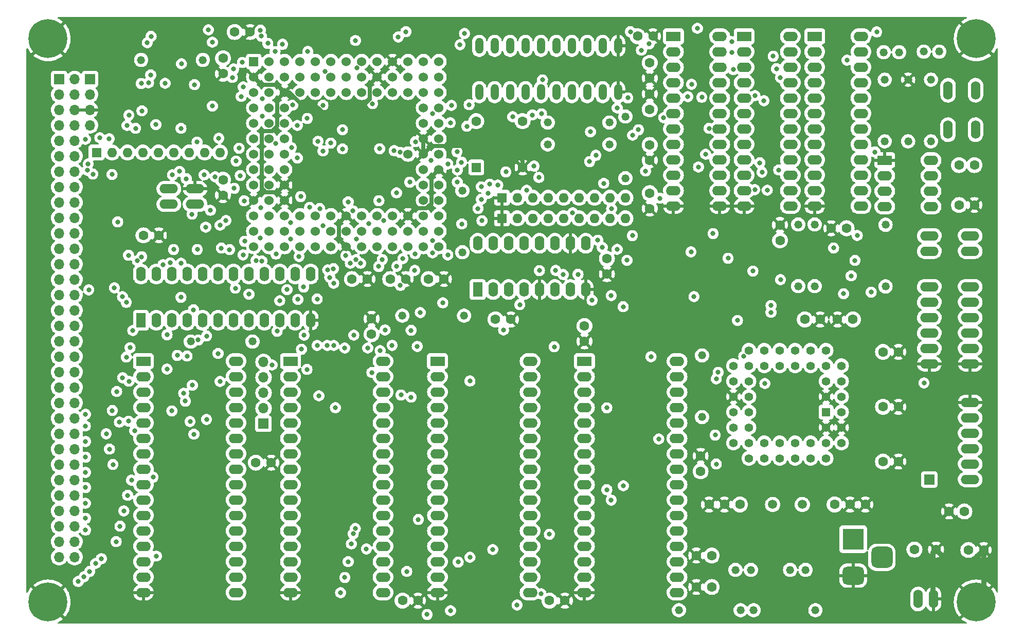
<source format=gbr>
G04 #@! TF.GenerationSoftware,KiCad,Pcbnew,7.0.9*
G04 #@! TF.CreationDate,2024-03-17T13:34:45+00:00*
G04 #@! TF.ProjectId,rosco_m68k,726f7363-6f5f-46d3-9638-6b2e6b696361,020-1.13*
G04 #@! TF.SameCoordinates,Original*
G04 #@! TF.FileFunction,Copper,L2,Inr*
G04 #@! TF.FilePolarity,Positive*
%FSLAX46Y46*%
G04 Gerber Fmt 4.6, Leading zero omitted, Abs format (unit mm)*
G04 Created by KiCad (PCBNEW 7.0.9) date 2024-03-17 13:34:45*
%MOMM*%
%LPD*%
G01*
G04 APERTURE LIST*
G04 Aperture macros list*
%AMRoundRect*
0 Rectangle with rounded corners*
0 $1 Rounding radius*
0 $2 $3 $4 $5 $6 $7 $8 $9 X,Y pos of 4 corners*
0 Add a 4 corners polygon primitive as box body*
4,1,4,$2,$3,$4,$5,$6,$7,$8,$9,$2,$3,0*
0 Add four circle primitives for the rounded corners*
1,1,$1+$1,$2,$3*
1,1,$1+$1,$4,$5*
1,1,$1+$1,$6,$7*
1,1,$1+$1,$8,$9*
0 Add four rect primitives between the rounded corners*
20,1,$1+$1,$2,$3,$4,$5,0*
20,1,$1+$1,$4,$5,$6,$7,0*
20,1,$1+$1,$6,$7,$8,$9,0*
20,1,$1+$1,$8,$9,$2,$3,0*%
G04 Aperture macros list end*
G04 #@! TA.AperFunction,ComponentPad*
%ADD10C,6.400000*%
G04 #@! TD*
G04 #@! TA.AperFunction,ComponentPad*
%ADD11O,1.524000X3.048000*%
G04 #@! TD*
G04 #@! TA.AperFunction,ComponentPad*
%ADD12C,1.320800*%
G04 #@! TD*
G04 #@! TA.AperFunction,ComponentPad*
%ADD13C,1.600200*%
G04 #@! TD*
G04 #@! TA.AperFunction,ComponentPad*
%ADD14R,1.422400X1.422400*%
G04 #@! TD*
G04 #@! TA.AperFunction,ComponentPad*
%ADD15C,1.422400*%
G04 #@! TD*
G04 #@! TA.AperFunction,ComponentPad*
%ADD16R,2.400000X1.600000*%
G04 #@! TD*
G04 #@! TA.AperFunction,ComponentPad*
%ADD17O,2.400000X1.600000*%
G04 #@! TD*
G04 #@! TA.AperFunction,ComponentPad*
%ADD18O,3.048000X1.524000*%
G04 #@! TD*
G04 #@! TA.AperFunction,ComponentPad*
%ADD19C,1.500000*%
G04 #@! TD*
G04 #@! TA.AperFunction,ComponentPad*
%ADD20R,1.600000X1.600000*%
G04 #@! TD*
G04 #@! TA.AperFunction,ComponentPad*
%ADD21C,1.600000*%
G04 #@! TD*
G04 #@! TA.AperFunction,ComponentPad*
%ADD22R,1.700000X1.700000*%
G04 #@! TD*
G04 #@! TA.AperFunction,ComponentPad*
%ADD23O,1.700000X1.700000*%
G04 #@! TD*
G04 #@! TA.AperFunction,ComponentPad*
%ADD24R,1.600000X2.400000*%
G04 #@! TD*
G04 #@! TA.AperFunction,ComponentPad*
%ADD25O,1.600000X2.400000*%
G04 #@! TD*
G04 #@! TA.AperFunction,ComponentPad*
%ADD26R,1.524000X1.524000*%
G04 #@! TD*
G04 #@! TA.AperFunction,ComponentPad*
%ADD27C,1.524000*%
G04 #@! TD*
G04 #@! TA.AperFunction,ComponentPad*
%ADD28R,3.500000X3.500000*%
G04 #@! TD*
G04 #@! TA.AperFunction,ComponentPad*
%ADD29RoundRect,0.750000X1.000000X-0.750000X1.000000X0.750000X-1.000000X0.750000X-1.000000X-0.750000X0*%
G04 #@! TD*
G04 #@! TA.AperFunction,ComponentPad*
%ADD30RoundRect,0.875000X0.875000X-0.875000X0.875000X0.875000X-0.875000X0.875000X-0.875000X-0.875000X0*%
G04 #@! TD*
G04 #@! TA.AperFunction,ComponentPad*
%ADD31O,1.600000X1.600000*%
G04 #@! TD*
G04 #@! TA.AperFunction,ComponentPad*
%ADD32O,1.320800X2.641600*%
G04 #@! TD*
G04 #@! TA.AperFunction,ViaPad*
%ADD33C,0.800000*%
G04 #@! TD*
G04 #@! TA.AperFunction,Conductor*
%ADD34C,0.650000*%
G04 #@! TD*
G04 #@! TA.AperFunction,Conductor*
%ADD35C,0.850000*%
G04 #@! TD*
G04 APERTURE END LIST*
D10*
X71500000Y-151500000D03*
X71500000Y-58700000D03*
X224300000Y-151500000D03*
D11*
X219659400Y-73701200D03*
X219659400Y-67198800D03*
X224180600Y-73701200D03*
X224180600Y-67198800D03*
D10*
X224300000Y-58700000D03*
D12*
X163920000Y-72520000D03*
X153760000Y-72520000D03*
D13*
X180313400Y-135433800D03*
X182853400Y-135433800D03*
X185393400Y-135433800D03*
X163495000Y-94930000D03*
X163495000Y-97470000D03*
X100300000Y-81930000D03*
X100300000Y-84470000D03*
X159800000Y-106019000D03*
X159800000Y-108559000D03*
X223005000Y-142925000D03*
X225545000Y-142925000D03*
X87205000Y-91100000D03*
X89745000Y-91100000D03*
X208946000Y-119329500D03*
X211486000Y-119329500D03*
X168547000Y-58300000D03*
X171087000Y-58300000D03*
X170550000Y-84140600D03*
X170550000Y-86680600D03*
X191998600Y-91922600D03*
X191998600Y-89382600D03*
X208946000Y-128363000D03*
X211486000Y-128363000D03*
X214122000Y-142850000D03*
X217678000Y-142850000D03*
D14*
X199572000Y-120199000D03*
D15*
X202112000Y-117659000D03*
X199572000Y-117659000D03*
X202112000Y-115119000D03*
X199572000Y-115119000D03*
X202112000Y-112579000D03*
X199572000Y-110039000D03*
X199572000Y-112579000D03*
X197032000Y-110039000D03*
X197032000Y-112579000D03*
X194492000Y-110039000D03*
X194492000Y-112579000D03*
X191952000Y-110039000D03*
X191952000Y-112579000D03*
X189412000Y-110039000D03*
X189412000Y-112579000D03*
X186872000Y-110039000D03*
X184332000Y-112579000D03*
X186872000Y-112579000D03*
X184332000Y-115119000D03*
X186872000Y-115119000D03*
X184332000Y-117659000D03*
X186872000Y-117659000D03*
X184332000Y-120199000D03*
X186872000Y-120199000D03*
X184332000Y-122739000D03*
X186872000Y-122739000D03*
X184332000Y-125279000D03*
X186872000Y-127819000D03*
X186872000Y-125279000D03*
X189412000Y-127819000D03*
X189412000Y-125279000D03*
X191952000Y-127819000D03*
X191952000Y-125279000D03*
X194492000Y-127819000D03*
X194492000Y-125279000D03*
X197032000Y-127819000D03*
X197032000Y-125279000D03*
X199572000Y-127819000D03*
X202112000Y-125279000D03*
X199572000Y-125279000D03*
X202112000Y-122739000D03*
X199572000Y-122739000D03*
X202112000Y-120199000D03*
D16*
X186076700Y-58324800D03*
D17*
X186076700Y-60864800D03*
X186076700Y-63404800D03*
X186076700Y-65944800D03*
X186076700Y-68484800D03*
X186076700Y-71024800D03*
X186076700Y-73564800D03*
X186076700Y-76104800D03*
X186076700Y-78644800D03*
X186076700Y-81184800D03*
X186076700Y-83724800D03*
X186076700Y-86264800D03*
X193696700Y-86264800D03*
X193696700Y-83724800D03*
X193696700Y-81184800D03*
X193696700Y-78644800D03*
X193696700Y-76104800D03*
X193696700Y-73564800D03*
X193696700Y-71024800D03*
X193696700Y-68484800D03*
X193696700Y-65944800D03*
X193696700Y-63404800D03*
X193696700Y-60864800D03*
X193696700Y-58324800D03*
D18*
X223300000Y-91159000D03*
X223300000Y-93699000D03*
D12*
X211600000Y-60930000D03*
X209060000Y-60930000D03*
X218200000Y-60840000D03*
X215660000Y-60840000D03*
D19*
X190779400Y-135432800D03*
X195659400Y-135432800D03*
D20*
X141990000Y-79910000D03*
D21*
X149610000Y-79910000D03*
X149610000Y-72290000D03*
X141990000Y-72290000D03*
D16*
X159800000Y-111823600D03*
D17*
X159800000Y-114363600D03*
X159800000Y-116903600D03*
X159800000Y-119443600D03*
X159800000Y-121983600D03*
X159800000Y-124523600D03*
X159800000Y-127063600D03*
X159800000Y-129603600D03*
X159800000Y-132143600D03*
X159800000Y-134683600D03*
X159800000Y-137223600D03*
X159800000Y-139763600D03*
X159800000Y-142303600D03*
X159800000Y-144843600D03*
X159800000Y-147383600D03*
X159800000Y-149923600D03*
X175040000Y-149923600D03*
X175040000Y-147383600D03*
X175040000Y-144843600D03*
X175040000Y-142303600D03*
X175040000Y-139763600D03*
X175040000Y-137223600D03*
X175040000Y-134683600D03*
X175040000Y-132143600D03*
X175040000Y-129603600D03*
X175040000Y-127063600D03*
X175040000Y-124523600D03*
X175040000Y-121983600D03*
X175040000Y-119443600D03*
X175040000Y-116903600D03*
X175040000Y-114363600D03*
X175040000Y-111823600D03*
D16*
X135600000Y-111823600D03*
D17*
X135600000Y-114363600D03*
X135600000Y-116903600D03*
X135600000Y-119443600D03*
X135600000Y-121983600D03*
X135600000Y-124523600D03*
X135600000Y-127063600D03*
X135600000Y-129603600D03*
X135600000Y-132143600D03*
X135600000Y-134683600D03*
X135600000Y-137223600D03*
X135600000Y-139763600D03*
X135600000Y-142303600D03*
X135600000Y-144843600D03*
X135600000Y-147383600D03*
X135600000Y-149923600D03*
X150840000Y-149923600D03*
X150840000Y-147383600D03*
X150840000Y-144843600D03*
X150840000Y-142303600D03*
X150840000Y-139763600D03*
X150840000Y-137223600D03*
X150840000Y-134683600D03*
X150840000Y-132143600D03*
X150840000Y-129603600D03*
X150840000Y-127063600D03*
X150840000Y-124523600D03*
X150840000Y-121983600D03*
X150840000Y-119443600D03*
X150840000Y-116903600D03*
X150840000Y-114363600D03*
X150840000Y-111823600D03*
D16*
X111400000Y-111823600D03*
D17*
X111400000Y-114363600D03*
X111400000Y-116903600D03*
X111400000Y-119443600D03*
X111400000Y-121983600D03*
X111400000Y-124523600D03*
X111400000Y-127063600D03*
X111400000Y-129603600D03*
X111400000Y-132143600D03*
X111400000Y-134683600D03*
X111400000Y-137223600D03*
X111400000Y-139763600D03*
X111400000Y-142303600D03*
X111400000Y-144843600D03*
X111400000Y-147383600D03*
X111400000Y-149923600D03*
X126640000Y-149923600D03*
X126640000Y-147383600D03*
X126640000Y-144843600D03*
X126640000Y-142303600D03*
X126640000Y-139763600D03*
X126640000Y-137223600D03*
X126640000Y-134683600D03*
X126640000Y-132143600D03*
X126640000Y-129603600D03*
X126640000Y-127063600D03*
X126640000Y-124523600D03*
X126640000Y-121983600D03*
X126640000Y-119443600D03*
X126640000Y-116903600D03*
X126640000Y-114363600D03*
X126640000Y-111823600D03*
D22*
X73325000Y-65350000D03*
D23*
X75865000Y-65350000D03*
X73325000Y-67890000D03*
X75865000Y-67890000D03*
X73325000Y-70430000D03*
X75865000Y-70430000D03*
X73325000Y-72970000D03*
X75865000Y-72970000D03*
X73325000Y-75510000D03*
X75865000Y-75510000D03*
X73325000Y-78050000D03*
X75865000Y-78050000D03*
X73325000Y-80590000D03*
X75865000Y-80590000D03*
X73325000Y-83130000D03*
X75865000Y-83130000D03*
X73325000Y-85670000D03*
X75865000Y-85670000D03*
X73325000Y-88210000D03*
X75865000Y-88210000D03*
X73325000Y-90750000D03*
X75865000Y-90750000D03*
X73325000Y-93290000D03*
X75865000Y-93290000D03*
X73325000Y-95830000D03*
X75865000Y-95830000D03*
X73325000Y-98370000D03*
X75865000Y-98370000D03*
X73325000Y-100910000D03*
X75865000Y-100910000D03*
X73325000Y-103450000D03*
X75865000Y-103450000D03*
X73325000Y-105990000D03*
X75865000Y-105990000D03*
X73325000Y-108530000D03*
X75865000Y-108530000D03*
X73325000Y-111070000D03*
X75865000Y-111070000D03*
X73325000Y-113610000D03*
X75865000Y-113610000D03*
X73325000Y-116150000D03*
X75865000Y-116150000D03*
X73325000Y-118690000D03*
X75865000Y-118690000D03*
X73325000Y-121230000D03*
X75865000Y-121230000D03*
X73325000Y-123770000D03*
X75865000Y-123770000D03*
X73325000Y-126310000D03*
X75865000Y-126310000D03*
X73325000Y-128850000D03*
X75865000Y-128850000D03*
X73325000Y-131390000D03*
X75865000Y-131390000D03*
X73325000Y-133930000D03*
X75865000Y-133930000D03*
X73325000Y-136470000D03*
X75865000Y-136470000D03*
X73325000Y-139010000D03*
X75865000Y-139010000D03*
X73325000Y-141550000D03*
X75865000Y-141550000D03*
X73325000Y-144090000D03*
X75865000Y-144090000D03*
D12*
X139980000Y-104324000D03*
X129820000Y-104324000D03*
D16*
X174450000Y-58324800D03*
D17*
X174450000Y-60864800D03*
X174450000Y-63404800D03*
X174450000Y-65944800D03*
X174450000Y-68484800D03*
X174450000Y-71024800D03*
X174450000Y-73564800D03*
X174450000Y-76104800D03*
X174450000Y-78644800D03*
X174450000Y-81184800D03*
X174450000Y-83724800D03*
X174450000Y-86264800D03*
X182070000Y-86264800D03*
X182070000Y-83724800D03*
X182070000Y-81184800D03*
X182070000Y-78644800D03*
X182070000Y-76104800D03*
X182070000Y-73564800D03*
X182070000Y-71024800D03*
X182070000Y-68484800D03*
X182070000Y-65944800D03*
X182070000Y-63404800D03*
X182070000Y-60864800D03*
X182070000Y-58324800D03*
D13*
X178918000Y-129962000D03*
X178918000Y-127422000D03*
X124750000Y-107370000D03*
X124750000Y-104830000D03*
X206057400Y-135433800D03*
X203517400Y-135433800D03*
X200977400Y-135433800D03*
X223999000Y-79525000D03*
X221459000Y-79525000D03*
X196069000Y-104952000D03*
X198609000Y-104952000D03*
D18*
X223300000Y-131310000D03*
X223300000Y-128770000D03*
X223300000Y-126230000D03*
X223300000Y-123690000D03*
X223300000Y-121150000D03*
X223300000Y-118610000D03*
D13*
X208946000Y-110296000D03*
X211486000Y-110296000D03*
X145149000Y-104943000D03*
X147689000Y-104943000D03*
D18*
X216564000Y-112258000D03*
X216564000Y-109718000D03*
X216564000Y-107178000D03*
X216564000Y-104638000D03*
X216564000Y-102098000D03*
X216564000Y-99558000D03*
X223300000Y-112258000D03*
X223300000Y-109718000D03*
X223300000Y-107178000D03*
X223300000Y-104638000D03*
X223300000Y-102098000D03*
X223300000Y-99558000D03*
D11*
X214730000Y-151000000D03*
X217270000Y-151000000D03*
D13*
X201455000Y-104952000D03*
X203995000Y-104952000D03*
X100300000Y-64470000D03*
X100300000Y-61930000D03*
X170550000Y-76203000D03*
X170550000Y-78743000D03*
D16*
X209230000Y-78724800D03*
D17*
X209230000Y-81264800D03*
X209230000Y-83804800D03*
X209230000Y-86344800D03*
X216850000Y-86344800D03*
X216850000Y-83804800D03*
X216850000Y-81264800D03*
X216850000Y-78724800D03*
D18*
X216564000Y-91159000D03*
X216564000Y-93699000D03*
D12*
X209362000Y-89353000D03*
X209362000Y-99513000D03*
X213078000Y-65450000D03*
X213078000Y-75610000D03*
X209230000Y-65450000D03*
X209230000Y-75610000D03*
X86820000Y-62200000D03*
X96980000Y-62200000D03*
X166545000Y-81680000D03*
X166545000Y-71520000D03*
X216850000Y-65450000D03*
X216850000Y-75610000D03*
D18*
X91385000Y-83430000D03*
X91385000Y-85970000D03*
D12*
X95001000Y-108593000D03*
X105161000Y-108593000D03*
X187198000Y-146200400D03*
X184658000Y-146200400D03*
X196197000Y-146202400D03*
X193657000Y-146202400D03*
X185514200Y-152831800D03*
X175354200Y-152831800D03*
X197815200Y-152831800D03*
X187655200Y-152831800D03*
D18*
X95700000Y-85970000D03*
X95700000Y-83430000D03*
D16*
X87200000Y-111823600D03*
D17*
X87200000Y-114363600D03*
X87200000Y-116903600D03*
X87200000Y-119443600D03*
X87200000Y-121983600D03*
X87200000Y-124523600D03*
X87200000Y-127063600D03*
X87200000Y-129603600D03*
X87200000Y-132143600D03*
X87200000Y-134683600D03*
X87200000Y-137223600D03*
X87200000Y-139763600D03*
X87200000Y-142303600D03*
X87200000Y-144843600D03*
X87200000Y-147383600D03*
X87200000Y-149923600D03*
X102440000Y-149923600D03*
X102440000Y-147383600D03*
X102440000Y-144843600D03*
X102440000Y-142303600D03*
X102440000Y-139763600D03*
X102440000Y-137223600D03*
X102440000Y-134683600D03*
X102440000Y-132143600D03*
X102440000Y-129603600D03*
X102440000Y-127063600D03*
X102440000Y-124523600D03*
X102440000Y-121983600D03*
X102440000Y-119443600D03*
X102440000Y-116903600D03*
X102440000Y-114363600D03*
X102440000Y-111823600D03*
D13*
X221459000Y-86101000D03*
X223999000Y-86101000D03*
X180750000Y-143840200D03*
X178210000Y-143840200D03*
X202959000Y-89929000D03*
X200419000Y-89929000D03*
D16*
X197703300Y-58324800D03*
D17*
X197703300Y-60864800D03*
X197703300Y-63404800D03*
X197703300Y-65944800D03*
X197703300Y-68484800D03*
X197703300Y-71024800D03*
X197703300Y-73564800D03*
X197703300Y-76104800D03*
X197703300Y-78644800D03*
X197703300Y-81184800D03*
X197703300Y-83724800D03*
X197703300Y-86264800D03*
X205323300Y-86264800D03*
X205323300Y-83724800D03*
X205323300Y-81184800D03*
X205323300Y-78644800D03*
X205323300Y-76104800D03*
X205323300Y-73564800D03*
X205323300Y-71024800D03*
X205323300Y-68484800D03*
X205323300Y-65944800D03*
X205323300Y-63404800D03*
X205323300Y-60864800D03*
X205323300Y-58324800D03*
D12*
X197703300Y-89303000D03*
X197703300Y-99463000D03*
D13*
X170550000Y-67810000D03*
X170550000Y-70350000D03*
X170543000Y-62680000D03*
X170543000Y-65220000D03*
D24*
X86787000Y-105081000D03*
D25*
X89327000Y-105081000D03*
X91867000Y-105081000D03*
X94407000Y-105081000D03*
X96947000Y-105081000D03*
X99487000Y-105081000D03*
X102027000Y-105081000D03*
X104567000Y-105081000D03*
X107107000Y-105081000D03*
X109647000Y-105081000D03*
X112187000Y-105081000D03*
X114727000Y-105081000D03*
X114727000Y-97461000D03*
X112187000Y-97461000D03*
X109647000Y-97461000D03*
X107107000Y-97461000D03*
X104567000Y-97461000D03*
X102027000Y-97461000D03*
X99487000Y-97461000D03*
X96947000Y-97461000D03*
X94407000Y-97461000D03*
X91867000Y-97461000D03*
X89327000Y-97461000D03*
X86787000Y-97461000D03*
D22*
X106971000Y-122120000D03*
D23*
X106971000Y-119580000D03*
X106971000Y-117040000D03*
X106971000Y-114500000D03*
X106971000Y-111960000D03*
D13*
X180750000Y-149021800D03*
X178210000Y-149021800D03*
X154030000Y-151263000D03*
X156570000Y-151263000D03*
X129852000Y-151263000D03*
X132392000Y-151263000D03*
X105701000Y-128540000D03*
X108241000Y-128540000D03*
D12*
X194995800Y-89303000D03*
X194995800Y-99463000D03*
D22*
X216564000Y-131310000D03*
D24*
X142225000Y-100025000D03*
D25*
X144765000Y-100025000D03*
X147305000Y-100025000D03*
X149845000Y-100025000D03*
X152385000Y-100025000D03*
X154925000Y-100025000D03*
X157465000Y-100025000D03*
X160005000Y-100025000D03*
X160005000Y-92405000D03*
X157465000Y-92405000D03*
X154925000Y-92405000D03*
X152385000Y-92405000D03*
X149845000Y-92405000D03*
X147305000Y-92405000D03*
X144765000Y-92405000D03*
X142225000Y-92405000D03*
D12*
X139700000Y-93880000D03*
X139700000Y-83720000D03*
X179146200Y-121031000D03*
X179146200Y-110871000D03*
D13*
X222351600Y-136575800D03*
X219811600Y-136575800D03*
D12*
X153760000Y-76120000D03*
X163920000Y-76120000D03*
D22*
X78405000Y-65350000D03*
D23*
X78405000Y-67890000D03*
X78405000Y-70430000D03*
X78405000Y-72970000D03*
D26*
X105360000Y-62460000D03*
D27*
X107900000Y-62460000D03*
X110440000Y-62460000D03*
X112980000Y-62460000D03*
X115520000Y-62460000D03*
X118060000Y-62460000D03*
X120600000Y-62460000D03*
X123140000Y-62460000D03*
X125680000Y-62460000D03*
X128220000Y-62460000D03*
X130760000Y-62460000D03*
X133300000Y-62460000D03*
X135840000Y-62460000D03*
X105360000Y-65000000D03*
X107900000Y-65000000D03*
X110440000Y-65000000D03*
X112980000Y-65000000D03*
X115520000Y-65000000D03*
X118060000Y-65000000D03*
X120600000Y-65000000D03*
X123140000Y-65000000D03*
X125680000Y-65000000D03*
X128220000Y-65000000D03*
X130760000Y-65000000D03*
X133300000Y-65000000D03*
X135840000Y-65000000D03*
X105360000Y-67540000D03*
X107900000Y-67540000D03*
X110440000Y-67540000D03*
X112980000Y-67540000D03*
X115520000Y-67540000D03*
X118060000Y-67540000D03*
X120600000Y-67540000D03*
X123140000Y-67540000D03*
X125680000Y-67540000D03*
X128220000Y-67540000D03*
X130760000Y-67540000D03*
X133300000Y-67540000D03*
X135840000Y-67540000D03*
X105360000Y-70080000D03*
X107900000Y-70080000D03*
X110440000Y-70080000D03*
X133300000Y-70080000D03*
X135840000Y-70080000D03*
X105360000Y-72620000D03*
X107900000Y-72620000D03*
X110440000Y-72620000D03*
X133300000Y-72620000D03*
X135840000Y-72620000D03*
X105360000Y-75160000D03*
X107900000Y-75160000D03*
X110440000Y-75160000D03*
X133300000Y-75160000D03*
X135840000Y-75160000D03*
X105360000Y-77700000D03*
X107900000Y-77700000D03*
X110440000Y-77700000D03*
X130760000Y-77700000D03*
X133300000Y-77700000D03*
X135840000Y-77700000D03*
X105360000Y-80240000D03*
X107900000Y-80240000D03*
X110440000Y-80240000D03*
X133300000Y-80240000D03*
X135840000Y-80240000D03*
X105360000Y-82780000D03*
X107900000Y-82780000D03*
X110440000Y-82780000D03*
X133300000Y-82780000D03*
X135840000Y-82780000D03*
X105360000Y-85320000D03*
X107900000Y-85320000D03*
X110440000Y-85320000D03*
X133300000Y-85320000D03*
X135840000Y-85320000D03*
X105360000Y-87860000D03*
X107900000Y-87860000D03*
X110440000Y-87860000D03*
X112980000Y-87860000D03*
X115520000Y-87860000D03*
X118060000Y-87860000D03*
X120600000Y-87860000D03*
X123140000Y-87860000D03*
X125680000Y-87860000D03*
X128220000Y-87860000D03*
X130760000Y-87860000D03*
X133300000Y-87860000D03*
X135840000Y-87860000D03*
X105360000Y-90400000D03*
X107900000Y-90400000D03*
X110440000Y-90400000D03*
X112980000Y-90400000D03*
X115520000Y-90400000D03*
X118060000Y-90400000D03*
X120600000Y-90400000D03*
X123140000Y-90400000D03*
X125680000Y-90400000D03*
X128220000Y-90400000D03*
X130760000Y-90400000D03*
X133300000Y-90400000D03*
X135840000Y-90400000D03*
X105360000Y-92940000D03*
X107900000Y-92940000D03*
X110440000Y-92940000D03*
X112980000Y-92940000D03*
X115520000Y-92940000D03*
X118060000Y-92940000D03*
X120600000Y-92940000D03*
X123140000Y-92940000D03*
X125680000Y-92940000D03*
X128220000Y-92940000D03*
X130760000Y-92940000D03*
X133300000Y-92940000D03*
X135840000Y-92940000D03*
D28*
X204045900Y-141142200D03*
D29*
X204045900Y-147142200D03*
D30*
X208745900Y-144142200D03*
D13*
X102210000Y-57600000D03*
X104750000Y-57600000D03*
X134130000Y-98300000D03*
X136670000Y-98300000D03*
D20*
X146225000Y-88300000D03*
D31*
X148765000Y-88300000D03*
X151305000Y-88300000D03*
X153845000Y-88300000D03*
X156385000Y-88300000D03*
X158925000Y-88300000D03*
X161465000Y-88300000D03*
X164005000Y-88300000D03*
X166545000Y-88300000D03*
D13*
X127830000Y-98300000D03*
X130370000Y-98300000D03*
D20*
X146225000Y-84900000D03*
D31*
X148765000Y-84900000D03*
X151305000Y-84900000D03*
X153845000Y-84900000D03*
X156385000Y-84900000D03*
X158925000Y-84900000D03*
X161465000Y-84900000D03*
X164005000Y-84900000D03*
X166545000Y-84900000D03*
D32*
X142470000Y-67510000D03*
X145010000Y-67510000D03*
X147550000Y-67510000D03*
X150090000Y-67510000D03*
X152630000Y-67510000D03*
X155170000Y-67510000D03*
X157710000Y-67510000D03*
X160250000Y-67510000D03*
X162790000Y-67510000D03*
X165330000Y-67510000D03*
X165330000Y-59890000D03*
X162790000Y-59890000D03*
X160250000Y-59890000D03*
X157710000Y-59890000D03*
X155170000Y-59890000D03*
X152630000Y-59890000D03*
X150090000Y-59890000D03*
X147550000Y-59890000D03*
X145010000Y-59890000D03*
X142470000Y-59890000D03*
D20*
X79490000Y-77460000D03*
D31*
X82030000Y-77460000D03*
X84570000Y-77460000D03*
X87110000Y-77460000D03*
X89650000Y-77460000D03*
X92190000Y-77460000D03*
X94730000Y-77460000D03*
X97270000Y-77460000D03*
X99810000Y-77460000D03*
D13*
X121530000Y-98300000D03*
X124070000Y-98300000D03*
D33*
X131040000Y-82337800D03*
X129904100Y-94922300D03*
X131862600Y-96880800D03*
X143954600Y-84178000D03*
X157853600Y-87387000D03*
X146860000Y-80648400D03*
X138880000Y-80336300D03*
X99809500Y-89410500D03*
X92160000Y-93439900D03*
X190875000Y-61595000D03*
X106451400Y-57302400D03*
X102050000Y-63700000D03*
X96020400Y-75743300D03*
X106628200Y-58302900D03*
X82020000Y-81060000D03*
X106764000Y-71465700D03*
X103626400Y-66654400D03*
X103292300Y-68216800D03*
X107668700Y-59472200D03*
X188676200Y-79150000D03*
X170423200Y-59561100D03*
X89240000Y-72850000D03*
X84500000Y-73000000D03*
X117067600Y-64119200D03*
X169865500Y-80501000D03*
X103496700Y-62621300D03*
X122100000Y-59004700D03*
X108858000Y-60835100D03*
X104567000Y-100790000D03*
X206992000Y-100464000D03*
X161052100Y-101796000D03*
X78198700Y-100072000D03*
X152290300Y-81564900D03*
X102323000Y-99796600D03*
X109014300Y-94177800D03*
X118041000Y-75897300D03*
X106475300Y-86520700D03*
X113075000Y-84706900D03*
X77641500Y-75270700D03*
X192054600Y-65117900D03*
X97185800Y-81136400D03*
X88456300Y-58314000D03*
X101838400Y-65087400D03*
X88394400Y-64676800D03*
X102939310Y-76750200D03*
X207904800Y-57601900D03*
X97452700Y-89741700D03*
X152720248Y-71075500D03*
X100787500Y-88647300D03*
X134830900Y-71013700D03*
X151208800Y-71266100D03*
X114165500Y-71850200D03*
X160653000Y-78942700D03*
X179745100Y-77746500D03*
X166929900Y-68451000D03*
X93136200Y-80551300D03*
X90769100Y-66041600D03*
X82964200Y-88883900D03*
X184321800Y-63808100D03*
X88036400Y-65955700D03*
X118518000Y-98979000D03*
X109632000Y-101874000D03*
X149148800Y-102514400D03*
X117537500Y-96786000D03*
X170751800Y-111080000D03*
X118527200Y-109229800D03*
X112816400Y-94574700D03*
X98550000Y-59290000D03*
X98222000Y-86978600D03*
X96064200Y-93424000D03*
X95200000Y-87606700D03*
X119965000Y-76865100D03*
X98550000Y-69800000D03*
X119965000Y-73695500D03*
X151510500Y-79700000D03*
X112544200Y-78368400D03*
X86950000Y-70600000D03*
X140440000Y-73125800D03*
X102150000Y-83350000D03*
X93380000Y-73476700D03*
X181314000Y-123986000D03*
X85900000Y-73470380D03*
X95508400Y-123844000D03*
X111398700Y-88972300D03*
X118803000Y-119493000D03*
X83239900Y-121865000D03*
X85771200Y-123272800D03*
X113214200Y-109865500D03*
X91980200Y-81140700D03*
X94374800Y-110989000D03*
X112533200Y-73003800D03*
X179116400Y-68351900D03*
X177342798Y-93827600D03*
X138812000Y-77331000D03*
X115933600Y-75599400D03*
X99610000Y-75100000D03*
X131978600Y-75679600D03*
X103140000Y-81250000D03*
X139317000Y-59690900D03*
X77675000Y-127625000D03*
X172024600Y-124631600D03*
X169173100Y-60606100D03*
X178389400Y-57003500D03*
X184036600Y-59199000D03*
X155059200Y-96876500D03*
X162731200Y-93077100D03*
X167369700Y-57556700D03*
X77675000Y-125050000D03*
X184073400Y-60937700D03*
X140053100Y-57858100D03*
X156311600Y-97561398D03*
X165183600Y-93395700D03*
X165183600Y-70112800D03*
X77625000Y-122500000D03*
X128473300Y-77161100D03*
X187864500Y-68072000D03*
X152887400Y-65484100D03*
X168687500Y-73696400D03*
X160787800Y-74036900D03*
X184988200Y-105105202D03*
X191783300Y-80320000D03*
X187838100Y-83577300D03*
X80025300Y-75030800D03*
X122317200Y-63507600D03*
X95602000Y-66270900D03*
X90437800Y-95921400D03*
X180300400Y-73477400D03*
X163477500Y-119503000D03*
X167728400Y-74605800D03*
X140811800Y-69586200D03*
X139567000Y-79049300D03*
X178570000Y-79835300D03*
X161671400Y-77923600D03*
X162000000Y-91900000D03*
X77675000Y-120579000D03*
X162978100Y-82534300D03*
X200810000Y-93176000D03*
X145537600Y-82818500D03*
X94874400Y-121767400D03*
X114119000Y-113185000D03*
X94098300Y-118415000D03*
X126767600Y-88697200D03*
X110827000Y-100043300D03*
X172201000Y-84980000D03*
X84752300Y-121701700D03*
X158735000Y-97524000D03*
X121702600Y-87080300D03*
X124817000Y-113679800D03*
X91077600Y-113129000D03*
X120521500Y-94446300D03*
X91077600Y-107479400D03*
X137300000Y-79326800D03*
X164200000Y-101029000D03*
X137713800Y-72551200D03*
X192074800Y-98399600D03*
X202459000Y-100713000D03*
X164200000Y-134700000D03*
X77650000Y-135225000D03*
X134542270Y-78786700D03*
X186025800Y-111037700D03*
X187528200Y-96977200D03*
X77675000Y-137700000D03*
X203711000Y-97768000D03*
X183438799Y-94869001D03*
X204329000Y-95230000D03*
X166800000Y-95200000D03*
X121729000Y-140253000D03*
X84800000Y-71300000D03*
X77675000Y-139646000D03*
X106780300Y-68598400D03*
X139000000Y-144900000D03*
X130550000Y-146450000D03*
X83967800Y-136475000D03*
X140943800Y-115092500D03*
X181499700Y-114734000D03*
X154028800Y-140325500D03*
X136469100Y-102220000D03*
X84596400Y-133925000D03*
X112619900Y-101639000D03*
X154820200Y-109445200D03*
X132455900Y-137903200D03*
X116739100Y-89513900D03*
X85225000Y-131425000D03*
X82175000Y-128850000D03*
X125927900Y-96216900D03*
X140950400Y-144125900D03*
X117878800Y-98026500D03*
X81600000Y-126300000D03*
X120334800Y-109644100D03*
X117462100Y-109230600D03*
X81075000Y-123775000D03*
X118490500Y-96591300D03*
X111450700Y-91729000D03*
X113648200Y-107544500D03*
X76471700Y-148109000D03*
X119650000Y-149950000D03*
X97583300Y-121414000D03*
X97583300Y-107683300D03*
X84734100Y-94373600D03*
X120350000Y-147450000D03*
X82797800Y-116821100D03*
X106461400Y-91573000D03*
X77423500Y-147338000D03*
X84807100Y-115138400D03*
X103844700Y-92074400D03*
X120900000Y-144850000D03*
X86902800Y-94627500D03*
X78350000Y-146445000D03*
X121254900Y-95688400D03*
X114569000Y-86492800D03*
X121424000Y-141924000D03*
X126978800Y-106675600D03*
X79323200Y-145121000D03*
X121830000Y-107542900D03*
X116208600Y-86686700D03*
X122069000Y-139364000D03*
X85446400Y-106778000D03*
X86201100Y-95277200D03*
X80275000Y-144350000D03*
X93450000Y-62826700D03*
X99487000Y-110555000D03*
X110108300Y-59634600D03*
X82075000Y-119950000D03*
X82413900Y-99751400D03*
X95254000Y-115780000D03*
X122179700Y-95090200D03*
X108376800Y-112437800D03*
X126159600Y-110087000D03*
X120905000Y-85582700D03*
X113577300Y-99613000D03*
X83775000Y-114550000D03*
X83742800Y-101207000D03*
X93829000Y-117098000D03*
X84371400Y-111146000D03*
X84371400Y-102137000D03*
X101370000Y-93460000D03*
X103590000Y-94330000D03*
X91882000Y-120015000D03*
X177420000Y-66230000D03*
X176810000Y-68250000D03*
X85000000Y-109600000D03*
X126516200Y-95076100D03*
X190510791Y-102658821D03*
X128867100Y-84100900D03*
X109200000Y-106900000D03*
X132780800Y-103811100D03*
X189894000Y-83649700D03*
X189030000Y-80700000D03*
X189350000Y-68940000D03*
X129593300Y-117386100D03*
X124251000Y-89125200D03*
X99805700Y-115149000D03*
X172830000Y-71715000D03*
X122943400Y-95700900D03*
X77675000Y-130150000D03*
X130400000Y-57550000D03*
X166171000Y-102850000D03*
X190500000Y-103784400D03*
X77675000Y-132625000D03*
X129142500Y-58415366D03*
X166200000Y-132350000D03*
X144706700Y-142851200D03*
X163477500Y-133002500D03*
X123900000Y-142750000D03*
X181499700Y-128756900D03*
X137750000Y-152929000D03*
X124126000Y-109658400D03*
X181811800Y-113658400D03*
X133900000Y-153538000D03*
X89325000Y-143925000D03*
X132272100Y-109384800D03*
X167690800Y-91135200D03*
X82710600Y-141550000D03*
X180975000Y-90805000D03*
X152635000Y-150136100D03*
X148714000Y-151976000D03*
X83339200Y-139000000D03*
X106679800Y-95311000D03*
X203010000Y-62232000D03*
X207621000Y-77364000D03*
X191407700Y-63655100D03*
X204706400Y-91118400D03*
X88781000Y-130925000D03*
X128135000Y-109213000D03*
X93378200Y-95690700D03*
X95435800Y-103351600D03*
X91612600Y-95636100D03*
X96222000Y-108340800D03*
X93378200Y-101294000D03*
X215700000Y-115400000D03*
X189496400Y-115500000D03*
X177825400Y-101193600D03*
X126083600Y-76828700D03*
X116759200Y-77197000D03*
X116749281Y-69658646D03*
X77955300Y-80372400D03*
X115797700Y-109231600D03*
X152385000Y-96898600D03*
X94248500Y-81769400D03*
X115797700Y-101585100D03*
X92764500Y-110880100D03*
X131257200Y-106751600D03*
X116080200Y-117519900D03*
X131257200Y-117754600D03*
X78869000Y-80997000D03*
X100021100Y-93204500D03*
X146479300Y-106675600D03*
X105711600Y-95232400D03*
X87827600Y-59366500D03*
X122292800Y-91670000D03*
X97895000Y-57247600D03*
X111769000Y-69633700D03*
X86833300Y-66093800D03*
X129489400Y-99340400D03*
X78102000Y-79336700D03*
X81570100Y-75197000D03*
X124919572Y-69418572D03*
X125959900Y-85378700D03*
X114250100Y-60819100D03*
X137900000Y-69700000D03*
X109002600Y-75927900D03*
X147977700Y-71565400D03*
X111557600Y-76654200D03*
X99010000Y-81470000D03*
X102460000Y-78860000D03*
X142277300Y-86677500D03*
X150276200Y-83666000D03*
X142815500Y-85165100D03*
X131922100Y-94138400D03*
X134819300Y-91989900D03*
X142932200Y-88693900D03*
X129428200Y-77437500D03*
X103782300Y-85417100D03*
X137301600Y-94313800D03*
X164263900Y-86719400D03*
X142818800Y-83104100D03*
X144206300Y-82688500D03*
X139607600Y-89214600D03*
X128903900Y-96185600D03*
X134792900Y-93991300D03*
X138868000Y-82339800D03*
D34*
X120600000Y-87860000D02*
X119362489Y-89097511D01*
X107387405Y-84017511D02*
X109202489Y-84017511D01*
X108347617Y-73922489D02*
X106977511Y-73922489D01*
X109202489Y-68777511D02*
X109202489Y-73067617D01*
X110440000Y-67540000D02*
X111229894Y-67540000D01*
X130760000Y-87860000D02*
X131997511Y-86622489D01*
X119362489Y-89097511D02*
X119362489Y-91702489D01*
X116650000Y-70800000D02*
X122300000Y-70800000D01*
X134602489Y-76397511D02*
X147228881Y-76397511D01*
X133300000Y-77700000D02*
X133300000Y-75160000D01*
X106662489Y-74237511D02*
X106662489Y-83292595D01*
X122300000Y-70800000D02*
X124442489Y-68657511D01*
D35*
X217170000Y-150900000D02*
X217170000Y-143358000D01*
D34*
X133812595Y-86622489D02*
X134602489Y-85832595D01*
X131997511Y-86622489D02*
X133812595Y-86622489D01*
D35*
X217678000Y-142850000D02*
X218478000Y-143650000D01*
D34*
X149610000Y-78778630D02*
X149610000Y-79910000D01*
X109202489Y-66302489D02*
X106662489Y-66302489D01*
X134602489Y-81477511D02*
X135840000Y-80240000D01*
X109202489Y-84017511D02*
X110440000Y-82780000D01*
X124442489Y-68657511D02*
X124442489Y-66237511D01*
X133300000Y-77700000D02*
X134602489Y-76397511D01*
D35*
X220225000Y-145350000D02*
X223120000Y-145350000D01*
D34*
X124442489Y-66237511D02*
X125680000Y-65000000D01*
D35*
X218525000Y-143650000D02*
X220225000Y-145350000D01*
D34*
X106977511Y-73922489D02*
X106662489Y-74237511D01*
X115608889Y-69758889D02*
X116650000Y-70800000D01*
X147228881Y-76397511D02*
X149610000Y-78778630D01*
X106662489Y-83292595D02*
X107387405Y-84017511D01*
X111229894Y-67540000D02*
X113448783Y-69758889D01*
D35*
X223120000Y-145350000D02*
X225545000Y-142925000D01*
D34*
X119362489Y-91702489D02*
X120600000Y-92940000D01*
X106662489Y-66302489D02*
X105360000Y-65000000D01*
X110440000Y-67540000D02*
X109202489Y-68777511D01*
X110440000Y-67540000D02*
X109202489Y-66302489D01*
D35*
X225545000Y-150255000D02*
X225545000Y-142925000D01*
D34*
X109202489Y-73067617D02*
X108347617Y-73922489D01*
X134602489Y-85832595D02*
X134602489Y-81477511D01*
D35*
X217170000Y-143358000D02*
X217678000Y-142850000D01*
X218478000Y-143650000D02*
X218525000Y-143650000D01*
D34*
X113448783Y-69758889D02*
X115608889Y-69758889D01*
G04 #@! TA.AperFunction,Conductor*
G36*
X77945507Y-70220156D02*
G01*
X77905000Y-70358111D01*
X77905000Y-70501889D01*
X77945507Y-70639844D01*
X77973884Y-70684000D01*
X76296116Y-70684000D01*
X76324493Y-70639844D01*
X76365000Y-70501889D01*
X76365000Y-70358111D01*
X76324493Y-70220156D01*
X76296116Y-70176000D01*
X77973884Y-70176000D01*
X77945507Y-70220156D01*
G37*
G04 #@! TD.AperFunction*
G04 #@! TA.AperFunction,Conductor*
G36*
X198361505Y-112926825D02*
G01*
X198412105Y-112976627D01*
X198420402Y-112994795D01*
X198421480Y-112997758D01*
X198511673Y-113191178D01*
X198511674Y-113191180D01*
X198634083Y-113365998D01*
X198634090Y-113366007D01*
X198784992Y-113516909D01*
X198785001Y-113516916D01*
X198788406Y-113519300D01*
X198959820Y-113639326D01*
X199049633Y-113681206D01*
X199153249Y-113729523D01*
X199156208Y-113730600D01*
X199157328Y-113731425D01*
X199158231Y-113731846D01*
X199158146Y-113732027D01*
X199213378Y-113772696D01*
X199238714Y-113839018D01*
X199224171Y-113908510D01*
X199174367Y-113959107D01*
X199156208Y-113967400D01*
X199153249Y-113968476D01*
X198959820Y-114058674D01*
X198785000Y-114181084D01*
X198784994Y-114181089D01*
X198634089Y-114331994D01*
X198634084Y-114332000D01*
X198511674Y-114506820D01*
X198421480Y-114700241D01*
X198421478Y-114700246D01*
X198381042Y-114851156D01*
X198366242Y-114906392D01*
X198347641Y-115119000D01*
X198366242Y-115331608D01*
X198395694Y-115441526D01*
X198421478Y-115537753D01*
X198421480Y-115537758D01*
X198511673Y-115731178D01*
X198511674Y-115731180D01*
X198634083Y-115905998D01*
X198634090Y-115906007D01*
X198784992Y-116056909D01*
X198785001Y-116056916D01*
X198788406Y-116059300D01*
X198959820Y-116179326D01*
X199066789Y-116229206D01*
X199153245Y-116269521D01*
X199156940Y-116270866D01*
X199214111Y-116312961D01*
X199239448Y-116379283D01*
X199224906Y-116448775D01*
X199175103Y-116499373D01*
X199156943Y-116507667D01*
X199153417Y-116508950D01*
X198960070Y-116599110D01*
X198907869Y-116635660D01*
X199532481Y-117260272D01*
X199446852Y-117273835D01*
X199333955Y-117331359D01*
X199244359Y-117420955D01*
X199186835Y-117533852D01*
X199173272Y-117619481D01*
X198548660Y-116994869D01*
X198512110Y-117047070D01*
X198421952Y-117240413D01*
X198421950Y-117240418D01*
X198366736Y-117446479D01*
X198348143Y-117659000D01*
X198366736Y-117871520D01*
X198421950Y-118077581D01*
X198421952Y-118077587D01*
X198512106Y-118270924D01*
X198548660Y-118323128D01*
X199173272Y-117698516D01*
X199186835Y-117784148D01*
X199244359Y-117897045D01*
X199333955Y-117986641D01*
X199446852Y-118044165D01*
X199532482Y-118057727D01*
X198907870Y-118682338D01*
X198907870Y-118682339D01*
X198960072Y-118718891D01*
X198960071Y-118718891D01*
X199003420Y-118739105D01*
X199056705Y-118786022D01*
X199076166Y-118854300D01*
X199055624Y-118922260D01*
X199001601Y-118968325D01*
X198950170Y-118979300D01*
X198812150Y-118979300D01*
X198751603Y-118985809D01*
X198751595Y-118985811D01*
X198614597Y-119036910D01*
X198614592Y-119036912D01*
X198497538Y-119124538D01*
X198409912Y-119241592D01*
X198409910Y-119241597D01*
X198358811Y-119378595D01*
X198358809Y-119378603D01*
X198352300Y-119439150D01*
X198352300Y-120958849D01*
X198358809Y-121019396D01*
X198358811Y-121019404D01*
X198409910Y-121156402D01*
X198409912Y-121156407D01*
X198497538Y-121273461D01*
X198614592Y-121361087D01*
X198614594Y-121361088D01*
X198614596Y-121361089D01*
X198673675Y-121383124D01*
X198751595Y-121412188D01*
X198751603Y-121412190D01*
X198812150Y-121418699D01*
X198812155Y-121418699D01*
X198812162Y-121418700D01*
X198812168Y-121418700D01*
X198950172Y-121418700D01*
X199018293Y-121438702D01*
X199064786Y-121492358D01*
X199074890Y-121562632D01*
X199045396Y-121627212D01*
X199003422Y-121658895D01*
X198960070Y-121679110D01*
X198907869Y-121715660D01*
X199532481Y-122340272D01*
X199446852Y-122353835D01*
X199333955Y-122411359D01*
X199244359Y-122500955D01*
X199186835Y-122613852D01*
X199173272Y-122699481D01*
X198548660Y-122074869D01*
X198512110Y-122127070D01*
X198421952Y-122320413D01*
X198421950Y-122320418D01*
X198366736Y-122526479D01*
X198348143Y-122739000D01*
X198366736Y-122951520D01*
X198421950Y-123157581D01*
X198421952Y-123157587D01*
X198512106Y-123350924D01*
X198548660Y-123403128D01*
X199173272Y-122778516D01*
X199186835Y-122864148D01*
X199244359Y-122977045D01*
X199333955Y-123066641D01*
X199446852Y-123124165D01*
X199532482Y-123137727D01*
X198907870Y-123762338D01*
X198907870Y-123762339D01*
X198960072Y-123798891D01*
X198960071Y-123798891D01*
X199153415Y-123889048D01*
X199156931Y-123890328D01*
X199158265Y-123891310D01*
X199158402Y-123891374D01*
X199158389Y-123891401D01*
X199214105Y-123932419D01*
X199239447Y-123998738D01*
X199224911Y-124068231D01*
X199175112Y-124118833D01*
X199156952Y-124127128D01*
X199153257Y-124128473D01*
X198959820Y-124218674D01*
X198785000Y-124341084D01*
X198784994Y-124341089D01*
X198634089Y-124491994D01*
X198634084Y-124492000D01*
X198511674Y-124666820D01*
X198421476Y-124860249D01*
X198420400Y-124863208D01*
X198419574Y-124864328D01*
X198419154Y-124865231D01*
X198418972Y-124865146D01*
X198378304Y-124920378D01*
X198311982Y-124945714D01*
X198242490Y-124931171D01*
X198191893Y-124881367D01*
X198183600Y-124863208D01*
X198182523Y-124860249D01*
X198141794Y-124772906D01*
X198092326Y-124666821D01*
X197969913Y-124491997D01*
X197819003Y-124341087D01*
X197819002Y-124341086D01*
X197819001Y-124341085D01*
X197818998Y-124341083D01*
X197644180Y-124218674D01*
X197644178Y-124218673D01*
X197450758Y-124128480D01*
X197450753Y-124128478D01*
X197324533Y-124094658D01*
X197244608Y-124073242D01*
X197032000Y-124054641D01*
X196819392Y-124073242D01*
X196775395Y-124085031D01*
X196613246Y-124128478D01*
X196613241Y-124128480D01*
X196419820Y-124218674D01*
X196245000Y-124341084D01*
X196244994Y-124341089D01*
X196094089Y-124491994D01*
X196094084Y-124492000D01*
X195971674Y-124666820D01*
X195881476Y-124860249D01*
X195880400Y-124863208D01*
X195879574Y-124864328D01*
X195879154Y-124865231D01*
X195878972Y-124865146D01*
X195838304Y-124920378D01*
X195771982Y-124945714D01*
X195702490Y-124931171D01*
X195651893Y-124881367D01*
X195643600Y-124863208D01*
X195642523Y-124860249D01*
X195601794Y-124772906D01*
X195552326Y-124666821D01*
X195429913Y-124491997D01*
X195279003Y-124341087D01*
X195279002Y-124341086D01*
X195279001Y-124341085D01*
X195278998Y-124341083D01*
X195104180Y-124218674D01*
X195104178Y-124218673D01*
X194910758Y-124128480D01*
X194910753Y-124128478D01*
X194784533Y-124094658D01*
X194704608Y-124073242D01*
X194492000Y-124054641D01*
X194279392Y-124073242D01*
X194235395Y-124085031D01*
X194073246Y-124128478D01*
X194073241Y-124128480D01*
X193879820Y-124218674D01*
X193705000Y-124341084D01*
X193704994Y-124341089D01*
X193554089Y-124491994D01*
X193554084Y-124492000D01*
X193431674Y-124666820D01*
X193341476Y-124860249D01*
X193340400Y-124863208D01*
X193339574Y-124864328D01*
X193339154Y-124865231D01*
X193338972Y-124865146D01*
X193298304Y-124920378D01*
X193231982Y-124945714D01*
X193162490Y-124931171D01*
X193111893Y-124881367D01*
X193103600Y-124863208D01*
X193102523Y-124860249D01*
X193061794Y-124772906D01*
X193012326Y-124666821D01*
X192889913Y-124491997D01*
X192739003Y-124341087D01*
X192739002Y-124341086D01*
X192739001Y-124341085D01*
X192738998Y-124341083D01*
X192564180Y-124218674D01*
X192564178Y-124218673D01*
X192370758Y-124128480D01*
X192370753Y-124128478D01*
X192244533Y-124094658D01*
X192164608Y-124073242D01*
X191952000Y-124054641D01*
X191739392Y-124073242D01*
X191695395Y-124085031D01*
X191533246Y-124128478D01*
X191533241Y-124128480D01*
X191339820Y-124218674D01*
X191165000Y-124341084D01*
X191164994Y-124341089D01*
X191014089Y-124491994D01*
X191014084Y-124492000D01*
X190891674Y-124666820D01*
X190801476Y-124860249D01*
X190800400Y-124863208D01*
X190799574Y-124864328D01*
X190799154Y-124865231D01*
X190798972Y-124865146D01*
X190758304Y-124920378D01*
X190691982Y-124945714D01*
X190622490Y-124931171D01*
X190571893Y-124881367D01*
X190563600Y-124863208D01*
X190562523Y-124860249D01*
X190521794Y-124772906D01*
X190472326Y-124666821D01*
X190349913Y-124491997D01*
X190199003Y-124341087D01*
X190199002Y-124341086D01*
X190199001Y-124341085D01*
X190198998Y-124341083D01*
X190024180Y-124218674D01*
X190024178Y-124218673D01*
X189830758Y-124128480D01*
X189830753Y-124128478D01*
X189704533Y-124094658D01*
X189624608Y-124073242D01*
X189412000Y-124054641D01*
X189199392Y-124073242D01*
X189155395Y-124085031D01*
X188993246Y-124128478D01*
X188993241Y-124128480D01*
X188799820Y-124218674D01*
X188625000Y-124341084D01*
X188624994Y-124341089D01*
X188474089Y-124491994D01*
X188474084Y-124492000D01*
X188351674Y-124666820D01*
X188261476Y-124860249D01*
X188260400Y-124863208D01*
X188259574Y-124864328D01*
X188259154Y-124865231D01*
X188258972Y-124865146D01*
X188218304Y-124920378D01*
X188151982Y-124945714D01*
X188082490Y-124931171D01*
X188031893Y-124881367D01*
X188023600Y-124863208D01*
X188022523Y-124860249D01*
X187981794Y-124772906D01*
X187932326Y-124666821D01*
X187809913Y-124491997D01*
X187659003Y-124341087D01*
X187659002Y-124341086D01*
X187659001Y-124341085D01*
X187658998Y-124341083D01*
X187484180Y-124218674D01*
X187484178Y-124218673D01*
X187290758Y-124128480D01*
X187287795Y-124127402D01*
X187286671Y-124126574D01*
X187285769Y-124126154D01*
X187285853Y-124125972D01*
X187230624Y-124085308D01*
X187205285Y-124018987D01*
X187219825Y-123949495D01*
X187269627Y-123898895D01*
X187287795Y-123890598D01*
X187290745Y-123889523D01*
X187290755Y-123889521D01*
X187484180Y-123799326D01*
X187659003Y-123676913D01*
X187809913Y-123526003D01*
X187932326Y-123351180D01*
X188022521Y-123157755D01*
X188077758Y-122951608D01*
X188096359Y-122739000D01*
X188077758Y-122526392D01*
X188022521Y-122320245D01*
X187932326Y-122126821D01*
X187809913Y-121951997D01*
X187659003Y-121801087D01*
X187659002Y-121801086D01*
X187659001Y-121801085D01*
X187658998Y-121801083D01*
X187484180Y-121678674D01*
X187484178Y-121678673D01*
X187290758Y-121588480D01*
X187287795Y-121587402D01*
X187286671Y-121586574D01*
X187285769Y-121586154D01*
X187285853Y-121585972D01*
X187230624Y-121545308D01*
X187205285Y-121478987D01*
X187219825Y-121409495D01*
X187269627Y-121358895D01*
X187287795Y-121350598D01*
X187290745Y-121349523D01*
X187290755Y-121349521D01*
X187484180Y-121259326D01*
X187659003Y-121136913D01*
X187809913Y-120986003D01*
X187932326Y-120811180D01*
X188022521Y-120617755D01*
X188077758Y-120411608D01*
X188096359Y-120199000D01*
X188077758Y-119986392D01*
X188022521Y-119780245D01*
X187932326Y-119586821D01*
X187809913Y-119411997D01*
X187659003Y-119261087D01*
X187659002Y-119261086D01*
X187659001Y-119261085D01*
X187658998Y-119261083D01*
X187484180Y-119138674D01*
X187484178Y-119138673D01*
X187290758Y-119048480D01*
X187287795Y-119047402D01*
X187286671Y-119046574D01*
X187285769Y-119046154D01*
X187285853Y-119045972D01*
X187230624Y-119005308D01*
X187205285Y-118938987D01*
X187219825Y-118869495D01*
X187269627Y-118818895D01*
X187287795Y-118810598D01*
X187290745Y-118809523D01*
X187290755Y-118809521D01*
X187484180Y-118719326D01*
X187659003Y-118596913D01*
X187809913Y-118446003D01*
X187932326Y-118271180D01*
X188022521Y-118077755D01*
X188077758Y-117871608D01*
X188096359Y-117659000D01*
X188077758Y-117446392D01*
X188022521Y-117240245D01*
X187932326Y-117046821D01*
X187809913Y-116871997D01*
X187659003Y-116721087D01*
X187659002Y-116721086D01*
X187659001Y-116721085D01*
X187658998Y-116721083D01*
X187484180Y-116598674D01*
X187484178Y-116598673D01*
X187290758Y-116508480D01*
X187287795Y-116507402D01*
X187286671Y-116506574D01*
X187285769Y-116506154D01*
X187285853Y-116505972D01*
X187230624Y-116465308D01*
X187205285Y-116398987D01*
X187219825Y-116329495D01*
X187269627Y-116278895D01*
X187287795Y-116270598D01*
X187290745Y-116269523D01*
X187290755Y-116269521D01*
X187484180Y-116179326D01*
X187659003Y-116056913D01*
X187809913Y-115906003D01*
X187932326Y-115731180D01*
X188022521Y-115537755D01*
X188032637Y-115500000D01*
X188582896Y-115500000D01*
X188602857Y-115689927D01*
X188628875Y-115770000D01*
X188661873Y-115871556D01*
X188676795Y-115897402D01*
X188757358Y-116036941D01*
X188757365Y-116036951D01*
X188885144Y-116178864D01*
X188917998Y-116202734D01*
X189039648Y-116291118D01*
X189214112Y-116368794D01*
X189400913Y-116408500D01*
X189591887Y-116408500D01*
X189778688Y-116368794D01*
X189953152Y-116291118D01*
X190107653Y-116178866D01*
X190140637Y-116142234D01*
X190235434Y-116036951D01*
X190235435Y-116036949D01*
X190235440Y-116036944D01*
X190330927Y-115871556D01*
X190389942Y-115689928D01*
X190409904Y-115500000D01*
X190389942Y-115310072D01*
X190330927Y-115128444D01*
X190235440Y-114963056D01*
X190235438Y-114963054D01*
X190235434Y-114963048D01*
X190107655Y-114821135D01*
X189953152Y-114708882D01*
X189778688Y-114631206D01*
X189591887Y-114591500D01*
X189400913Y-114591500D01*
X189214111Y-114631206D01*
X189039647Y-114708882D01*
X188885144Y-114821135D01*
X188757365Y-114963048D01*
X188757358Y-114963058D01*
X188661876Y-115128438D01*
X188661873Y-115128445D01*
X188602857Y-115310072D01*
X188582896Y-115500000D01*
X188032637Y-115500000D01*
X188077758Y-115331608D01*
X188096359Y-115119000D01*
X188077758Y-114906392D01*
X188022521Y-114700245D01*
X187932326Y-114506821D01*
X187809913Y-114331997D01*
X187659003Y-114181087D01*
X187659002Y-114181086D01*
X187659001Y-114181085D01*
X187658998Y-114181083D01*
X187484180Y-114058674D01*
X187484178Y-114058673D01*
X187290758Y-113968480D01*
X187287795Y-113967402D01*
X187286671Y-113966574D01*
X187285769Y-113966154D01*
X187285853Y-113965972D01*
X187230624Y-113925308D01*
X187205285Y-113858987D01*
X187219825Y-113789495D01*
X187269627Y-113738895D01*
X187287795Y-113730598D01*
X187290745Y-113729523D01*
X187290755Y-113729521D01*
X187484180Y-113639326D01*
X187659003Y-113516913D01*
X187809913Y-113366003D01*
X187932326Y-113191180D01*
X188022521Y-112997755D01*
X188022523Y-112997745D01*
X188023598Y-112994795D01*
X188024425Y-112993671D01*
X188024846Y-112992769D01*
X188025027Y-112992853D01*
X188065692Y-112937624D01*
X188132013Y-112912285D01*
X188201505Y-112926825D01*
X188252105Y-112976627D01*
X188260402Y-112994795D01*
X188261480Y-112997758D01*
X188351673Y-113191178D01*
X188351674Y-113191180D01*
X188474083Y-113365998D01*
X188474090Y-113366007D01*
X188624992Y-113516909D01*
X188625001Y-113516916D01*
X188628406Y-113519300D01*
X188799820Y-113639326D01*
X188993245Y-113729521D01*
X189199392Y-113784758D01*
X189412000Y-113803359D01*
X189624608Y-113784758D01*
X189830755Y-113729521D01*
X190024180Y-113639326D01*
X190199003Y-113516913D01*
X190349913Y-113366003D01*
X190472326Y-113191180D01*
X190562521Y-112997755D01*
X190562523Y-112997745D01*
X190563598Y-112994795D01*
X190564425Y-112993671D01*
X190564846Y-112992769D01*
X190565027Y-112992853D01*
X190605692Y-112937624D01*
X190672013Y-112912285D01*
X190741505Y-112926825D01*
X190792105Y-112976627D01*
X190800402Y-112994795D01*
X190801480Y-112997758D01*
X190891673Y-113191178D01*
X190891674Y-113191180D01*
X191014083Y-113365998D01*
X191014090Y-113366007D01*
X191164992Y-113516909D01*
X191165001Y-113516916D01*
X191168406Y-113519300D01*
X191339820Y-113639326D01*
X191533245Y-113729521D01*
X191739392Y-113784758D01*
X191952000Y-113803359D01*
X192164608Y-113784758D01*
X192370755Y-113729521D01*
X192564180Y-113639326D01*
X192739003Y-113516913D01*
X192889913Y-113366003D01*
X193012326Y-113191180D01*
X193102521Y-112997755D01*
X193102523Y-112997745D01*
X193103598Y-112994795D01*
X193104425Y-112993671D01*
X193104846Y-112992769D01*
X193105027Y-112992853D01*
X193145692Y-112937624D01*
X193212013Y-112912285D01*
X193281505Y-112926825D01*
X193332105Y-112976627D01*
X193340402Y-112994795D01*
X193341480Y-112997758D01*
X193431673Y-113191178D01*
X193431674Y-113191180D01*
X193554083Y-113365998D01*
X193554090Y-113366007D01*
X193704992Y-113516909D01*
X193705001Y-113516916D01*
X193708406Y-113519300D01*
X193879820Y-113639326D01*
X194073245Y-113729521D01*
X194279392Y-113784758D01*
X194492000Y-113803359D01*
X194704608Y-113784758D01*
X194910755Y-113729521D01*
X195104180Y-113639326D01*
X195279003Y-113516913D01*
X195429913Y-113366003D01*
X195552326Y-113191180D01*
X195642521Y-112997755D01*
X195642523Y-112997745D01*
X195643598Y-112994795D01*
X195644425Y-112993671D01*
X195644846Y-112992769D01*
X195645027Y-112992853D01*
X195685692Y-112937624D01*
X195752013Y-112912285D01*
X195821505Y-112926825D01*
X195872105Y-112976627D01*
X195880402Y-112994795D01*
X195881480Y-112997758D01*
X195971673Y-113191178D01*
X195971674Y-113191180D01*
X196094083Y-113365998D01*
X196094090Y-113366007D01*
X196244992Y-113516909D01*
X196245001Y-113516916D01*
X196248406Y-113519300D01*
X196419820Y-113639326D01*
X196613245Y-113729521D01*
X196819392Y-113784758D01*
X197032000Y-113803359D01*
X197244608Y-113784758D01*
X197450755Y-113729521D01*
X197644180Y-113639326D01*
X197819003Y-113516913D01*
X197969913Y-113366003D01*
X198092326Y-113191180D01*
X198182521Y-112997755D01*
X198182523Y-112997745D01*
X198183598Y-112994795D01*
X198184425Y-112993671D01*
X198184846Y-112992769D01*
X198185027Y-112992853D01*
X198225692Y-112937624D01*
X198292013Y-112912285D01*
X198361505Y-112926825D01*
G37*
G04 #@! TD.AperFunction*
G04 #@! TA.AperFunction,Conductor*
G36*
X201726835Y-122864148D02*
G01*
X201784359Y-122977045D01*
X201873955Y-123066641D01*
X201986852Y-123124165D01*
X202072482Y-123137727D01*
X201447870Y-123762338D01*
X201447870Y-123762339D01*
X201500072Y-123798891D01*
X201500071Y-123798891D01*
X201693415Y-123889048D01*
X201696931Y-123890328D01*
X201698265Y-123891310D01*
X201698402Y-123891374D01*
X201698389Y-123891401D01*
X201754105Y-123932419D01*
X201779447Y-123998738D01*
X201764911Y-124068231D01*
X201715112Y-124118833D01*
X201696952Y-124127128D01*
X201693257Y-124128473D01*
X201499820Y-124218674D01*
X201325000Y-124341084D01*
X201324994Y-124341089D01*
X201174089Y-124491994D01*
X201174084Y-124492000D01*
X201051674Y-124666820D01*
X200961476Y-124860249D01*
X200960400Y-124863208D01*
X200959574Y-124864328D01*
X200959154Y-124865231D01*
X200958972Y-124865146D01*
X200918304Y-124920378D01*
X200851982Y-124945714D01*
X200782490Y-124931171D01*
X200731893Y-124881367D01*
X200723600Y-124863208D01*
X200722523Y-124860249D01*
X200681794Y-124772906D01*
X200632326Y-124666821D01*
X200509913Y-124491997D01*
X200359003Y-124341087D01*
X200359002Y-124341086D01*
X200359001Y-124341085D01*
X200358998Y-124341083D01*
X200184180Y-124218674D01*
X200184178Y-124218673D01*
X199990749Y-124128476D01*
X199987051Y-124127130D01*
X199929883Y-124085031D01*
X199904551Y-124018708D01*
X199919096Y-123949217D01*
X199968903Y-123898622D01*
X199987072Y-123890326D01*
X199990592Y-123889045D01*
X200183928Y-123798891D01*
X200183929Y-123798890D01*
X200236128Y-123762339D01*
X200236128Y-123762337D01*
X199611518Y-123137727D01*
X199697148Y-123124165D01*
X199810045Y-123066641D01*
X199899641Y-122977045D01*
X199957165Y-122864148D01*
X199970727Y-122778518D01*
X200595337Y-123403128D01*
X200595339Y-123403128D01*
X200631890Y-123350929D01*
X200631891Y-123350928D01*
X200722049Y-123157583D01*
X200723598Y-123153328D01*
X200765692Y-123096156D01*
X200832013Y-123070817D01*
X200901505Y-123085357D01*
X200952104Y-123135159D01*
X200960402Y-123153328D01*
X200961950Y-123157583D01*
X201052106Y-123350924D01*
X201088660Y-123403128D01*
X201713272Y-122778516D01*
X201726835Y-122864148D01*
G37*
G04 #@! TD.AperFunction*
G04 #@! TA.AperFunction,Conductor*
G36*
X201000212Y-120726789D02*
G01*
X201031895Y-120768764D01*
X201051670Y-120811174D01*
X201051674Y-120811180D01*
X201174083Y-120985998D01*
X201174090Y-120986007D01*
X201324992Y-121136909D01*
X201325001Y-121136916D01*
X201389665Y-121182194D01*
X201499820Y-121259326D01*
X201560195Y-121287479D01*
X201693245Y-121349521D01*
X201696940Y-121350866D01*
X201754111Y-121392961D01*
X201779448Y-121459283D01*
X201764906Y-121528775D01*
X201715103Y-121579373D01*
X201696943Y-121587667D01*
X201693417Y-121588950D01*
X201500070Y-121679110D01*
X201447869Y-121715660D01*
X202072481Y-122340272D01*
X201986852Y-122353835D01*
X201873955Y-122411359D01*
X201784359Y-122500955D01*
X201726835Y-122613852D01*
X201713272Y-122699481D01*
X201088660Y-122074869D01*
X201052110Y-122127070D01*
X200961947Y-122320423D01*
X200960400Y-122324675D01*
X200918305Y-122381846D01*
X200851983Y-122407182D01*
X200782492Y-122392640D01*
X200731894Y-122342837D01*
X200723600Y-122324675D01*
X200722052Y-122320423D01*
X200631889Y-122127068D01*
X200595340Y-122074870D01*
X200595338Y-122074870D01*
X199970727Y-122699481D01*
X199957165Y-122613852D01*
X199899641Y-122500955D01*
X199810045Y-122411359D01*
X199697148Y-122353835D01*
X199611517Y-122340272D01*
X200236128Y-121715660D01*
X200183924Y-121679106D01*
X200140580Y-121658895D01*
X200087295Y-121611978D01*
X200067834Y-121543700D01*
X200088376Y-121475740D01*
X200142399Y-121429675D01*
X200193830Y-121418700D01*
X200331832Y-121418700D01*
X200331838Y-121418700D01*
X200331845Y-121418699D01*
X200331849Y-121418699D01*
X200392396Y-121412190D01*
X200392399Y-121412189D01*
X200392401Y-121412189D01*
X200529404Y-121361089D01*
X200541510Y-121352027D01*
X200646461Y-121273461D01*
X200734087Y-121156407D01*
X200734087Y-121156406D01*
X200734089Y-121156404D01*
X200785189Y-121019401D01*
X200786670Y-121005632D01*
X200791699Y-120958849D01*
X200791700Y-120958832D01*
X200791700Y-120822013D01*
X200811702Y-120753892D01*
X200865358Y-120707399D01*
X200935632Y-120697295D01*
X201000212Y-120726789D01*
G37*
G04 #@! TD.AperFunction*
G04 #@! TA.AperFunction,Conductor*
G36*
X185355337Y-118323128D02*
G01*
X185355339Y-118323128D01*
X185391890Y-118270929D01*
X185391891Y-118270928D01*
X185482045Y-118077592D01*
X185483326Y-118074072D01*
X185484309Y-118072735D01*
X185484374Y-118072598D01*
X185484401Y-118072610D01*
X185525415Y-118016897D01*
X185591734Y-117991552D01*
X185661227Y-118006086D01*
X185711831Y-118055883D01*
X185720130Y-118074051D01*
X185721476Y-118077749D01*
X185811673Y-118271178D01*
X185811674Y-118271180D01*
X185934083Y-118445998D01*
X185934090Y-118446007D01*
X186084992Y-118596909D01*
X186085001Y-118596916D01*
X186123975Y-118624206D01*
X186259820Y-118719326D01*
X186402851Y-118786022D01*
X186453249Y-118809523D01*
X186456208Y-118810600D01*
X186457328Y-118811425D01*
X186458231Y-118811846D01*
X186458146Y-118812027D01*
X186513378Y-118852696D01*
X186538714Y-118919018D01*
X186524171Y-118988510D01*
X186474367Y-119039107D01*
X186456208Y-119047400D01*
X186453249Y-119048476D01*
X186259820Y-119138674D01*
X186085000Y-119261084D01*
X186084994Y-119261089D01*
X185934089Y-119411994D01*
X185934084Y-119412000D01*
X185811674Y-119586820D01*
X185721476Y-119780249D01*
X185720400Y-119783208D01*
X185719574Y-119784328D01*
X185719154Y-119785231D01*
X185718972Y-119785146D01*
X185678304Y-119840378D01*
X185611982Y-119865714D01*
X185542490Y-119851171D01*
X185491893Y-119801367D01*
X185483600Y-119783208D01*
X185482523Y-119780249D01*
X185447265Y-119704639D01*
X185392326Y-119586821D01*
X185269913Y-119411997D01*
X185119003Y-119261087D01*
X185119002Y-119261086D01*
X185119001Y-119261085D01*
X185118998Y-119261083D01*
X184944180Y-119138674D01*
X184944178Y-119138673D01*
X184750749Y-119048476D01*
X184747051Y-119047130D01*
X184689883Y-119005031D01*
X184664551Y-118938708D01*
X184679096Y-118869217D01*
X184728903Y-118818622D01*
X184747072Y-118810326D01*
X184750592Y-118809045D01*
X184943928Y-118718891D01*
X184943929Y-118718890D01*
X184996128Y-118682339D01*
X184996128Y-118682337D01*
X184371518Y-118057727D01*
X184457148Y-118044165D01*
X184570045Y-117986641D01*
X184659641Y-117897045D01*
X184717165Y-117784148D01*
X184730727Y-117698518D01*
X185355337Y-118323128D01*
G37*
G04 #@! TD.AperFunction*
G04 #@! TA.AperFunction,Conductor*
G36*
X200595337Y-118323128D02*
G01*
X200595339Y-118323128D01*
X200631890Y-118270929D01*
X200631891Y-118270928D01*
X200722045Y-118077592D01*
X200723326Y-118074072D01*
X200724309Y-118072735D01*
X200724374Y-118072598D01*
X200724401Y-118072610D01*
X200765415Y-118016897D01*
X200831734Y-117991552D01*
X200901227Y-118006086D01*
X200951831Y-118055883D01*
X200960130Y-118074051D01*
X200961476Y-118077749D01*
X201051673Y-118271178D01*
X201051674Y-118271180D01*
X201174083Y-118445998D01*
X201174090Y-118446007D01*
X201324992Y-118596909D01*
X201325001Y-118596916D01*
X201363975Y-118624206D01*
X201499820Y-118719326D01*
X201642851Y-118786022D01*
X201693249Y-118809523D01*
X201696208Y-118810600D01*
X201697328Y-118811425D01*
X201698231Y-118811846D01*
X201698146Y-118812027D01*
X201753378Y-118852696D01*
X201778714Y-118919018D01*
X201764171Y-118988510D01*
X201714367Y-119039107D01*
X201696208Y-119047400D01*
X201693249Y-119048476D01*
X201499820Y-119138674D01*
X201325000Y-119261084D01*
X201324994Y-119261089D01*
X201174089Y-119411994D01*
X201174084Y-119412000D01*
X201051674Y-119586820D01*
X201031895Y-119629237D01*
X200984978Y-119682522D01*
X200916700Y-119701983D01*
X200848740Y-119681441D01*
X200802675Y-119627418D01*
X200791700Y-119575987D01*
X200791700Y-119439167D01*
X200791699Y-119439150D01*
X200785190Y-119378603D01*
X200785188Y-119378595D01*
X200749828Y-119283793D01*
X200734089Y-119241596D01*
X200734088Y-119241594D01*
X200734087Y-119241592D01*
X200646461Y-119124538D01*
X200529407Y-119036912D01*
X200529402Y-119036910D01*
X200392404Y-118985811D01*
X200392396Y-118985809D01*
X200331849Y-118979300D01*
X200331838Y-118979300D01*
X200193830Y-118979300D01*
X200125709Y-118959298D01*
X200079216Y-118905642D01*
X200069112Y-118835368D01*
X200098606Y-118770788D01*
X200140580Y-118739105D01*
X200183928Y-118718891D01*
X200183929Y-118718890D01*
X200236128Y-118682339D01*
X200236128Y-118682337D01*
X199611518Y-118057727D01*
X199697148Y-118044165D01*
X199810045Y-117986641D01*
X199899641Y-117897045D01*
X199957165Y-117784148D01*
X199970727Y-117698518D01*
X200595337Y-118323128D01*
G37*
G04 #@! TD.AperFunction*
G04 #@! TA.AperFunction,Conductor*
G36*
X185661505Y-115466825D02*
G01*
X185712105Y-115516627D01*
X185720402Y-115534795D01*
X185721480Y-115537758D01*
X185811673Y-115731178D01*
X185811674Y-115731180D01*
X185934083Y-115905998D01*
X185934090Y-115906007D01*
X186084992Y-116056909D01*
X186085001Y-116056916D01*
X186088406Y-116059300D01*
X186259820Y-116179326D01*
X186366789Y-116229206D01*
X186453249Y-116269523D01*
X186456208Y-116270600D01*
X186457328Y-116271425D01*
X186458231Y-116271846D01*
X186458146Y-116272027D01*
X186513378Y-116312696D01*
X186538714Y-116379018D01*
X186524171Y-116448510D01*
X186474367Y-116499107D01*
X186456208Y-116507400D01*
X186453249Y-116508476D01*
X186259820Y-116598674D01*
X186085000Y-116721084D01*
X186084994Y-116721089D01*
X185934089Y-116871994D01*
X185934084Y-116872000D01*
X185811674Y-117046820D01*
X185721473Y-117240257D01*
X185720128Y-117243952D01*
X185678028Y-117301119D01*
X185611703Y-117326449D01*
X185542213Y-117311900D01*
X185491620Y-117262092D01*
X185483328Y-117243931D01*
X185482048Y-117240415D01*
X185391889Y-117047068D01*
X185355340Y-116994870D01*
X185355338Y-116994870D01*
X184730727Y-117619481D01*
X184717165Y-117533852D01*
X184659641Y-117420955D01*
X184570045Y-117331359D01*
X184457148Y-117273835D01*
X184371517Y-117260272D01*
X184996128Y-116635660D01*
X184943924Y-116599106D01*
X184750580Y-116508949D01*
X184747060Y-116507668D01*
X184745725Y-116506685D01*
X184745598Y-116506626D01*
X184745609Y-116506600D01*
X184689889Y-116465574D01*
X184664551Y-116399252D01*
X184679092Y-116329761D01*
X184728894Y-116279162D01*
X184747063Y-116270865D01*
X184750751Y-116269522D01*
X184750750Y-116269522D01*
X184750755Y-116269521D01*
X184944180Y-116179326D01*
X185119003Y-116056913D01*
X185269913Y-115906003D01*
X185392326Y-115731180D01*
X185482521Y-115537755D01*
X185482523Y-115537745D01*
X185483598Y-115534795D01*
X185484425Y-115533671D01*
X185484846Y-115532769D01*
X185485027Y-115532853D01*
X185525692Y-115477624D01*
X185592013Y-115452285D01*
X185661505Y-115466825D01*
G37*
G04 #@! TD.AperFunction*
G04 #@! TA.AperFunction,Conductor*
G36*
X200901505Y-115466825D02*
G01*
X200952105Y-115516627D01*
X200960402Y-115534795D01*
X200961480Y-115537758D01*
X201051673Y-115731178D01*
X201051674Y-115731180D01*
X201174083Y-115905998D01*
X201174090Y-115906007D01*
X201324992Y-116056909D01*
X201325001Y-116056916D01*
X201328406Y-116059300D01*
X201499820Y-116179326D01*
X201606789Y-116229206D01*
X201693249Y-116269523D01*
X201696208Y-116270600D01*
X201697328Y-116271425D01*
X201698231Y-116271846D01*
X201698146Y-116272027D01*
X201753378Y-116312696D01*
X201778714Y-116379018D01*
X201764171Y-116448510D01*
X201714367Y-116499107D01*
X201696208Y-116507400D01*
X201693249Y-116508476D01*
X201499820Y-116598674D01*
X201325000Y-116721084D01*
X201324994Y-116721089D01*
X201174089Y-116871994D01*
X201174084Y-116872000D01*
X201051674Y-117046820D01*
X200961473Y-117240257D01*
X200960128Y-117243952D01*
X200918028Y-117301119D01*
X200851703Y-117326449D01*
X200782213Y-117311900D01*
X200731620Y-117262092D01*
X200723328Y-117243931D01*
X200722048Y-117240415D01*
X200631889Y-117047068D01*
X200595340Y-116994870D01*
X200595338Y-116994870D01*
X199970727Y-117619481D01*
X199957165Y-117533852D01*
X199899641Y-117420955D01*
X199810045Y-117331359D01*
X199697148Y-117273835D01*
X199611517Y-117260272D01*
X200236128Y-116635660D01*
X200183924Y-116599106D01*
X199990580Y-116508949D01*
X199987060Y-116507668D01*
X199985725Y-116506685D01*
X199985598Y-116506626D01*
X199985609Y-116506600D01*
X199929889Y-116465574D01*
X199904551Y-116399252D01*
X199919092Y-116329761D01*
X199968894Y-116279162D01*
X199987063Y-116270865D01*
X199990751Y-116269522D01*
X199990750Y-116269522D01*
X199990755Y-116269521D01*
X200184180Y-116179326D01*
X200359003Y-116056913D01*
X200509913Y-115906003D01*
X200632326Y-115731180D01*
X200722521Y-115537755D01*
X200722523Y-115537745D01*
X200723598Y-115534795D01*
X200724425Y-115533671D01*
X200724846Y-115532769D01*
X200725027Y-115532853D01*
X200765692Y-115477624D01*
X200832013Y-115452285D01*
X200901505Y-115466825D01*
G37*
G04 #@! TD.AperFunction*
G04 #@! TA.AperFunction,Conductor*
G36*
X111778959Y-65475423D02*
G01*
X111824195Y-65527627D01*
X111875511Y-65637675D01*
X111875512Y-65637677D01*
X112003016Y-65819772D01*
X112003020Y-65819777D01*
X112003023Y-65819781D01*
X112160219Y-65976977D01*
X112160223Y-65976980D01*
X112160227Y-65976983D01*
X112194793Y-66001186D01*
X112342323Y-66104488D01*
X112402749Y-66132665D01*
X112452373Y-66155805D01*
X112505658Y-66202722D01*
X112525119Y-66270999D01*
X112504577Y-66338959D01*
X112452373Y-66384195D01*
X112342323Y-66435512D01*
X112160222Y-66563020D01*
X112160216Y-66563025D01*
X112003025Y-66720216D01*
X112003020Y-66720222D01*
X111875512Y-66902323D01*
X111823919Y-67012965D01*
X111777002Y-67066250D01*
X111708724Y-67085711D01*
X111640764Y-67065169D01*
X111595529Y-67012965D01*
X111544051Y-66902571D01*
X111499815Y-66839395D01*
X111499813Y-66839395D01*
X110799210Y-67539999D01*
X110799210Y-67540001D01*
X111499812Y-68240603D01*
X111499814Y-68240603D01*
X111544052Y-68177426D01*
X111544053Y-68177425D01*
X111595529Y-68067035D01*
X111642446Y-68013750D01*
X111710723Y-67994289D01*
X111778683Y-68014831D01*
X111823918Y-68067034D01*
X111829705Y-68079444D01*
X111875511Y-68177675D01*
X111875512Y-68177677D01*
X112003016Y-68359772D01*
X112003020Y-68359777D01*
X112003023Y-68359781D01*
X112160219Y-68516977D01*
X112160223Y-68516980D01*
X112160227Y-68516983D01*
X112250867Y-68580450D01*
X112295196Y-68635907D01*
X112302505Y-68706526D01*
X112276927Y-68757122D01*
X112298009Y-68717169D01*
X112359829Y-68682258D01*
X112430710Y-68686312D01*
X112441608Y-68690785D01*
X112543804Y-68738440D01*
X112758537Y-68795978D01*
X112980000Y-68815353D01*
X113201463Y-68795978D01*
X113416196Y-68738440D01*
X113617677Y-68644488D01*
X113799781Y-68516977D01*
X113956977Y-68359781D01*
X114084488Y-68177677D01*
X114135805Y-68067626D01*
X114182722Y-68014342D01*
X114250999Y-67994881D01*
X114318959Y-68015423D01*
X114364194Y-68067626D01*
X114369705Y-68079444D01*
X114415511Y-68177675D01*
X114415512Y-68177677D01*
X114543016Y-68359772D01*
X114543020Y-68359777D01*
X114543023Y-68359781D01*
X114700219Y-68516977D01*
X114700223Y-68516980D01*
X114700227Y-68516983D01*
X114802153Y-68588352D01*
X114882323Y-68644488D01*
X115083804Y-68738440D01*
X115298537Y-68795978D01*
X115520000Y-68815353D01*
X115741463Y-68795978D01*
X115956196Y-68738440D01*
X116157677Y-68644488D01*
X116339781Y-68516977D01*
X116496977Y-68359781D01*
X116624488Y-68177677D01*
X116675805Y-68067626D01*
X116722722Y-68014342D01*
X116790999Y-67994881D01*
X116858959Y-68015423D01*
X116904194Y-68067626D01*
X116909705Y-68079444D01*
X116955511Y-68177675D01*
X116955512Y-68177677D01*
X117083016Y-68359772D01*
X117083020Y-68359777D01*
X117083023Y-68359781D01*
X117240219Y-68516977D01*
X117240223Y-68516980D01*
X117240227Y-68516983D01*
X117342153Y-68588352D01*
X117422323Y-68644488D01*
X117623804Y-68738440D01*
X117838537Y-68795978D01*
X118060000Y-68815353D01*
X118281463Y-68795978D01*
X118496196Y-68738440D01*
X118697677Y-68644488D01*
X118879781Y-68516977D01*
X119036977Y-68359781D01*
X119164488Y-68177677D01*
X119215805Y-68067626D01*
X119262722Y-68014342D01*
X119330999Y-67994881D01*
X119398959Y-68015423D01*
X119444194Y-68067626D01*
X119449705Y-68079444D01*
X119495511Y-68177675D01*
X119495512Y-68177677D01*
X119623016Y-68359772D01*
X119623020Y-68359777D01*
X119623023Y-68359781D01*
X119780219Y-68516977D01*
X119780223Y-68516980D01*
X119780227Y-68516983D01*
X119882153Y-68588352D01*
X119962323Y-68644488D01*
X120163804Y-68738440D01*
X120378537Y-68795978D01*
X120600000Y-68815353D01*
X120821463Y-68795978D01*
X121036196Y-68738440D01*
X121237677Y-68644488D01*
X121419781Y-68516977D01*
X121576977Y-68359781D01*
X121704488Y-68177677D01*
X121755805Y-68067626D01*
X121802722Y-68014342D01*
X121870999Y-67994881D01*
X121938959Y-68015423D01*
X121984194Y-68067626D01*
X121989705Y-68079444D01*
X122035511Y-68177675D01*
X122035512Y-68177677D01*
X122163016Y-68359772D01*
X122163020Y-68359777D01*
X122163023Y-68359781D01*
X122320219Y-68516977D01*
X122320223Y-68516980D01*
X122320227Y-68516983D01*
X122422153Y-68588352D01*
X122502323Y-68644488D01*
X122703804Y-68738440D01*
X122918537Y-68795978D01*
X123140000Y-68815353D01*
X123361463Y-68795978D01*
X123576196Y-68738440D01*
X123777677Y-68644488D01*
X123959781Y-68516977D01*
X124116977Y-68359781D01*
X124244488Y-68177677D01*
X124295805Y-68067626D01*
X124342722Y-68014342D01*
X124410999Y-67994881D01*
X124478959Y-68015423D01*
X124524194Y-68067626D01*
X124529705Y-68079444D01*
X124575511Y-68177675D01*
X124575512Y-68177677D01*
X124701549Y-68357678D01*
X124724237Y-68424952D01*
X124706952Y-68493812D01*
X124655182Y-68542396D01*
X124637318Y-68549762D01*
X124462819Y-68627454D01*
X124308316Y-68739707D01*
X124180537Y-68881620D01*
X124180530Y-68881630D01*
X124088450Y-69041118D01*
X124085045Y-69047016D01*
X124072510Y-69085594D01*
X124026029Y-69228644D01*
X124006068Y-69418572D01*
X124026029Y-69608499D01*
X124053551Y-69693200D01*
X124085045Y-69790128D01*
X124085048Y-69790133D01*
X124180530Y-69955513D01*
X124180537Y-69955523D01*
X124308316Y-70097436D01*
X124329463Y-70112800D01*
X124462820Y-70209690D01*
X124637284Y-70287366D01*
X124824085Y-70327072D01*
X125015059Y-70327072D01*
X125201860Y-70287366D01*
X125376324Y-70209690D01*
X125530825Y-70097438D01*
X125591360Y-70030207D01*
X125658606Y-69955523D01*
X125658607Y-69955521D01*
X125658612Y-69955516D01*
X125754099Y-69790128D01*
X125813114Y-69608500D01*
X125833076Y-69418572D01*
X125813114Y-69228644D01*
X125754099Y-69047016D01*
X125734141Y-69012447D01*
X125722106Y-68991602D01*
X125705369Y-68922607D01*
X125728590Y-68855515D01*
X125784397Y-68811628D01*
X125820236Y-68803084D01*
X125901463Y-68795978D01*
X126116196Y-68738440D01*
X126317677Y-68644488D01*
X126499781Y-68516977D01*
X126656977Y-68359781D01*
X126784488Y-68177677D01*
X126835805Y-68067626D01*
X126882722Y-68014342D01*
X126950999Y-67994881D01*
X127018959Y-68015423D01*
X127064194Y-68067626D01*
X127069705Y-68079444D01*
X127115511Y-68177675D01*
X127115512Y-68177677D01*
X127243016Y-68359772D01*
X127243020Y-68359777D01*
X127243023Y-68359781D01*
X127400219Y-68516977D01*
X127400223Y-68516980D01*
X127400227Y-68516983D01*
X127502153Y-68588352D01*
X127582323Y-68644488D01*
X127783804Y-68738440D01*
X127998537Y-68795978D01*
X128220000Y-68815353D01*
X128441463Y-68795978D01*
X128656196Y-68738440D01*
X128857677Y-68644488D01*
X129039781Y-68516977D01*
X129196977Y-68359781D01*
X129324488Y-68177677D01*
X129375805Y-68067626D01*
X129422722Y-68014342D01*
X129490999Y-67994881D01*
X129558959Y-68015423D01*
X129604194Y-68067626D01*
X129609705Y-68079444D01*
X129655511Y-68177675D01*
X129655512Y-68177677D01*
X129783016Y-68359772D01*
X129783020Y-68359777D01*
X129783023Y-68359781D01*
X129940219Y-68516977D01*
X129940223Y-68516980D01*
X129940227Y-68516983D01*
X130042153Y-68588352D01*
X130122323Y-68644488D01*
X130323804Y-68738440D01*
X130538537Y-68795978D01*
X130760000Y-68815353D01*
X130981463Y-68795978D01*
X131196196Y-68738440D01*
X131397677Y-68644488D01*
X131579781Y-68516977D01*
X131736977Y-68359781D01*
X131864488Y-68177677D01*
X131915805Y-68067626D01*
X131962722Y-68014342D01*
X132030999Y-67994881D01*
X132098959Y-68015423D01*
X132144194Y-68067626D01*
X132149705Y-68079444D01*
X132195511Y-68177675D01*
X132195512Y-68177677D01*
X132323016Y-68359772D01*
X132323020Y-68359777D01*
X132323023Y-68359781D01*
X132480219Y-68516977D01*
X132480223Y-68516980D01*
X132480227Y-68516983D01*
X132582153Y-68588352D01*
X132662323Y-68644488D01*
X132752015Y-68686312D01*
X132772373Y-68695805D01*
X132825658Y-68742722D01*
X132845119Y-68810999D01*
X132824577Y-68878959D01*
X132772373Y-68924195D01*
X132662323Y-68975512D01*
X132480222Y-69103020D01*
X132480216Y-69103025D01*
X132323025Y-69260216D01*
X132323020Y-69260222D01*
X132195512Y-69442323D01*
X132101561Y-69643801D01*
X132101559Y-69643806D01*
X132075452Y-69741238D01*
X132044022Y-69858537D01*
X132024647Y-70080000D01*
X132044022Y-70301463D01*
X132085161Y-70454993D01*
X132101559Y-70516193D01*
X132101561Y-70516199D01*
X132195511Y-70717675D01*
X132195512Y-70717677D01*
X132323016Y-70899772D01*
X132323020Y-70899777D01*
X132323023Y-70899781D01*
X132480219Y-71056977D01*
X132480223Y-71056980D01*
X132480227Y-71056983D01*
X132520584Y-71085241D01*
X132662323Y-71184488D01*
X132721173Y-71211930D01*
X132772373Y-71235805D01*
X132825658Y-71282722D01*
X132845119Y-71350999D01*
X132824577Y-71418959D01*
X132772373Y-71464195D01*
X132662323Y-71515512D01*
X132480222Y-71643020D01*
X132480216Y-71643025D01*
X132323025Y-71800216D01*
X132323020Y-71800222D01*
X132195512Y-71982323D01*
X132101561Y-72183801D01*
X132101559Y-72183806D01*
X132083302Y-72251944D01*
X132044022Y-72398537D01*
X132024647Y-72620000D01*
X132044022Y-72841463D01*
X132070548Y-72940458D01*
X132101559Y-73056193D01*
X132101561Y-73056199D01*
X132195511Y-73257675D01*
X132195512Y-73257677D01*
X132323016Y-73439772D01*
X132323020Y-73439777D01*
X132323023Y-73439781D01*
X132480219Y-73596977D01*
X132480223Y-73596980D01*
X132480227Y-73596983D01*
X132549758Y-73645669D01*
X132662323Y-73724488D01*
X132727310Y-73754792D01*
X132772964Y-73776081D01*
X132826249Y-73822998D01*
X132845710Y-73891276D01*
X132825168Y-73959236D01*
X132772965Y-74004470D01*
X132662577Y-74055945D01*
X132599394Y-74100185D01*
X133299999Y-74800790D01*
X133300000Y-74800790D01*
X134000603Y-74100185D01*
X134000603Y-74100184D01*
X133937425Y-74055946D01*
X133937420Y-74055943D01*
X133827034Y-74004469D01*
X133773750Y-73957552D01*
X133754289Y-73889275D01*
X133774831Y-73821315D01*
X133827034Y-73776081D01*
X133937677Y-73724488D01*
X134119781Y-73596977D01*
X134276977Y-73439781D01*
X134404488Y-73257677D01*
X134455805Y-73147626D01*
X134502722Y-73094342D01*
X134570999Y-73074881D01*
X134638959Y-73095423D01*
X134684194Y-73147626D01*
X134689291Y-73158556D01*
X134735511Y-73257675D01*
X134735512Y-73257677D01*
X134863016Y-73439772D01*
X134863020Y-73439777D01*
X134863023Y-73439781D01*
X135020219Y-73596977D01*
X135020223Y-73596980D01*
X135020227Y-73596983D01*
X135089758Y-73645669D01*
X135202323Y-73724488D01*
X135312373Y-73775805D01*
X135365658Y-73822722D01*
X135385119Y-73890999D01*
X135364577Y-73958959D01*
X135312373Y-74004195D01*
X135202323Y-74055512D01*
X135020222Y-74183020D01*
X135020216Y-74183025D01*
X134863025Y-74340216D01*
X134863020Y-74340222D01*
X134735512Y-74522323D01*
X134683919Y-74632965D01*
X134637002Y-74686250D01*
X134568724Y-74705711D01*
X134500764Y-74685169D01*
X134455529Y-74632965D01*
X134404051Y-74522571D01*
X134359815Y-74459395D01*
X134359813Y-74459395D01*
X133659210Y-75159999D01*
X133659210Y-75160001D01*
X134359812Y-75860603D01*
X134359814Y-75860603D01*
X134404052Y-75797426D01*
X134404053Y-75797425D01*
X134455529Y-75687035D01*
X134502446Y-75633750D01*
X134570723Y-75614289D01*
X134638683Y-75634831D01*
X134683918Y-75687034D01*
X134705793Y-75733944D01*
X134735511Y-75797675D01*
X134735512Y-75797677D01*
X134863016Y-75979772D01*
X134863020Y-75979777D01*
X134863023Y-75979781D01*
X135020219Y-76136977D01*
X135020223Y-76136980D01*
X135020227Y-76136983D01*
X135089758Y-76185669D01*
X135202323Y-76264488D01*
X135287267Y-76304098D01*
X135312373Y-76315805D01*
X135365658Y-76362722D01*
X135385119Y-76430999D01*
X135364577Y-76498959D01*
X135312373Y-76544195D01*
X135202323Y-76595512D01*
X135020222Y-76723020D01*
X135020216Y-76723025D01*
X134863025Y-76880216D01*
X134863020Y-76880222D01*
X134735512Y-77062323D01*
X134683919Y-77172965D01*
X134637002Y-77226250D01*
X134568724Y-77245711D01*
X134500764Y-77225169D01*
X134455529Y-77172965D01*
X134404051Y-77062571D01*
X134359815Y-76999395D01*
X134359813Y-76999395D01*
X133650476Y-77708733D01*
X133653628Y-77670698D01*
X133624953Y-77557462D01*
X133561064Y-77459673D01*
X133468885Y-77387928D01*
X133358405Y-77350000D01*
X133270995Y-77350000D01*
X133184784Y-77364386D01*
X133082053Y-77419981D01*
X133002940Y-77505921D01*
X132956018Y-77612892D01*
X132946372Y-77729302D01*
X132975047Y-77842538D01*
X133038936Y-77940327D01*
X133131115Y-78012072D01*
X133241595Y-78050000D01*
X133309210Y-78050000D01*
X133300000Y-78059210D01*
X132599395Y-78759813D01*
X132599395Y-78759814D01*
X132662575Y-78804053D01*
X132662574Y-78804053D01*
X132772964Y-78855529D01*
X132826249Y-78902447D01*
X132845710Y-78970724D01*
X132825168Y-79038684D01*
X132772964Y-79083919D01*
X132662323Y-79135512D01*
X132480222Y-79263020D01*
X132480216Y-79263025D01*
X132323025Y-79420216D01*
X132323020Y-79420222D01*
X132195512Y-79602323D01*
X132101561Y-79803801D01*
X132101559Y-79803806D01*
X132074856Y-79903463D01*
X132044022Y-80018537D01*
X132024647Y-80240000D01*
X132044022Y-80461463D01*
X132083421Y-80608500D01*
X132101559Y-80676193D01*
X132101561Y-80676199D01*
X132195511Y-80877675D01*
X132195512Y-80877677D01*
X132323016Y-81059772D01*
X132323020Y-81059777D01*
X132323023Y-81059781D01*
X132480219Y-81216977D01*
X132480223Y-81216980D01*
X132480227Y-81216983D01*
X132560515Y-81273201D01*
X132662323Y-81344488D01*
X132736043Y-81378864D01*
X132772373Y-81395805D01*
X132825658Y-81442722D01*
X132845119Y-81510999D01*
X132824577Y-81578959D01*
X132772373Y-81624195D01*
X132662323Y-81675512D01*
X132480222Y-81803020D01*
X132480216Y-81803025D01*
X132323025Y-81960216D01*
X132323020Y-81960222D01*
X132195511Y-82142324D01*
X132173264Y-82190032D01*
X132126346Y-82243316D01*
X132058068Y-82262776D01*
X131990108Y-82242233D01*
X131944044Y-82188209D01*
X131934938Y-82154328D01*
X131934916Y-82154333D01*
X131934826Y-82153912D01*
X131933759Y-82149940D01*
X131933646Y-82148864D01*
X131933542Y-82147872D01*
X131874527Y-81966244D01*
X131779040Y-81800856D01*
X131779038Y-81800854D01*
X131779034Y-81800848D01*
X131651255Y-81658935D01*
X131496752Y-81546682D01*
X131322288Y-81469006D01*
X131135487Y-81429300D01*
X130944513Y-81429300D01*
X130757711Y-81469006D01*
X130583247Y-81546682D01*
X130428744Y-81658935D01*
X130300965Y-81800848D01*
X130300958Y-81800858D01*
X130205476Y-81966238D01*
X130205473Y-81966244D01*
X130196109Y-81995063D01*
X130146457Y-82147872D01*
X130126496Y-82337800D01*
X130146457Y-82527727D01*
X130175399Y-82616799D01*
X130205473Y-82709356D01*
X130210811Y-82718602D01*
X130300958Y-82874741D01*
X130300965Y-82874751D01*
X130428744Y-83016664D01*
X130461342Y-83040348D01*
X130583248Y-83128918D01*
X130757712Y-83206594D01*
X130944513Y-83246300D01*
X131135487Y-83246300D01*
X131322288Y-83206594D01*
X131496752Y-83128918D01*
X131651253Y-83016666D01*
X131658671Y-83008428D01*
X131779034Y-82874751D01*
X131779034Y-82874749D01*
X131779040Y-82874744D01*
X131799714Y-82838934D01*
X131851095Y-82789942D01*
X131920808Y-82776504D01*
X131986720Y-82802890D01*
X132027903Y-82860722D01*
X132034353Y-82890950D01*
X132044022Y-83001463D01*
X132082788Y-83146140D01*
X132101559Y-83216193D01*
X132101561Y-83216199D01*
X132195511Y-83417675D01*
X132195512Y-83417677D01*
X132323016Y-83599772D01*
X132323020Y-83599777D01*
X132323023Y-83599781D01*
X132480219Y-83756977D01*
X132480223Y-83756980D01*
X132480227Y-83756983D01*
X132539377Y-83798400D01*
X132662323Y-83884488D01*
X132772161Y-83935706D01*
X132772373Y-83935805D01*
X132825658Y-83982722D01*
X132845119Y-84050999D01*
X132824577Y-84118959D01*
X132772373Y-84164195D01*
X132662323Y-84215512D01*
X132480222Y-84343020D01*
X132480216Y-84343025D01*
X132323025Y-84500216D01*
X132323020Y-84500222D01*
X132195512Y-84682323D01*
X132101561Y-84883801D01*
X132101559Y-84883806D01*
X132080118Y-84963826D01*
X132044022Y-85098537D01*
X132024647Y-85320000D01*
X132044022Y-85541463D01*
X132083972Y-85690558D01*
X132101559Y-85756193D01*
X132101561Y-85756199D01*
X132195511Y-85957675D01*
X132195512Y-85957677D01*
X132323016Y-86139772D01*
X132323020Y-86139777D01*
X132323023Y-86139781D01*
X132480219Y-86296977D01*
X132480223Y-86296980D01*
X132480227Y-86296983D01*
X132525981Y-86329020D01*
X132662323Y-86424488D01*
X132762830Y-86471355D01*
X132772373Y-86475805D01*
X132825658Y-86522722D01*
X132845119Y-86590999D01*
X132824577Y-86658959D01*
X132772373Y-86704195D01*
X132662323Y-86755512D01*
X132480222Y-86883020D01*
X132480216Y-86883025D01*
X132323025Y-87040216D01*
X132323020Y-87040222D01*
X132195512Y-87222323D01*
X132143919Y-87332965D01*
X132097002Y-87386250D01*
X132028724Y-87405711D01*
X131960764Y-87385169D01*
X131915529Y-87332965D01*
X131864051Y-87222571D01*
X131819815Y-87159395D01*
X131819813Y-87159395D01*
X131119210Y-87859999D01*
X131119210Y-87860001D01*
X131819812Y-88560603D01*
X131819814Y-88560603D01*
X131864052Y-88497426D01*
X131864053Y-88497425D01*
X131915529Y-88387035D01*
X131962446Y-88333750D01*
X132030723Y-88314289D01*
X132098683Y-88334831D01*
X132143918Y-88387034D01*
X132178643Y-88461502D01*
X132195511Y-88497675D01*
X132195512Y-88497677D01*
X132323016Y-88679772D01*
X132323020Y-88679777D01*
X132323023Y-88679781D01*
X132480219Y-88836977D01*
X132480223Y-88836980D01*
X132480227Y-88836983D01*
X132547129Y-88883828D01*
X132662323Y-88964488D01*
X132771781Y-89015529D01*
X132772373Y-89015805D01*
X132825658Y-89062722D01*
X132845119Y-89130999D01*
X132824577Y-89198959D01*
X132772373Y-89244195D01*
X132662323Y-89295512D01*
X132480222Y-89423020D01*
X132480216Y-89423025D01*
X132323025Y-89580216D01*
X132323020Y-89580222D01*
X132195512Y-89762323D01*
X132144195Y-89872373D01*
X132097277Y-89925658D01*
X132029000Y-89945119D01*
X131961040Y-89924577D01*
X131915805Y-89872373D01*
X131896842Y-89831708D01*
X131864488Y-89762324D01*
X131736977Y-89580219D01*
X131579781Y-89423023D01*
X131579777Y-89423020D01*
X131579772Y-89423016D01*
X131397677Y-89295512D01*
X131397675Y-89295511D01*
X131311787Y-89255461D01*
X131287034Y-89243918D01*
X131233750Y-89197002D01*
X131214289Y-89128725D01*
X131234831Y-89060765D01*
X131287035Y-89015529D01*
X131397425Y-88964053D01*
X131397426Y-88964052D01*
X131460603Y-88919814D01*
X131460603Y-88919812D01*
X130760001Y-88219210D01*
X130760000Y-88219210D01*
X130059395Y-88919813D01*
X130059395Y-88919814D01*
X130122575Y-88964053D01*
X130122574Y-88964053D01*
X130232964Y-89015529D01*
X130286249Y-89062447D01*
X130305710Y-89130724D01*
X130285168Y-89198684D01*
X130232964Y-89243919D01*
X130122323Y-89295512D01*
X129940222Y-89423020D01*
X129940216Y-89423025D01*
X129783025Y-89580216D01*
X129783020Y-89580222D01*
X129655512Y-89762323D01*
X129604195Y-89872373D01*
X129557277Y-89925658D01*
X129489000Y-89945119D01*
X129421040Y-89924577D01*
X129375805Y-89872373D01*
X129356842Y-89831708D01*
X129324488Y-89762324D01*
X129196977Y-89580219D01*
X129039781Y-89423023D01*
X129039777Y-89423020D01*
X129039772Y-89423016D01*
X128857677Y-89295512D01*
X128857675Y-89295511D01*
X128771787Y-89255461D01*
X128747626Y-89244194D01*
X128694342Y-89197278D01*
X128674881Y-89129001D01*
X128695423Y-89061041D01*
X128747627Y-89015805D01*
X128748219Y-89015529D01*
X128857677Y-88964488D01*
X129039781Y-88836977D01*
X129196977Y-88679781D01*
X129324488Y-88497677D01*
X129376081Y-88387034D01*
X129422996Y-88333751D01*
X129491273Y-88314289D01*
X129559234Y-88334830D01*
X129604469Y-88387034D01*
X129655943Y-88497420D01*
X129655946Y-88497425D01*
X129700184Y-88560603D01*
X129700185Y-88560603D01*
X130371487Y-87889302D01*
X130406372Y-87889302D01*
X130435047Y-88002538D01*
X130498936Y-88100327D01*
X130591115Y-88172072D01*
X130701595Y-88210000D01*
X130789005Y-88210000D01*
X130875216Y-88195614D01*
X130977947Y-88140019D01*
X131057060Y-88054079D01*
X131103982Y-87947108D01*
X131113628Y-87830698D01*
X131084953Y-87717462D01*
X131021064Y-87619673D01*
X130928885Y-87547928D01*
X130818405Y-87510000D01*
X130730995Y-87510000D01*
X130644784Y-87524386D01*
X130542053Y-87579981D01*
X130462940Y-87665921D01*
X130416018Y-87772892D01*
X130406372Y-87889302D01*
X130371487Y-87889302D01*
X130400790Y-87859999D01*
X129700185Y-87159394D01*
X129655945Y-87222577D01*
X129604469Y-87332966D01*
X129557552Y-87386251D01*
X129489274Y-87405711D01*
X129421315Y-87385169D01*
X129376080Y-87332964D01*
X129324488Y-87222324D01*
X129196977Y-87040219D01*
X129039781Y-86883023D01*
X129039777Y-86883020D01*
X129039772Y-86883016D01*
X128921477Y-86800185D01*
X130059394Y-86800185D01*
X130759999Y-87500790D01*
X130760000Y-87500790D01*
X131460603Y-86800185D01*
X131460603Y-86800184D01*
X131397425Y-86755946D01*
X131196027Y-86662033D01*
X131196023Y-86662031D01*
X130981374Y-86604517D01*
X130760000Y-86585149D01*
X130538625Y-86604517D01*
X130323976Y-86662031D01*
X130323972Y-86662033D01*
X130122575Y-86755946D01*
X130059394Y-86800185D01*
X128921477Y-86800185D01*
X128857677Y-86755512D01*
X128857675Y-86755511D01*
X128656199Y-86661561D01*
X128656193Y-86661559D01*
X128596043Y-86645442D01*
X128441463Y-86604022D01*
X128220000Y-86584647D01*
X127998537Y-86604022D01*
X127891081Y-86632815D01*
X127783806Y-86661559D01*
X127783801Y-86661561D01*
X127582323Y-86755512D01*
X127400222Y-86883020D01*
X127400216Y-86883025D01*
X127243025Y-87040216D01*
X127243020Y-87040222D01*
X127115512Y-87222323D01*
X127064195Y-87332373D01*
X127017277Y-87385658D01*
X126949000Y-87405119D01*
X126881040Y-87384577D01*
X126835805Y-87332373D01*
X126817817Y-87293799D01*
X126784488Y-87222324D01*
X126656977Y-87040219D01*
X126499781Y-86883023D01*
X126499777Y-86883020D01*
X126499772Y-86883016D01*
X126317677Y-86755512D01*
X126317675Y-86755511D01*
X126116199Y-86661561D01*
X126116193Y-86661559D01*
X126056043Y-86645442D01*
X125901463Y-86604022D01*
X125680000Y-86584647D01*
X125458537Y-86604022D01*
X125351081Y-86632815D01*
X125243806Y-86661559D01*
X125243801Y-86661561D01*
X125042323Y-86755512D01*
X124860222Y-86883020D01*
X124860216Y-86883025D01*
X124703025Y-87040216D01*
X124703020Y-87040222D01*
X124575512Y-87222323D01*
X124524195Y-87332373D01*
X124477277Y-87385658D01*
X124409000Y-87405119D01*
X124341040Y-87384577D01*
X124295805Y-87332373D01*
X124277817Y-87293799D01*
X124244488Y-87222324D01*
X124116977Y-87040219D01*
X123959781Y-86883023D01*
X123959777Y-86883020D01*
X123959772Y-86883016D01*
X123777677Y-86755512D01*
X123777675Y-86755511D01*
X123576199Y-86661561D01*
X123576193Y-86661559D01*
X123516043Y-86645442D01*
X123361463Y-86604022D01*
X123140000Y-86584647D01*
X122918537Y-86604022D01*
X122811081Y-86632815D01*
X122703806Y-86661559D01*
X122703791Y-86661565D01*
X122655656Y-86684010D01*
X122585465Y-86694671D01*
X122520652Y-86665690D01*
X122493289Y-86632815D01*
X122476665Y-86604022D01*
X122441640Y-86543356D01*
X122441638Y-86543354D01*
X122441634Y-86543348D01*
X122313855Y-86401435D01*
X122159352Y-86289182D01*
X121984888Y-86211506D01*
X121803691Y-86172991D01*
X121741217Y-86139262D01*
X121706896Y-86077113D01*
X121711624Y-86006274D01*
X121720762Y-85986756D01*
X121739527Y-85954256D01*
X121798542Y-85772628D01*
X121818504Y-85582700D01*
X121798542Y-85392772D01*
X121793970Y-85378700D01*
X125046396Y-85378700D01*
X125066357Y-85568627D01*
X125086972Y-85632072D01*
X125125373Y-85750256D01*
X125139590Y-85774881D01*
X125220858Y-85915641D01*
X125220865Y-85915651D01*
X125348644Y-86057564D01*
X125401497Y-86095964D01*
X125503148Y-86169818D01*
X125677612Y-86247494D01*
X125864413Y-86287200D01*
X126055387Y-86287200D01*
X126242188Y-86247494D01*
X126416652Y-86169818D01*
X126571153Y-86057566D01*
X126584551Y-86042686D01*
X126698934Y-85915651D01*
X126698935Y-85915649D01*
X126698940Y-85915644D01*
X126794427Y-85750256D01*
X126853442Y-85568628D01*
X126873404Y-85378700D01*
X126853442Y-85188772D01*
X126794427Y-85007144D01*
X126698940Y-84841756D01*
X126698938Y-84841754D01*
X126698934Y-84841748D01*
X126571155Y-84699835D01*
X126416652Y-84587582D01*
X126242188Y-84509906D01*
X126055387Y-84470200D01*
X125864413Y-84470200D01*
X125677611Y-84509906D01*
X125503147Y-84587582D01*
X125348644Y-84699835D01*
X125220865Y-84841748D01*
X125220858Y-84841758D01*
X125125376Y-85007138D01*
X125125373Y-85007144D01*
X125124654Y-85009357D01*
X125066357Y-85188772D01*
X125046396Y-85378700D01*
X121793970Y-85378700D01*
X121739527Y-85211144D01*
X121644040Y-85045756D01*
X121644038Y-85045754D01*
X121644034Y-85045748D01*
X121516255Y-84903835D01*
X121361752Y-84791582D01*
X121187288Y-84713906D01*
X121000487Y-84674200D01*
X120809513Y-84674200D01*
X120622711Y-84713906D01*
X120448247Y-84791582D01*
X120293744Y-84903835D01*
X120165965Y-85045748D01*
X120165958Y-85045758D01*
X120070476Y-85211138D01*
X120070473Y-85211144D01*
X120065265Y-85227172D01*
X120011457Y-85392772D01*
X119991496Y-85582700D01*
X120011457Y-85772627D01*
X120039570Y-85859146D01*
X120070473Y-85954256D01*
X120070476Y-85954261D01*
X120165958Y-86119641D01*
X120165965Y-86119651D01*
X120293744Y-86261564D01*
X120293747Y-86261566D01*
X120448248Y-86373818D01*
X120448251Y-86373819D01*
X120451528Y-86376200D01*
X120494882Y-86432422D01*
X120500957Y-86503158D01*
X120467826Y-86565950D01*
X120406006Y-86600861D01*
X120388457Y-86603656D01*
X120378630Y-86604516D01*
X120378628Y-86604516D01*
X120163976Y-86662031D01*
X120163972Y-86662033D01*
X119962575Y-86755946D01*
X119899394Y-86800184D01*
X120600000Y-87500790D01*
X120609210Y-87510000D01*
X120570995Y-87510000D01*
X120484784Y-87524386D01*
X120382053Y-87579981D01*
X120302940Y-87665921D01*
X120256018Y-87772892D01*
X120246372Y-87889302D01*
X120275047Y-88002538D01*
X120338936Y-88100327D01*
X120431115Y-88172072D01*
X120541595Y-88210000D01*
X120629005Y-88210000D01*
X120715216Y-88195614D01*
X120817947Y-88140019D01*
X120897060Y-88054079D01*
X120943982Y-87947108D01*
X120951812Y-87852603D01*
X121659812Y-88560603D01*
X121659814Y-88560603D01*
X121704052Y-88497426D01*
X121704053Y-88497425D01*
X121755529Y-88387035D01*
X121802446Y-88333750D01*
X121870723Y-88314289D01*
X121938683Y-88334831D01*
X121983918Y-88387034D01*
X122018643Y-88461502D01*
X122035511Y-88497675D01*
X122035512Y-88497677D01*
X122163016Y-88679772D01*
X122163020Y-88679777D01*
X122163023Y-88679781D01*
X122320219Y-88836977D01*
X122320223Y-88836980D01*
X122320227Y-88836983D01*
X122387129Y-88883828D01*
X122502323Y-88964488D01*
X122611781Y-89015529D01*
X122612373Y-89015805D01*
X122665658Y-89062722D01*
X122685119Y-89130999D01*
X122664577Y-89198959D01*
X122612373Y-89244195D01*
X122502323Y-89295512D01*
X122320222Y-89423020D01*
X122320216Y-89423025D01*
X122163025Y-89580216D01*
X122163020Y-89580222D01*
X122035512Y-89762323D01*
X121984195Y-89872373D01*
X121937277Y-89925658D01*
X121869000Y-89945119D01*
X121801040Y-89924577D01*
X121755805Y-89872373D01*
X121736842Y-89831708D01*
X121704488Y-89762324D01*
X121576977Y-89580219D01*
X121419781Y-89423023D01*
X121419777Y-89423020D01*
X121419772Y-89423016D01*
X121237677Y-89295512D01*
X121237675Y-89295511D01*
X121151787Y-89255461D01*
X121127034Y-89243918D01*
X121073750Y-89197002D01*
X121054289Y-89128725D01*
X121074831Y-89060765D01*
X121127035Y-89015529D01*
X121237425Y-88964053D01*
X121237426Y-88964052D01*
X121300603Y-88919814D01*
X121300603Y-88919812D01*
X120600001Y-88219210D01*
X120600000Y-88219210D01*
X119899395Y-88919813D01*
X119899395Y-88919814D01*
X119962575Y-88964053D01*
X119962574Y-88964053D01*
X120072964Y-89015529D01*
X120126249Y-89062447D01*
X120145710Y-89130724D01*
X120125168Y-89198684D01*
X120072964Y-89243919D01*
X119962323Y-89295512D01*
X119780222Y-89423020D01*
X119780216Y-89423025D01*
X119623025Y-89580216D01*
X119623020Y-89580222D01*
X119495512Y-89762323D01*
X119444195Y-89872373D01*
X119397277Y-89925658D01*
X119329000Y-89945119D01*
X119261040Y-89924577D01*
X119215805Y-89872373D01*
X119196842Y-89831708D01*
X119164488Y-89762324D01*
X119036977Y-89580219D01*
X118879781Y-89423023D01*
X118879777Y-89423020D01*
X118879772Y-89423016D01*
X118697677Y-89295512D01*
X118697675Y-89295511D01*
X118611787Y-89255461D01*
X118587626Y-89244194D01*
X118534342Y-89197278D01*
X118514881Y-89129001D01*
X118535423Y-89061041D01*
X118587627Y-89015805D01*
X118588219Y-89015529D01*
X118697677Y-88964488D01*
X118879781Y-88836977D01*
X119036977Y-88679781D01*
X119164488Y-88497677D01*
X119216081Y-88387034D01*
X119262996Y-88333751D01*
X119331273Y-88314289D01*
X119399234Y-88334830D01*
X119444469Y-88387034D01*
X119495943Y-88497420D01*
X119495946Y-88497425D01*
X119540184Y-88560603D01*
X119540185Y-88560603D01*
X120240790Y-87859999D01*
X119540185Y-87159394D01*
X119495945Y-87222577D01*
X119444469Y-87332966D01*
X119397552Y-87386251D01*
X119329274Y-87405711D01*
X119261315Y-87385169D01*
X119216080Y-87332964D01*
X119164488Y-87222324D01*
X119036977Y-87040219D01*
X118879781Y-86883023D01*
X118879777Y-86883020D01*
X118879772Y-86883016D01*
X118697677Y-86755512D01*
X118697675Y-86755511D01*
X118496199Y-86661561D01*
X118496193Y-86661559D01*
X118436043Y-86645442D01*
X118281463Y-86604022D01*
X118060000Y-86584647D01*
X117838537Y-86604022D01*
X117731081Y-86632815D01*
X117623806Y-86661559D01*
X117623801Y-86661561D01*
X117422324Y-86755511D01*
X117316927Y-86829311D01*
X117249653Y-86851998D01*
X117180793Y-86834713D01*
X117132209Y-86782943D01*
X117119327Y-86713125D01*
X117119334Y-86713049D01*
X117122104Y-86686700D01*
X117102142Y-86496772D01*
X117043127Y-86315144D01*
X116947640Y-86149756D01*
X116947638Y-86149754D01*
X116947634Y-86149748D01*
X116819855Y-86007835D01*
X116665352Y-85895582D01*
X116490888Y-85817906D01*
X116304087Y-85778200D01*
X116113113Y-85778200D01*
X115926311Y-85817906D01*
X115751847Y-85895582D01*
X115597346Y-86007834D01*
X115555398Y-86054422D01*
X115494951Y-86091661D01*
X115423968Y-86090309D01*
X115364983Y-86050795D01*
X115352643Y-86033111D01*
X115349481Y-86027635D01*
X115308040Y-85955856D01*
X115308038Y-85955854D01*
X115308034Y-85955848D01*
X115180255Y-85813935D01*
X115025752Y-85701682D01*
X114851288Y-85624006D01*
X114664487Y-85584300D01*
X114473513Y-85584300D01*
X114286711Y-85624006D01*
X114112247Y-85701682D01*
X113957744Y-85813935D01*
X113829965Y-85955848D01*
X113829958Y-85955858D01*
X113734476Y-86121238D01*
X113734473Y-86121244D01*
X113725209Y-86149756D01*
X113675457Y-86302872D01*
X113655496Y-86492800D01*
X113663201Y-86566111D01*
X113650428Y-86635949D01*
X113601926Y-86687796D01*
X113533093Y-86705190D01*
X113484642Y-86693476D01*
X113416203Y-86661563D01*
X113416199Y-86661561D01*
X113416196Y-86661560D01*
X113416194Y-86661559D01*
X113416193Y-86661559D01*
X113356043Y-86645442D01*
X113201463Y-86604022D01*
X112980000Y-86584647D01*
X112758537Y-86604022D01*
X112651081Y-86632815D01*
X112543806Y-86661559D01*
X112543801Y-86661561D01*
X112342323Y-86755512D01*
X112160222Y-86883020D01*
X112160216Y-86883025D01*
X112003025Y-87040216D01*
X112003020Y-87040222D01*
X111875512Y-87222323D01*
X111824195Y-87332373D01*
X111777277Y-87385658D01*
X111709000Y-87405119D01*
X111641040Y-87384577D01*
X111595805Y-87332373D01*
X111577817Y-87293799D01*
X111544488Y-87222324D01*
X111416977Y-87040219D01*
X111259781Y-86883023D01*
X111259777Y-86883020D01*
X111259772Y-86883016D01*
X111077677Y-86755512D01*
X111077675Y-86755511D01*
X110988371Y-86713868D01*
X110967034Y-86703918D01*
X110913750Y-86657002D01*
X110894289Y-86588725D01*
X110914831Y-86520765D01*
X110967035Y-86475529D01*
X111077425Y-86424053D01*
X111077426Y-86424052D01*
X111140603Y-86379814D01*
X111140603Y-86379812D01*
X110440001Y-85679210D01*
X110440000Y-85679210D01*
X109739395Y-86379813D01*
X109739395Y-86379814D01*
X109802575Y-86424053D01*
X109802574Y-86424053D01*
X109912964Y-86475529D01*
X109966249Y-86522447D01*
X109985710Y-86590724D01*
X109965168Y-86658684D01*
X109912964Y-86703919D01*
X109802323Y-86755512D01*
X109620222Y-86883020D01*
X109620216Y-86883025D01*
X109463025Y-87040216D01*
X109463020Y-87040222D01*
X109335512Y-87222323D01*
X109284195Y-87332373D01*
X109237277Y-87385658D01*
X109169000Y-87405119D01*
X109101040Y-87384577D01*
X109055805Y-87332373D01*
X109037817Y-87293799D01*
X109004488Y-87222324D01*
X108876977Y-87040219D01*
X108719781Y-86883023D01*
X108719777Y-86883020D01*
X108719772Y-86883016D01*
X108537677Y-86755512D01*
X108537675Y-86755511D01*
X108446351Y-86712926D01*
X108427626Y-86704194D01*
X108374342Y-86657278D01*
X108354881Y-86589001D01*
X108375423Y-86521041D01*
X108427627Y-86475805D01*
X108437170Y-86471355D01*
X108537677Y-86424488D01*
X108719781Y-86296977D01*
X108876977Y-86139781D01*
X109004488Y-85957677D01*
X109005169Y-85956218D01*
X109024090Y-85915641D01*
X109056081Y-85847034D01*
X109102996Y-85793751D01*
X109171273Y-85774289D01*
X109239234Y-85794830D01*
X109284469Y-85847034D01*
X109335943Y-85957420D01*
X109335946Y-85957425D01*
X109380184Y-86020603D01*
X109380185Y-86020603D01*
X110051487Y-85349302D01*
X110086372Y-85349302D01*
X110115047Y-85462538D01*
X110178936Y-85560327D01*
X110271115Y-85632072D01*
X110381595Y-85670000D01*
X110469005Y-85670000D01*
X110555216Y-85655614D01*
X110657947Y-85600019D01*
X110737060Y-85514079D01*
X110783982Y-85407108D01*
X110791200Y-85320001D01*
X110799210Y-85320001D01*
X111499812Y-86020603D01*
X111499814Y-86020603D01*
X111544052Y-85957426D01*
X111544053Y-85957425D01*
X111637966Y-85756027D01*
X111637968Y-85756023D01*
X111695482Y-85541374D01*
X111714850Y-85320000D01*
X111695482Y-85098625D01*
X111637968Y-84883976D01*
X111637966Y-84883972D01*
X111555396Y-84706900D01*
X112161496Y-84706900D01*
X112181457Y-84896827D01*
X112205133Y-84969693D01*
X112240473Y-85078456D01*
X112240476Y-85078461D01*
X112335958Y-85243841D01*
X112335965Y-85243851D01*
X112463744Y-85385764D01*
X112499684Y-85411876D01*
X112618248Y-85498018D01*
X112792712Y-85575694D01*
X112979513Y-85615400D01*
X113170487Y-85615400D01*
X113357288Y-85575694D01*
X113531752Y-85498018D01*
X113686253Y-85385766D01*
X113695966Y-85374979D01*
X113814034Y-85243851D01*
X113814035Y-85243849D01*
X113814040Y-85243844D01*
X113909527Y-85078456D01*
X113968542Y-84896828D01*
X113988504Y-84706900D01*
X113968542Y-84516972D01*
X113909527Y-84335344D01*
X113814040Y-84169956D01*
X113814038Y-84169954D01*
X113814034Y-84169948D01*
X113751863Y-84100900D01*
X127953596Y-84100900D01*
X127973557Y-84290827D01*
X127998768Y-84368417D01*
X128032573Y-84472456D01*
X128034116Y-84475129D01*
X128128058Y-84637841D01*
X128128065Y-84637851D01*
X128255844Y-84779764D01*
X128284897Y-84800872D01*
X128410348Y-84892018D01*
X128584812Y-84969694D01*
X128771613Y-85009400D01*
X128962587Y-85009400D01*
X129149388Y-84969694D01*
X129323852Y-84892018D01*
X129478353Y-84779766D01*
X129486392Y-84770838D01*
X129606134Y-84637851D01*
X129606135Y-84637849D01*
X129606140Y-84637844D01*
X129701627Y-84472456D01*
X129760642Y-84290828D01*
X129780604Y-84100900D01*
X129760642Y-83910972D01*
X129701627Y-83729344D01*
X129606140Y-83563956D01*
X129606138Y-83563954D01*
X129606134Y-83563948D01*
X129478355Y-83422035D01*
X129323852Y-83309782D01*
X129149388Y-83232106D01*
X128962587Y-83192400D01*
X128771613Y-83192400D01*
X128584811Y-83232106D01*
X128410347Y-83309782D01*
X128255844Y-83422035D01*
X128128065Y-83563948D01*
X128128058Y-83563958D01*
X128035196Y-83724800D01*
X128032573Y-83729344D01*
X128021807Y-83762477D01*
X127973557Y-83910972D01*
X127953596Y-84100900D01*
X113751863Y-84100900D01*
X113686255Y-84028035D01*
X113531752Y-83915782D01*
X113357288Y-83838106D01*
X113170487Y-83798400D01*
X112979513Y-83798400D01*
X112792711Y-83838106D01*
X112618247Y-83915782D01*
X112463744Y-84028035D01*
X112335965Y-84169948D01*
X112335958Y-84169958D01*
X112254213Y-84311545D01*
X112240473Y-84335344D01*
X112229886Y-84367928D01*
X112181457Y-84516972D01*
X112161496Y-84706900D01*
X111555396Y-84706900D01*
X111544051Y-84682571D01*
X111499815Y-84619395D01*
X111499813Y-84619395D01*
X110799210Y-85319999D01*
X110799210Y-85320001D01*
X110791200Y-85320001D01*
X110793628Y-85290698D01*
X110764953Y-85177462D01*
X110701064Y-85079673D01*
X110608885Y-85007928D01*
X110498405Y-84970000D01*
X110410995Y-84970000D01*
X110324784Y-84984386D01*
X110222053Y-85039981D01*
X110142940Y-85125921D01*
X110096018Y-85232892D01*
X110086372Y-85349302D01*
X110051487Y-85349302D01*
X110080790Y-85319999D01*
X109380185Y-84619394D01*
X109335945Y-84682577D01*
X109284469Y-84792966D01*
X109237552Y-84846251D01*
X109169274Y-84865711D01*
X109101315Y-84845169D01*
X109056080Y-84792964D01*
X109004488Y-84682324D01*
X108876977Y-84500219D01*
X108719781Y-84343023D01*
X108719777Y-84343020D01*
X108719772Y-84343016D01*
X108601477Y-84260185D01*
X109739394Y-84260185D01*
X110439999Y-84960790D01*
X110440000Y-84960790D01*
X111140603Y-84260185D01*
X111140603Y-84260184D01*
X111077425Y-84215946D01*
X110966443Y-84164195D01*
X110913158Y-84117278D01*
X110893697Y-84049001D01*
X110914239Y-83981041D01*
X110966443Y-83935805D01*
X111077425Y-83884053D01*
X111077426Y-83884052D01*
X111140603Y-83839814D01*
X111140603Y-83839812D01*
X110440001Y-83139210D01*
X110440000Y-83139210D01*
X109739395Y-83839813D01*
X109739395Y-83839814D01*
X109802575Y-83884053D01*
X109802574Y-83884053D01*
X109913556Y-83935805D01*
X109966841Y-83982722D01*
X109986302Y-84051000D01*
X109965760Y-84118960D01*
X109913556Y-84164195D01*
X109802575Y-84215946D01*
X109739394Y-84260185D01*
X108601477Y-84260185D01*
X108537677Y-84215512D01*
X108537675Y-84215511D01*
X108457232Y-84178000D01*
X108427626Y-84164194D01*
X108374342Y-84117278D01*
X108354881Y-84049001D01*
X108375423Y-83981041D01*
X108427627Y-83935805D01*
X108427839Y-83935706D01*
X108537677Y-83884488D01*
X108719781Y-83756977D01*
X108876977Y-83599781D01*
X109004488Y-83417677D01*
X109008004Y-83410138D01*
X109026257Y-83370993D01*
X109056081Y-83307034D01*
X109102996Y-83253751D01*
X109171273Y-83234289D01*
X109239234Y-83254830D01*
X109284469Y-83307034D01*
X109335943Y-83417420D01*
X109335946Y-83417425D01*
X109380184Y-83480603D01*
X109380185Y-83480603D01*
X110051487Y-82809302D01*
X110086372Y-82809302D01*
X110115047Y-82922538D01*
X110178936Y-83020327D01*
X110271115Y-83092072D01*
X110381595Y-83130000D01*
X110469005Y-83130000D01*
X110555216Y-83115614D01*
X110657947Y-83060019D01*
X110737060Y-82974079D01*
X110783982Y-82867108D01*
X110791200Y-82780001D01*
X110799210Y-82780001D01*
X111499812Y-83480603D01*
X111499814Y-83480603D01*
X111544052Y-83417426D01*
X111544053Y-83417425D01*
X111637966Y-83216027D01*
X111637968Y-83216023D01*
X111695482Y-83001374D01*
X111714850Y-82780000D01*
X111695482Y-82558625D01*
X111637968Y-82343976D01*
X111637966Y-82343972D01*
X111544051Y-82142571D01*
X111499815Y-82079395D01*
X111499813Y-82079395D01*
X110799210Y-82779999D01*
X110799210Y-82780001D01*
X110791200Y-82780001D01*
X110793628Y-82750698D01*
X110764953Y-82637462D01*
X110701064Y-82539673D01*
X110608885Y-82467928D01*
X110498405Y-82430000D01*
X110410995Y-82430000D01*
X110324784Y-82444386D01*
X110222053Y-82499981D01*
X110142940Y-82585921D01*
X110096018Y-82692892D01*
X110086372Y-82809302D01*
X110051487Y-82809302D01*
X110080790Y-82779999D01*
X109380185Y-82079394D01*
X109335945Y-82142577D01*
X109284469Y-82252966D01*
X109237552Y-82306251D01*
X109169274Y-82325711D01*
X109101315Y-82305169D01*
X109056080Y-82252964D01*
X109004488Y-82142324D01*
X108876977Y-81960219D01*
X108719781Y-81803023D01*
X108719777Y-81803020D01*
X108719772Y-81803016D01*
X108537677Y-81675512D01*
X108537675Y-81675511D01*
X108427627Y-81624195D01*
X108374342Y-81577278D01*
X108354881Y-81509001D01*
X108375423Y-81441041D01*
X108427627Y-81395805D01*
X108428219Y-81395529D01*
X108537677Y-81344488D01*
X108719781Y-81216977D01*
X108876977Y-81059781D01*
X109004488Y-80877677D01*
X109055805Y-80767626D01*
X109102722Y-80714342D01*
X109170999Y-80694881D01*
X109238959Y-80715423D01*
X109284195Y-80767627D01*
X109335511Y-80877675D01*
X109335512Y-80877677D01*
X109463016Y-81059772D01*
X109463020Y-81059777D01*
X109463023Y-81059781D01*
X109620219Y-81216977D01*
X109620223Y-81216980D01*
X109620227Y-81216983D01*
X109700515Y-81273201D01*
X109802323Y-81344488D01*
X109849942Y-81366693D01*
X109912964Y-81396081D01*
X109966249Y-81442998D01*
X109985710Y-81511276D01*
X109965168Y-81579236D01*
X109912965Y-81624470D01*
X109802577Y-81675945D01*
X109739394Y-81720185D01*
X110439999Y-82420790D01*
X110440000Y-82420790D01*
X111140603Y-81720185D01*
X111140603Y-81720184D01*
X111077425Y-81675946D01*
X111077420Y-81675943D01*
X110967034Y-81624469D01*
X110913750Y-81577552D01*
X110894289Y-81509275D01*
X110914831Y-81441315D01*
X110967034Y-81396081D01*
X111077677Y-81344488D01*
X111259781Y-81216977D01*
X111416977Y-81059781D01*
X111544488Y-80877677D01*
X111638440Y-80676196D01*
X111695978Y-80461463D01*
X111715353Y-80240000D01*
X111695978Y-80018537D01*
X111638440Y-79803804D01*
X111544488Y-79602324D01*
X111416977Y-79420219D01*
X111259781Y-79263023D01*
X111259777Y-79263020D01*
X111259772Y-79263016D01*
X111077677Y-79135512D01*
X111077675Y-79135511D01*
X111022891Y-79109965D01*
X110967626Y-79084194D01*
X110914342Y-79037278D01*
X110894881Y-78969001D01*
X110915423Y-78901041D01*
X110967627Y-78855805D01*
X110968219Y-78855529D01*
X111077677Y-78804488D01*
X111259781Y-78676977D01*
X111416977Y-78519781D01*
X111423740Y-78510121D01*
X111479195Y-78465791D01*
X111549814Y-78458479D01*
X111613176Y-78490507D01*
X111649163Y-78551706D01*
X111650200Y-78556179D01*
X111650655Y-78558320D01*
X111669348Y-78615850D01*
X111709673Y-78739956D01*
X111721138Y-78759814D01*
X111805158Y-78905341D01*
X111805165Y-78905351D01*
X111932944Y-79047264D01*
X111972116Y-79075724D01*
X112087448Y-79159518D01*
X112261912Y-79237194D01*
X112448713Y-79276900D01*
X112639687Y-79276900D01*
X112826488Y-79237194D01*
X113000952Y-79159518D01*
X113155453Y-79047266D01*
X113178131Y-79022080D01*
X113283234Y-78905351D01*
X113283235Y-78905349D01*
X113283240Y-78905344D01*
X113378727Y-78739956D01*
X113437742Y-78558328D01*
X113457704Y-78368400D01*
X113437742Y-78178472D01*
X113378727Y-77996844D01*
X113283240Y-77831456D01*
X113283238Y-77831454D01*
X113283234Y-77831448D01*
X113155455Y-77689535D01*
X113000952Y-77577282D01*
X112826488Y-77499606D01*
X112639687Y-77459900D01*
X112448713Y-77459900D01*
X112448711Y-77459900D01*
X112340696Y-77482859D01*
X112269906Y-77477457D01*
X112213273Y-77434640D01*
X112188780Y-77368002D01*
X112204201Y-77298701D01*
X112220861Y-77275305D01*
X112296640Y-77191144D01*
X112392127Y-77025756D01*
X112451142Y-76844128D01*
X112471104Y-76654200D01*
X112451142Y-76464272D01*
X112392127Y-76282644D01*
X112296640Y-76117256D01*
X112296638Y-76117254D01*
X112296634Y-76117248D01*
X112168855Y-75975335D01*
X112014352Y-75863082D01*
X111839884Y-75785404D01*
X111730762Y-75762209D01*
X111668289Y-75728481D01*
X111633968Y-75666331D01*
X111638174Y-75601820D01*
X111637016Y-75601510D01*
X111637581Y-75599400D01*
X115020096Y-75599400D01*
X115040057Y-75789327D01*
X115051878Y-75825706D01*
X115099073Y-75970956D01*
X115120211Y-76007568D01*
X115194558Y-76136341D01*
X115194565Y-76136351D01*
X115322344Y-76278264D01*
X115374015Y-76315805D01*
X115476848Y-76390518D01*
X115651312Y-76468194D01*
X115838113Y-76507900D01*
X115889769Y-76507900D01*
X115957890Y-76527902D01*
X116004383Y-76581558D01*
X116014487Y-76651832D01*
X115998888Y-76696900D01*
X115936991Y-76804109D01*
X115924673Y-76825444D01*
X115915938Y-76852328D01*
X115865657Y-77007072D01*
X115845696Y-77197000D01*
X115865657Y-77386927D01*
X115884630Y-77445318D01*
X115924673Y-77568556D01*
X115935593Y-77587470D01*
X116020158Y-77733941D01*
X116020165Y-77733951D01*
X116147944Y-77875864D01*
X116147947Y-77875866D01*
X116302448Y-77988118D01*
X116476912Y-78065794D01*
X116663713Y-78105500D01*
X116854687Y-78105500D01*
X117041488Y-78065794D01*
X117215952Y-77988118D01*
X117370453Y-77875866D01*
X117400462Y-77842538D01*
X117498234Y-77733951D01*
X117498235Y-77733949D01*
X117498240Y-77733944D01*
X117593727Y-77568556D01*
X117652742Y-77386928D01*
X117672704Y-77197000D01*
X117652742Y-77007072D01*
X117628211Y-76931576D01*
X117626312Y-76865100D01*
X119051496Y-76865100D01*
X119071457Y-77055027D01*
X119098529Y-77138342D01*
X119130473Y-77236656D01*
X119135359Y-77245119D01*
X119225958Y-77402041D01*
X119225965Y-77402051D01*
X119353744Y-77543964D01*
X119413625Y-77587470D01*
X119508248Y-77656218D01*
X119682712Y-77733894D01*
X119869513Y-77773600D01*
X120060487Y-77773600D01*
X120247288Y-77733894D01*
X120421752Y-77656218D01*
X120576253Y-77543966D01*
X120586437Y-77532656D01*
X120704034Y-77402051D01*
X120704035Y-77402049D01*
X120704040Y-77402044D01*
X120799527Y-77236656D01*
X120858542Y-77055028D01*
X120878504Y-76865100D01*
X120874678Y-76828700D01*
X125170096Y-76828700D01*
X125190057Y-77018627D01*
X125204256Y-77062325D01*
X125249073Y-77200256D01*
X125273360Y-77242322D01*
X125344558Y-77365641D01*
X125344565Y-77365651D01*
X125472344Y-77507564D01*
X125506880Y-77532656D01*
X125626848Y-77619818D01*
X125801312Y-77697494D01*
X125988113Y-77737200D01*
X126179087Y-77737200D01*
X126365888Y-77697494D01*
X126540352Y-77619818D01*
X126694853Y-77507566D01*
X126694855Y-77507564D01*
X126822634Y-77365651D01*
X126822635Y-77365649D01*
X126822640Y-77365644D01*
X126918127Y-77200256D01*
X126930850Y-77161100D01*
X127559796Y-77161100D01*
X127579757Y-77351027D01*
X127609826Y-77443570D01*
X127638773Y-77532656D01*
X127655654Y-77561895D01*
X127734258Y-77698041D01*
X127734265Y-77698051D01*
X127862044Y-77839964D01*
X127862047Y-77839966D01*
X128016548Y-77952218D01*
X128191012Y-78029894D01*
X128377813Y-78069600D01*
X128568786Y-78069600D01*
X128568787Y-78069600D01*
X128670581Y-78047962D01*
X128741371Y-78053363D01*
X128790412Y-78086896D01*
X128809265Y-78107834D01*
X128816949Y-78116368D01*
X128919947Y-78191200D01*
X128971448Y-78228618D01*
X129145912Y-78306294D01*
X129332713Y-78346000D01*
X129523683Y-78346000D01*
X129523687Y-78346000D01*
X129561931Y-78337870D01*
X129632717Y-78343270D01*
X129689351Y-78386085D01*
X129691340Y-78388845D01*
X129783019Y-78519775D01*
X129783023Y-78519781D01*
X129940219Y-78676977D01*
X129940223Y-78676980D01*
X129940227Y-78676983D01*
X130008517Y-78724800D01*
X130122323Y-78804488D01*
X130323804Y-78898440D01*
X130538537Y-78955978D01*
X130760000Y-78975353D01*
X130981463Y-78955978D01*
X131196196Y-78898440D01*
X131397677Y-78804488D01*
X131579781Y-78676977D01*
X131736977Y-78519781D01*
X131864488Y-78337677D01*
X131916081Y-78227034D01*
X131962996Y-78173751D01*
X132031273Y-78154289D01*
X132099234Y-78174830D01*
X132144469Y-78227034D01*
X132195943Y-78337420D01*
X132195946Y-78337425D01*
X132240184Y-78400603D01*
X132240185Y-78400603D01*
X132940790Y-77699999D01*
X132240185Y-76999394D01*
X132195945Y-77062577D01*
X132144469Y-77172966D01*
X132097552Y-77226251D01*
X132029274Y-77245711D01*
X131961315Y-77225169D01*
X131916080Y-77172964D01*
X131864488Y-77062324D01*
X131736977Y-76880219D01*
X131627339Y-76770581D01*
X131593313Y-76708269D01*
X131598378Y-76637454D01*
X131640925Y-76580618D01*
X131707445Y-76555807D01*
X131742631Y-76558240D01*
X131883108Y-76588100D01*
X131883113Y-76588100D01*
X132074087Y-76588100D01*
X132260888Y-76548394D01*
X132426060Y-76474854D01*
X132496426Y-76465421D01*
X132560723Y-76495527D01*
X132598537Y-76555616D01*
X132602828Y-76600945D01*
X132599394Y-76640185D01*
X133299999Y-77340790D01*
X133300000Y-77340790D01*
X134000603Y-76640185D01*
X134000603Y-76640184D01*
X133937425Y-76595946D01*
X133826443Y-76544195D01*
X133773158Y-76497278D01*
X133753697Y-76429001D01*
X133774239Y-76361041D01*
X133826443Y-76315805D01*
X133937425Y-76264053D01*
X133937426Y-76264052D01*
X134000603Y-76219814D01*
X134000603Y-76219813D01*
X133300000Y-75519210D01*
X133290790Y-75510000D01*
X133329005Y-75510000D01*
X133415216Y-75495614D01*
X133517947Y-75440019D01*
X133597060Y-75354079D01*
X133643982Y-75247108D01*
X133653628Y-75130698D01*
X133624953Y-75017462D01*
X133561064Y-74919673D01*
X133468885Y-74847928D01*
X133358405Y-74810000D01*
X133270995Y-74810000D01*
X133184784Y-74824386D01*
X133082053Y-74879981D01*
X133002940Y-74965921D01*
X132956018Y-75072892D01*
X132948187Y-75167396D01*
X132240185Y-74459394D01*
X132195946Y-74522575D01*
X132113982Y-74698350D01*
X132067065Y-74751635D01*
X131999787Y-74771100D01*
X131883113Y-74771100D01*
X131696311Y-74810806D01*
X131521847Y-74888482D01*
X131367344Y-75000735D01*
X131239565Y-75142648D01*
X131239558Y-75142658D01*
X131144076Y-75308038D01*
X131144073Y-75308044D01*
X131129599Y-75352586D01*
X131085057Y-75489672D01*
X131065096Y-75679600D01*
X131085057Y-75869527D01*
X131105756Y-75933229D01*
X131144073Y-76051156D01*
X131144076Y-76051161D01*
X131237661Y-76213256D01*
X131239560Y-76216544D01*
X131247819Y-76225717D01*
X131306953Y-76291392D01*
X131337670Y-76355400D01*
X131328905Y-76425853D01*
X131283442Y-76480384D01*
X131215714Y-76501679D01*
X131180705Y-76497409D01*
X131144034Y-76487583D01*
X130981463Y-76444022D01*
X130760000Y-76424647D01*
X130538537Y-76444022D01*
X130448327Y-76468194D01*
X130323806Y-76501559D01*
X130323801Y-76501561D01*
X130122323Y-76595512D01*
X130081413Y-76624158D01*
X130041238Y-76652289D01*
X130039414Y-76653566D01*
X129972140Y-76676254D01*
X129903279Y-76658969D01*
X129893082Y-76652289D01*
X129893065Y-76652277D01*
X129884952Y-76646382D01*
X129710488Y-76568706D01*
X129523687Y-76529000D01*
X129332713Y-76529000D01*
X129332712Y-76529000D01*
X129230917Y-76550637D01*
X129160126Y-76545235D01*
X129111085Y-76511701D01*
X129084553Y-76482234D01*
X129084549Y-76482231D01*
X129084550Y-76482231D01*
X128930052Y-76369982D01*
X128755588Y-76292306D01*
X128568787Y-76252600D01*
X128377813Y-76252600D01*
X128191011Y-76292306D01*
X128016547Y-76369982D01*
X127862044Y-76482235D01*
X127734265Y-76624148D01*
X127734258Y-76624158D01*
X127638776Y-76789538D01*
X127638773Y-76789544D01*
X127634041Y-76804109D01*
X127579757Y-76971172D01*
X127559796Y-77161100D01*
X126930850Y-77161100D01*
X126977142Y-77018628D01*
X126997104Y-76828700D01*
X126977142Y-76638772D01*
X126918127Y-76457144D01*
X126822640Y-76291756D01*
X126822638Y-76291754D01*
X126822634Y-76291748D01*
X126694855Y-76149835D01*
X126540352Y-76037582D01*
X126365888Y-75959906D01*
X126179087Y-75920200D01*
X125988113Y-75920200D01*
X125801311Y-75959906D01*
X125626847Y-76037582D01*
X125472344Y-76149835D01*
X125344565Y-76291748D01*
X125344558Y-76291758D01*
X125251001Y-76453804D01*
X125249073Y-76457144D01*
X125239183Y-76487583D01*
X125190057Y-76638772D01*
X125170096Y-76828700D01*
X120874678Y-76828700D01*
X120858542Y-76675172D01*
X120799527Y-76493544D01*
X120704040Y-76328156D01*
X120704038Y-76328154D01*
X120704034Y-76328148D01*
X120576255Y-76186235D01*
X120421752Y-76073982D01*
X120247288Y-75996306D01*
X120060487Y-75956600D01*
X119869513Y-75956600D01*
X119682711Y-75996306D01*
X119508247Y-76073982D01*
X119353744Y-76186235D01*
X119225965Y-76328148D01*
X119225958Y-76328158D01*
X119130476Y-76493538D01*
X119130473Y-76493544D01*
X119124574Y-76511700D01*
X119071457Y-76675172D01*
X119051496Y-76865100D01*
X117626312Y-76865100D01*
X117626184Y-76860612D01*
X117662846Y-76799814D01*
X117726558Y-76768488D01*
X117774241Y-76769394D01*
X117945513Y-76805800D01*
X118136487Y-76805800D01*
X118323288Y-76766094D01*
X118497752Y-76688418D01*
X118652253Y-76576166D01*
X118655210Y-76572882D01*
X118780034Y-76434251D01*
X118780035Y-76434249D01*
X118780040Y-76434244D01*
X118875527Y-76268856D01*
X118934542Y-76087228D01*
X118954504Y-75897300D01*
X118934542Y-75707372D01*
X118875527Y-75525744D01*
X118780040Y-75360356D01*
X118780038Y-75360354D01*
X118780034Y-75360348D01*
X118652255Y-75218435D01*
X118497752Y-75106182D01*
X118323288Y-75028506D01*
X118136487Y-74988800D01*
X117945513Y-74988800D01*
X117758711Y-75028506D01*
X117584247Y-75106182D01*
X117429744Y-75218435D01*
X117301965Y-75360348D01*
X117301958Y-75360358D01*
X117213080Y-75514300D01*
X117206473Y-75525744D01*
X117199826Y-75546201D01*
X117147457Y-75707372D01*
X117127496Y-75897300D01*
X117147457Y-76087227D01*
X117171987Y-76162720D01*
X117174015Y-76233688D01*
X117137352Y-76294486D01*
X117073640Y-76325812D01*
X117025957Y-76324904D01*
X116854688Y-76288500D01*
X116854687Y-76288500D01*
X116803031Y-76288500D01*
X116734910Y-76268498D01*
X116688417Y-76214842D01*
X116678313Y-76144568D01*
X116693912Y-76099500D01*
X116710173Y-76071335D01*
X116768127Y-75970956D01*
X116827142Y-75789328D01*
X116847104Y-75599400D01*
X116827142Y-75409472D01*
X116768127Y-75227844D01*
X116672640Y-75062456D01*
X116672638Y-75062454D01*
X116672634Y-75062448D01*
X116544855Y-74920535D01*
X116390352Y-74808282D01*
X116215888Y-74730606D01*
X116029087Y-74690900D01*
X115838113Y-74690900D01*
X115651311Y-74730606D01*
X115476847Y-74808282D01*
X115322344Y-74920535D01*
X115194565Y-75062448D01*
X115194558Y-75062458D01*
X115099076Y-75227838D01*
X115099073Y-75227845D01*
X115040057Y-75409472D01*
X115020096Y-75599400D01*
X111637581Y-75599400D01*
X111641034Y-75586515D01*
X111695978Y-75381463D01*
X111715353Y-75160000D01*
X111695978Y-74938537D01*
X111638440Y-74723804D01*
X111544488Y-74522324D01*
X111416977Y-74340219D01*
X111259781Y-74183023D01*
X111259777Y-74183020D01*
X111259772Y-74183016D01*
X111077677Y-74055512D01*
X111077675Y-74055511D01*
X110967627Y-74004195D01*
X110914342Y-73957278D01*
X110894881Y-73889001D01*
X110915423Y-73821041D01*
X110967627Y-73775805D01*
X111077677Y-73724488D01*
X111259781Y-73596977D01*
X111416977Y-73439781D01*
X111478975Y-73351239D01*
X111534432Y-73306910D01*
X111605051Y-73299601D01*
X111668411Y-73331631D01*
X111697295Y-73372261D01*
X111698673Y-73375356D01*
X111794158Y-73540741D01*
X111794165Y-73540751D01*
X111921944Y-73682664D01*
X111921947Y-73682666D01*
X112076448Y-73794918D01*
X112250912Y-73872594D01*
X112437713Y-73912300D01*
X112628687Y-73912300D01*
X112815488Y-73872594D01*
X112989952Y-73794918D01*
X113126789Y-73695500D01*
X119051496Y-73695500D01*
X119071457Y-73885427D01*
X119094804Y-73957278D01*
X119130473Y-74067056D01*
X119149600Y-74100185D01*
X119225958Y-74232441D01*
X119225965Y-74232451D01*
X119353744Y-74374364D01*
X119401553Y-74409099D01*
X119508248Y-74486618D01*
X119682712Y-74564294D01*
X119869513Y-74604000D01*
X120060487Y-74604000D01*
X120247288Y-74564294D01*
X120421752Y-74486618D01*
X120576253Y-74374366D01*
X120581256Y-74368810D01*
X120704034Y-74232451D01*
X120704035Y-74232449D01*
X120704040Y-74232444D01*
X120799527Y-74067056D01*
X120858542Y-73885428D01*
X120878504Y-73695500D01*
X120858542Y-73505572D01*
X120799527Y-73323944D01*
X120704040Y-73158556D01*
X120704038Y-73158554D01*
X120704034Y-73158548D01*
X120576255Y-73016635D01*
X120421752Y-72904382D01*
X120247288Y-72826706D01*
X120060487Y-72787000D01*
X119869513Y-72787000D01*
X119682711Y-72826706D01*
X119508247Y-72904382D01*
X119353744Y-73016635D01*
X119225965Y-73158548D01*
X119225958Y-73158558D01*
X119130476Y-73323938D01*
X119130473Y-73323944D01*
X119126324Y-73336713D01*
X119071457Y-73505572D01*
X119051496Y-73695500D01*
X113126789Y-73695500D01*
X113144453Y-73682666D01*
X113147875Y-73678866D01*
X113272234Y-73540751D01*
X113272235Y-73540749D01*
X113272240Y-73540744D01*
X113367727Y-73375356D01*
X113426742Y-73193728D01*
X113446704Y-73003800D01*
X113426742Y-72813872D01*
X113386037Y-72688598D01*
X113384010Y-72617632D01*
X113420672Y-72556834D01*
X113484384Y-72525509D01*
X113554918Y-72533601D01*
X113579930Y-72547725D01*
X113708748Y-72641318D01*
X113883212Y-72718994D01*
X114070013Y-72758700D01*
X114260987Y-72758700D01*
X114447788Y-72718994D01*
X114622252Y-72641318D01*
X114776753Y-72529066D01*
X114778266Y-72527386D01*
X114904534Y-72387151D01*
X114904535Y-72387149D01*
X114904540Y-72387144D01*
X115000027Y-72221756D01*
X115059042Y-72040128D01*
X115079004Y-71850200D01*
X115059042Y-71660272D01*
X115000027Y-71478644D01*
X114904540Y-71313256D01*
X114904538Y-71313254D01*
X114904534Y-71313248D01*
X114776755Y-71171335D01*
X114622252Y-71059082D01*
X114447788Y-70981406D01*
X114260987Y-70941700D01*
X114070013Y-70941700D01*
X113883211Y-70981406D01*
X113708747Y-71059082D01*
X113554244Y-71171335D01*
X113426465Y-71313248D01*
X113426458Y-71313258D01*
X113330976Y-71478638D01*
X113330973Y-71478645D01*
X113271957Y-71660272D01*
X113251996Y-71850200D01*
X113271957Y-72040128D01*
X113312661Y-72165400D01*
X113314689Y-72236367D01*
X113278026Y-72297165D01*
X113214314Y-72328491D01*
X113143780Y-72320398D01*
X113118767Y-72306272D01*
X113050958Y-72257006D01*
X112989952Y-72212682D01*
X112815488Y-72135006D01*
X112628687Y-72095300D01*
X112437713Y-72095300D01*
X112250911Y-72135006D01*
X112076447Y-72212682D01*
X111921946Y-72324934D01*
X111887882Y-72362766D01*
X111827435Y-72400005D01*
X111756451Y-72398653D01*
X111697467Y-72359139D01*
X111672541Y-72311070D01*
X111638440Y-72183804D01*
X111544488Y-71982324D01*
X111416977Y-71800219D01*
X111259781Y-71643023D01*
X111259777Y-71643020D01*
X111259772Y-71643016D01*
X111077677Y-71515512D01*
X111077675Y-71515511D01*
X110977490Y-71468794D01*
X110967626Y-71464194D01*
X110914342Y-71417278D01*
X110894881Y-71349001D01*
X110915423Y-71281041D01*
X110967627Y-71235805D01*
X111077677Y-71184488D01*
X111259781Y-71056977D01*
X111416977Y-70899781D01*
X111544488Y-70717677D01*
X111592390Y-70614950D01*
X111639307Y-70561665D01*
X111706585Y-70542200D01*
X111864487Y-70542200D01*
X112051288Y-70502494D01*
X112225752Y-70424818D01*
X112380253Y-70312566D01*
X112423024Y-70265064D01*
X112508034Y-70170651D01*
X112508035Y-70170649D01*
X112508040Y-70170644D01*
X112603527Y-70005256D01*
X112662542Y-69823628D01*
X112679882Y-69658646D01*
X115835777Y-69658646D01*
X115855738Y-69848573D01*
X115879315Y-69921134D01*
X115914754Y-70030202D01*
X115914757Y-70030207D01*
X116010239Y-70195587D01*
X116010246Y-70195597D01*
X116138025Y-70337510D01*
X116138028Y-70337512D01*
X116292529Y-70449764D01*
X116466993Y-70527440D01*
X116653794Y-70567146D01*
X116844768Y-70567146D01*
X117031569Y-70527440D01*
X117206033Y-70449764D01*
X117360534Y-70337512D01*
X117361039Y-70336951D01*
X117488315Y-70195597D01*
X117488316Y-70195595D01*
X117488321Y-70195590D01*
X117583808Y-70030202D01*
X117642823Y-69848574D01*
X117662785Y-69658646D01*
X117642823Y-69468718D01*
X117583808Y-69287090D01*
X117488321Y-69121702D01*
X117488319Y-69121700D01*
X117488315Y-69121694D01*
X117360536Y-68979781D01*
X117206033Y-68867528D01*
X117031569Y-68789852D01*
X116844768Y-68750146D01*
X116653794Y-68750146D01*
X116466992Y-68789852D01*
X116292528Y-68867528D01*
X116138025Y-68979781D01*
X116010246Y-69121694D01*
X116010239Y-69121704D01*
X115914757Y-69287084D01*
X115914754Y-69287090D01*
X115906803Y-69311561D01*
X115855738Y-69468718D01*
X115835777Y-69658646D01*
X112679882Y-69658646D01*
X112682504Y-69633700D01*
X112662542Y-69443772D01*
X112603527Y-69262144D01*
X112508040Y-69096756D01*
X112508038Y-69096754D01*
X112508034Y-69096748D01*
X112380255Y-68954835D01*
X112380256Y-68954835D01*
X112314306Y-68906920D01*
X112270952Y-68850697D01*
X112264877Y-68779961D01*
X112270065Y-68770127D01*
X112209273Y-68805872D01*
X112138333Y-68803056D01*
X112127348Y-68798770D01*
X112051288Y-68764906D01*
X111864487Y-68725200D01*
X111673513Y-68725200D01*
X111486711Y-68764906D01*
X111312247Y-68842582D01*
X111169156Y-68946544D01*
X111102288Y-68970403D01*
X111041846Y-68958803D01*
X110967036Y-68923919D01*
X110913750Y-68877002D01*
X110894289Y-68808725D01*
X110914830Y-68740765D01*
X110967035Y-68695529D01*
X111077425Y-68644053D01*
X111077426Y-68644052D01*
X111140603Y-68599814D01*
X111140603Y-68599812D01*
X110440001Y-67899210D01*
X110440000Y-67899210D01*
X109739395Y-68599813D01*
X109739395Y-68599814D01*
X109802575Y-68644053D01*
X109802574Y-68644053D01*
X109912964Y-68695529D01*
X109966249Y-68742447D01*
X109985710Y-68810724D01*
X109965168Y-68878684D01*
X109912964Y-68923919D01*
X109802323Y-68975512D01*
X109620222Y-69103020D01*
X109620216Y-69103025D01*
X109463025Y-69260216D01*
X109463020Y-69260222D01*
X109335512Y-69442323D01*
X109284195Y-69552373D01*
X109237277Y-69605658D01*
X109169000Y-69625119D01*
X109101040Y-69604577D01*
X109055805Y-69552373D01*
X109045964Y-69531269D01*
X109004488Y-69442324D01*
X108876977Y-69260219D01*
X108719781Y-69103023D01*
X108719777Y-69103020D01*
X108719772Y-69103016D01*
X108537677Y-68975512D01*
X108537675Y-68975511D01*
X108427627Y-68924195D01*
X108374342Y-68877278D01*
X108354881Y-68809001D01*
X108375423Y-68741041D01*
X108427627Y-68695805D01*
X108438384Y-68690789D01*
X108537677Y-68644488D01*
X108719781Y-68516977D01*
X108876977Y-68359781D01*
X109004488Y-68177677D01*
X109056081Y-68067034D01*
X109102996Y-68013751D01*
X109171273Y-67994289D01*
X109239234Y-68014830D01*
X109284469Y-68067034D01*
X109335943Y-68177420D01*
X109335946Y-68177425D01*
X109380184Y-68240603D01*
X109380185Y-68240603D01*
X110051487Y-67569302D01*
X110086372Y-67569302D01*
X110115047Y-67682538D01*
X110178936Y-67780327D01*
X110271115Y-67852072D01*
X110381595Y-67890000D01*
X110469005Y-67890000D01*
X110555216Y-67875614D01*
X110657947Y-67820019D01*
X110737060Y-67734079D01*
X110783982Y-67627108D01*
X110793628Y-67510698D01*
X110764953Y-67397462D01*
X110701064Y-67299673D01*
X110608885Y-67227928D01*
X110498405Y-67190000D01*
X110410995Y-67190000D01*
X110324784Y-67204386D01*
X110222053Y-67259981D01*
X110142940Y-67345921D01*
X110096018Y-67452892D01*
X110086372Y-67569302D01*
X110051487Y-67569302D01*
X110080790Y-67539999D01*
X109380185Y-66839394D01*
X109335945Y-66902577D01*
X109284469Y-67012966D01*
X109237552Y-67066251D01*
X109169274Y-67085711D01*
X109101315Y-67065169D01*
X109056080Y-67012964D01*
X109004488Y-66902324D01*
X108876977Y-66720219D01*
X108719781Y-66563023D01*
X108719777Y-66563020D01*
X108719772Y-66563016D01*
X108537677Y-66435512D01*
X108537675Y-66435511D01*
X108466747Y-66402437D01*
X108427626Y-66384194D01*
X108374342Y-66337278D01*
X108354881Y-66269001D01*
X108375423Y-66201041D01*
X108427627Y-66155805D01*
X108428219Y-66155529D01*
X108537677Y-66104488D01*
X108719781Y-65976977D01*
X108876977Y-65819781D01*
X109004488Y-65637677D01*
X109055805Y-65527626D01*
X109102722Y-65474342D01*
X109170999Y-65454881D01*
X109238959Y-65475423D01*
X109284195Y-65527627D01*
X109335511Y-65637675D01*
X109335512Y-65637677D01*
X109463016Y-65819772D01*
X109463020Y-65819777D01*
X109463023Y-65819781D01*
X109620219Y-65976977D01*
X109620223Y-65976980D01*
X109620227Y-65976983D01*
X109654793Y-66001186D01*
X109802323Y-66104488D01*
X109848548Y-66126043D01*
X109912964Y-66156081D01*
X109966249Y-66202998D01*
X109985710Y-66271276D01*
X109965168Y-66339236D01*
X109912965Y-66384470D01*
X109802577Y-66435945D01*
X109739394Y-66480185D01*
X110439999Y-67180790D01*
X110440000Y-67180790D01*
X111140603Y-66480185D01*
X111140603Y-66480184D01*
X111077425Y-66435946D01*
X111077420Y-66435943D01*
X110967034Y-66384469D01*
X110913750Y-66337552D01*
X110894289Y-66269275D01*
X110914831Y-66201315D01*
X110967034Y-66156081D01*
X111077677Y-66104488D01*
X111259781Y-65976977D01*
X111416977Y-65819781D01*
X111544488Y-65637677D01*
X111595805Y-65527626D01*
X111642722Y-65474342D01*
X111710999Y-65454881D01*
X111778959Y-65475423D01*
G37*
G04 #@! TD.AperFunction*
G04 #@! TA.AperFunction,Conductor*
G36*
X134638959Y-85795423D02*
G01*
X134684194Y-85847626D01*
X134702114Y-85886054D01*
X134735511Y-85957675D01*
X134735512Y-85957677D01*
X134863016Y-86139772D01*
X134863020Y-86139777D01*
X134863023Y-86139781D01*
X135020219Y-86296977D01*
X135020223Y-86296980D01*
X135020227Y-86296983D01*
X135065981Y-86329020D01*
X135202323Y-86424488D01*
X135302830Y-86471355D01*
X135312373Y-86475805D01*
X135365658Y-86522722D01*
X135385119Y-86590999D01*
X135364577Y-86658959D01*
X135312373Y-86704195D01*
X135202323Y-86755512D01*
X135020222Y-86883020D01*
X135020216Y-86883025D01*
X134863025Y-87040216D01*
X134863020Y-87040222D01*
X134735512Y-87222323D01*
X134684195Y-87332373D01*
X134637277Y-87385658D01*
X134569000Y-87405119D01*
X134501040Y-87384577D01*
X134455805Y-87332373D01*
X134437817Y-87293799D01*
X134404488Y-87222324D01*
X134276977Y-87040219D01*
X134119781Y-86883023D01*
X134119777Y-86883020D01*
X134119772Y-86883016D01*
X133937677Y-86755512D01*
X133937675Y-86755511D01*
X133846351Y-86712926D01*
X133827626Y-86704194D01*
X133774342Y-86657278D01*
X133754881Y-86589001D01*
X133775423Y-86521041D01*
X133827627Y-86475805D01*
X133837170Y-86471355D01*
X133937677Y-86424488D01*
X134119781Y-86296977D01*
X134276977Y-86139781D01*
X134404488Y-85957677D01*
X134455805Y-85847626D01*
X134502722Y-85794342D01*
X134570999Y-85774881D01*
X134638959Y-85795423D01*
G37*
G04 #@! TD.AperFunction*
G04 #@! TA.AperFunction,Conductor*
G36*
X134638959Y-83255423D02*
G01*
X134684194Y-83307626D01*
X134695944Y-83332823D01*
X134735511Y-83417675D01*
X134735512Y-83417677D01*
X134863016Y-83599772D01*
X134863020Y-83599777D01*
X134863023Y-83599781D01*
X135020219Y-83756977D01*
X135020223Y-83756980D01*
X135020227Y-83756983D01*
X135079377Y-83798400D01*
X135202323Y-83884488D01*
X135312161Y-83935706D01*
X135312373Y-83935805D01*
X135365658Y-83982722D01*
X135385119Y-84050999D01*
X135364577Y-84118959D01*
X135312373Y-84164195D01*
X135202323Y-84215512D01*
X135020222Y-84343020D01*
X135020216Y-84343025D01*
X134863025Y-84500216D01*
X134863020Y-84500222D01*
X134735512Y-84682323D01*
X134684195Y-84792373D01*
X134637277Y-84845658D01*
X134569000Y-84865119D01*
X134501040Y-84844577D01*
X134455805Y-84792373D01*
X134427185Y-84730998D01*
X134404488Y-84682324D01*
X134276977Y-84500219D01*
X134119781Y-84343023D01*
X134119777Y-84343020D01*
X134119772Y-84343016D01*
X133937677Y-84215512D01*
X133937675Y-84215511D01*
X133857232Y-84178000D01*
X133827626Y-84164194D01*
X133774342Y-84117278D01*
X133754881Y-84049001D01*
X133775423Y-83981041D01*
X133827627Y-83935805D01*
X133827839Y-83935706D01*
X133937677Y-83884488D01*
X134119781Y-83756977D01*
X134276977Y-83599781D01*
X134404488Y-83417677D01*
X134455805Y-83307626D01*
X134502722Y-83254342D01*
X134570999Y-83234881D01*
X134638959Y-83255423D01*
G37*
G04 #@! TD.AperFunction*
G04 #@! TA.AperFunction,Conductor*
G36*
X106698959Y-80715423D02*
G01*
X106744195Y-80767627D01*
X106795511Y-80877675D01*
X106795512Y-80877677D01*
X106923016Y-81059772D01*
X106923020Y-81059777D01*
X106923023Y-81059781D01*
X107080219Y-81216977D01*
X107080223Y-81216980D01*
X107080227Y-81216983D01*
X107160515Y-81273201D01*
X107262323Y-81344488D01*
X107336043Y-81378864D01*
X107372373Y-81395805D01*
X107425658Y-81442722D01*
X107445119Y-81510999D01*
X107424577Y-81578959D01*
X107372373Y-81624195D01*
X107262323Y-81675512D01*
X107080222Y-81803020D01*
X107080216Y-81803025D01*
X106923025Y-81960216D01*
X106923020Y-81960222D01*
X106795512Y-82142323D01*
X106744195Y-82252373D01*
X106697277Y-82305658D01*
X106629000Y-82325119D01*
X106561040Y-82304577D01*
X106515805Y-82252373D01*
X106491539Y-82200335D01*
X106464488Y-82142324D01*
X106336977Y-81960219D01*
X106179781Y-81803023D01*
X106179777Y-81803020D01*
X106179772Y-81803016D01*
X105997677Y-81675512D01*
X105997675Y-81675511D01*
X105887627Y-81624195D01*
X105834342Y-81577278D01*
X105814881Y-81509001D01*
X105835423Y-81441041D01*
X105887627Y-81395805D01*
X105888219Y-81395529D01*
X105997677Y-81344488D01*
X106179781Y-81216977D01*
X106336977Y-81059781D01*
X106464488Y-80877677D01*
X106515805Y-80767626D01*
X106562722Y-80714342D01*
X106630999Y-80694881D01*
X106698959Y-80715423D01*
G37*
G04 #@! TD.AperFunction*
G04 #@! TA.AperFunction,Conductor*
G36*
X106698959Y-78175423D02*
G01*
X106744194Y-78227626D01*
X106761079Y-78263835D01*
X106795511Y-78337675D01*
X106795512Y-78337677D01*
X106923016Y-78519772D01*
X106923020Y-78519777D01*
X106923023Y-78519781D01*
X107080219Y-78676977D01*
X107080223Y-78676980D01*
X107080227Y-78676983D01*
X107148517Y-78724800D01*
X107262323Y-78804488D01*
X107371781Y-78855529D01*
X107372373Y-78855805D01*
X107425658Y-78902722D01*
X107445119Y-78970999D01*
X107424577Y-79038959D01*
X107372373Y-79084195D01*
X107262323Y-79135512D01*
X107080222Y-79263020D01*
X107080216Y-79263025D01*
X106923025Y-79420216D01*
X106923020Y-79420222D01*
X106795512Y-79602323D01*
X106744195Y-79712373D01*
X106697277Y-79765658D01*
X106629000Y-79785119D01*
X106561040Y-79764577D01*
X106515805Y-79712373D01*
X106501640Y-79681997D01*
X106464488Y-79602324D01*
X106336977Y-79420219D01*
X106179781Y-79263023D01*
X106179777Y-79263020D01*
X106179772Y-79263016D01*
X105997677Y-79135512D01*
X105997675Y-79135511D01*
X105942891Y-79109965D01*
X105887626Y-79084194D01*
X105834342Y-79037278D01*
X105814881Y-78969001D01*
X105835423Y-78901041D01*
X105887627Y-78855805D01*
X105888219Y-78855529D01*
X105997677Y-78804488D01*
X106179781Y-78676977D01*
X106336977Y-78519781D01*
X106464488Y-78337677D01*
X106515805Y-78227626D01*
X106562722Y-78174342D01*
X106630999Y-78154881D01*
X106698959Y-78175423D01*
G37*
G04 #@! TD.AperFunction*
G04 #@! TA.AperFunction,Conductor*
G36*
X106698959Y-75635423D02*
G01*
X106744194Y-75687626D01*
X106752672Y-75705806D01*
X106795511Y-75797675D01*
X106795512Y-75797677D01*
X106923016Y-75979772D01*
X106923020Y-75979777D01*
X106923023Y-75979781D01*
X107080219Y-76136977D01*
X107080223Y-76136980D01*
X107080227Y-76136983D01*
X107149758Y-76185669D01*
X107262323Y-76264488D01*
X107347267Y-76304098D01*
X107372373Y-76315805D01*
X107425658Y-76362722D01*
X107445119Y-76430999D01*
X107424577Y-76498959D01*
X107372373Y-76544195D01*
X107262323Y-76595512D01*
X107080222Y-76723020D01*
X107080216Y-76723025D01*
X106923025Y-76880216D01*
X106923020Y-76880222D01*
X106795512Y-77062323D01*
X106744195Y-77172373D01*
X106697277Y-77225658D01*
X106629000Y-77245119D01*
X106561040Y-77224577D01*
X106515805Y-77172373D01*
X106487185Y-77110998D01*
X106464488Y-77062324D01*
X106336977Y-76880219D01*
X106179781Y-76723023D01*
X106179777Y-76723020D01*
X106179772Y-76723016D01*
X105997677Y-76595512D01*
X105997675Y-76595511D01*
X105901798Y-76550803D01*
X105887626Y-76544194D01*
X105834342Y-76497278D01*
X105814881Y-76429001D01*
X105835423Y-76361041D01*
X105887627Y-76315805D01*
X105997677Y-76264488D01*
X106179781Y-76136977D01*
X106336977Y-75979781D01*
X106464488Y-75797677D01*
X106515805Y-75687626D01*
X106562722Y-75634342D01*
X106630999Y-75614881D01*
X106698959Y-75635423D01*
G37*
G04 #@! TD.AperFunction*
G04 #@! TA.AperFunction,Conductor*
G36*
X106698959Y-73095423D02*
G01*
X106744194Y-73147626D01*
X106749291Y-73158556D01*
X106795511Y-73257675D01*
X106795512Y-73257677D01*
X106923016Y-73439772D01*
X106923020Y-73439777D01*
X106923023Y-73439781D01*
X107080219Y-73596977D01*
X107080223Y-73596980D01*
X107080227Y-73596983D01*
X107149758Y-73645669D01*
X107262323Y-73724488D01*
X107372373Y-73775805D01*
X107425658Y-73822722D01*
X107445119Y-73890999D01*
X107424577Y-73958959D01*
X107372373Y-74004195D01*
X107262323Y-74055512D01*
X107080222Y-74183020D01*
X107080216Y-74183025D01*
X106923025Y-74340216D01*
X106923020Y-74340222D01*
X106795512Y-74522323D01*
X106744195Y-74632373D01*
X106697277Y-74685658D01*
X106629000Y-74705119D01*
X106561040Y-74684577D01*
X106515805Y-74632373D01*
X106490239Y-74577547D01*
X106464488Y-74522324D01*
X106336977Y-74340219D01*
X106179781Y-74183023D01*
X106179777Y-74183020D01*
X106179772Y-74183016D01*
X105997677Y-74055512D01*
X105997675Y-74055511D01*
X105887627Y-74004195D01*
X105834342Y-73957278D01*
X105814881Y-73889001D01*
X105835423Y-73821041D01*
X105887627Y-73775805D01*
X105997677Y-73724488D01*
X106179781Y-73596977D01*
X106336977Y-73439781D01*
X106464488Y-73257677D01*
X106515805Y-73147626D01*
X106562722Y-73094342D01*
X106630999Y-73074881D01*
X106698959Y-73095423D01*
G37*
G04 #@! TD.AperFunction*
G04 #@! TA.AperFunction,Conductor*
G36*
X109238959Y-73095423D02*
G01*
X109284194Y-73147626D01*
X109289291Y-73158556D01*
X109335511Y-73257675D01*
X109335512Y-73257677D01*
X109463016Y-73439772D01*
X109463020Y-73439777D01*
X109463023Y-73439781D01*
X109620219Y-73596977D01*
X109620223Y-73596980D01*
X109620227Y-73596983D01*
X109689758Y-73645669D01*
X109802323Y-73724488D01*
X109912373Y-73775805D01*
X109965658Y-73822722D01*
X109985119Y-73890999D01*
X109964577Y-73958959D01*
X109912373Y-74004195D01*
X109802323Y-74055512D01*
X109620222Y-74183020D01*
X109620216Y-74183025D01*
X109463025Y-74340216D01*
X109463020Y-74340222D01*
X109335512Y-74522323D01*
X109284195Y-74632373D01*
X109237277Y-74685658D01*
X109169000Y-74705119D01*
X109101040Y-74684577D01*
X109055805Y-74632373D01*
X109030239Y-74577547D01*
X109004488Y-74522324D01*
X108876977Y-74340219D01*
X108719781Y-74183023D01*
X108719777Y-74183020D01*
X108719772Y-74183016D01*
X108537677Y-74055512D01*
X108537675Y-74055511D01*
X108427627Y-74004195D01*
X108374342Y-73957278D01*
X108354881Y-73889001D01*
X108375423Y-73821041D01*
X108427627Y-73775805D01*
X108537677Y-73724488D01*
X108719781Y-73596977D01*
X108876977Y-73439781D01*
X109004488Y-73257677D01*
X109055805Y-73147626D01*
X109102722Y-73094342D01*
X109170999Y-73074881D01*
X109238959Y-73095423D01*
G37*
G04 #@! TD.AperFunction*
G04 #@! TA.AperFunction,Conductor*
G36*
X109238959Y-70555423D02*
G01*
X109284195Y-70607627D01*
X109335511Y-70717675D01*
X109335512Y-70717677D01*
X109463016Y-70899772D01*
X109463020Y-70899777D01*
X109463023Y-70899781D01*
X109620219Y-71056977D01*
X109620223Y-71056980D01*
X109620227Y-71056983D01*
X109660584Y-71085241D01*
X109802323Y-71184488D01*
X109861173Y-71211930D01*
X109912373Y-71235805D01*
X109965658Y-71282722D01*
X109985119Y-71350999D01*
X109964577Y-71418959D01*
X109912373Y-71464195D01*
X109802323Y-71515512D01*
X109620222Y-71643020D01*
X109620216Y-71643025D01*
X109463025Y-71800216D01*
X109463020Y-71800222D01*
X109335512Y-71982323D01*
X109284195Y-72092373D01*
X109237277Y-72145658D01*
X109169000Y-72165119D01*
X109101040Y-72144577D01*
X109055805Y-72092373D01*
X109039411Y-72057217D01*
X109004488Y-71982324D01*
X108876977Y-71800219D01*
X108719781Y-71643023D01*
X108719777Y-71643020D01*
X108719772Y-71643016D01*
X108537677Y-71515512D01*
X108537675Y-71515511D01*
X108437490Y-71468794D01*
X108427626Y-71464194D01*
X108374342Y-71417278D01*
X108354881Y-71349001D01*
X108375423Y-71281041D01*
X108427627Y-71235805D01*
X108537677Y-71184488D01*
X108719781Y-71056977D01*
X108876977Y-70899781D01*
X109004488Y-70717677D01*
X109055805Y-70607626D01*
X109102722Y-70554342D01*
X109170999Y-70534881D01*
X109238959Y-70555423D01*
G37*
G04 #@! TD.AperFunction*
G04 #@! TA.AperFunction,Conductor*
G36*
X222691071Y-55145502D02*
G01*
X222737564Y-55199158D01*
X222747668Y-55269432D01*
X222718174Y-55334012D01*
X222680153Y-55363767D01*
X222443455Y-55484371D01*
X222117502Y-55696047D01*
X221862086Y-55902877D01*
X223359204Y-57399995D01*
X223356635Y-57401570D01*
X223165130Y-57565130D01*
X223001570Y-57756635D01*
X222999995Y-57759204D01*
X221502877Y-56262086D01*
X221296047Y-56517502D01*
X221084371Y-56843455D01*
X220907923Y-57189752D01*
X220907919Y-57189760D01*
X220768644Y-57552585D01*
X220668051Y-57928004D01*
X220607250Y-58311885D01*
X220586911Y-58699993D01*
X220586911Y-58700006D01*
X220607250Y-59088114D01*
X220668051Y-59471995D01*
X220768644Y-59847414D01*
X220907919Y-60210239D01*
X220907923Y-60210247D01*
X221084365Y-60556535D01*
X221084369Y-60556541D01*
X221296042Y-60882491D01*
X221296054Y-60882508D01*
X221502876Y-61137911D01*
X221502877Y-61137912D01*
X222999994Y-59640794D01*
X223001570Y-59643365D01*
X223165130Y-59834870D01*
X223356635Y-59998430D01*
X223359203Y-60000004D01*
X221862086Y-61497121D01*
X221862087Y-61497122D01*
X222117491Y-61703945D01*
X222117508Y-61703957D01*
X222443458Y-61915630D01*
X222443464Y-61915634D01*
X222789752Y-62092076D01*
X222789760Y-62092080D01*
X223152585Y-62231355D01*
X223528004Y-62331948D01*
X223911885Y-62392749D01*
X224299994Y-62413089D01*
X224300006Y-62413089D01*
X224688114Y-62392749D01*
X225071995Y-62331948D01*
X225447414Y-62231355D01*
X225810239Y-62092080D01*
X225810247Y-62092076D01*
X226156535Y-61915634D01*
X226156541Y-61915630D01*
X226482501Y-61703950D01*
X226737912Y-61497121D01*
X225240795Y-60000004D01*
X225243365Y-59998430D01*
X225434870Y-59834870D01*
X225598430Y-59643365D01*
X225600004Y-59640795D01*
X227097121Y-61137912D01*
X227303950Y-60882501D01*
X227515630Y-60556541D01*
X227515633Y-60556535D01*
X227636233Y-60319846D01*
X227684981Y-60268231D01*
X227753896Y-60251165D01*
X227821098Y-60274066D01*
X227865250Y-60329663D01*
X227874500Y-60377049D01*
X227874500Y-149822950D01*
X227854498Y-149891071D01*
X227800842Y-149937564D01*
X227730568Y-149947668D01*
X227665988Y-149918174D01*
X227636233Y-149880153D01*
X227515628Y-149643455D01*
X227303957Y-149317508D01*
X227303945Y-149317491D01*
X227097122Y-149062087D01*
X227097121Y-149062086D01*
X225600004Y-150559204D01*
X225598430Y-150556635D01*
X225434870Y-150365130D01*
X225243365Y-150201570D01*
X225240795Y-150199995D01*
X226737912Y-148702877D01*
X226737911Y-148702876D01*
X226482508Y-148496054D01*
X226482491Y-148496042D01*
X226156541Y-148284369D01*
X226156535Y-148284365D01*
X225810247Y-148107923D01*
X225810239Y-148107919D01*
X225447414Y-147968644D01*
X225071995Y-147868051D01*
X224688114Y-147807250D01*
X224300006Y-147786911D01*
X224299994Y-147786911D01*
X223911885Y-147807250D01*
X223528004Y-147868051D01*
X223152585Y-147968644D01*
X222789760Y-148107919D01*
X222789752Y-148107923D01*
X222443455Y-148284371D01*
X222117502Y-148496047D01*
X221862086Y-148702877D01*
X223359204Y-150199995D01*
X223356635Y-150201570D01*
X223165130Y-150365130D01*
X223001570Y-150556635D01*
X222999995Y-150559204D01*
X221502877Y-149062086D01*
X221296047Y-149317502D01*
X221084371Y-149643455D01*
X220907923Y-149989752D01*
X220907919Y-149989760D01*
X220768644Y-150352585D01*
X220668051Y-150728004D01*
X220607250Y-151111885D01*
X220586911Y-151499993D01*
X220586911Y-151500006D01*
X220607250Y-151888114D01*
X220668051Y-152271995D01*
X220768644Y-152647414D01*
X220907919Y-153010239D01*
X220907923Y-153010247D01*
X221084365Y-153356535D01*
X221084369Y-153356541D01*
X221296042Y-153682491D01*
X221296054Y-153682508D01*
X221502876Y-153937911D01*
X221502877Y-153937912D01*
X222999994Y-152440794D01*
X223001570Y-152443365D01*
X223165130Y-152634870D01*
X223356635Y-152798430D01*
X223359204Y-152800004D01*
X221862086Y-154297121D01*
X221862087Y-154297122D01*
X222117491Y-154503945D01*
X222117508Y-154503957D01*
X222443458Y-154715630D01*
X222443464Y-154715634D01*
X222680153Y-154836233D01*
X222731768Y-154884981D01*
X222748834Y-154953896D01*
X222725933Y-155021098D01*
X222670336Y-155065250D01*
X222622950Y-155074500D01*
X73177050Y-155074500D01*
X73108929Y-155054498D01*
X73062436Y-155000842D01*
X73052332Y-154930568D01*
X73081826Y-154865988D01*
X73119847Y-154836233D01*
X73356535Y-154715634D01*
X73356541Y-154715630D01*
X73682501Y-154503950D01*
X73937912Y-154297121D01*
X72440795Y-152800004D01*
X72443365Y-152798430D01*
X72634870Y-152634870D01*
X72798430Y-152443365D01*
X72800004Y-152440795D01*
X74297121Y-153937912D01*
X74503950Y-153682501D01*
X74597790Y-153538000D01*
X132986496Y-153538000D01*
X133006457Y-153727927D01*
X133013651Y-153750067D01*
X133065473Y-153909556D01*
X133065476Y-153909561D01*
X133160958Y-154074941D01*
X133160965Y-154074951D01*
X133288744Y-154216864D01*
X133288747Y-154216866D01*
X133443248Y-154329118D01*
X133617712Y-154406794D01*
X133804513Y-154446500D01*
X133995487Y-154446500D01*
X134182288Y-154406794D01*
X134356752Y-154329118D01*
X134511253Y-154216866D01*
X134511255Y-154216864D01*
X134639034Y-154074951D01*
X134639035Y-154074949D01*
X134639040Y-154074944D01*
X134734527Y-153909556D01*
X134793542Y-153727928D01*
X134813504Y-153538000D01*
X134793542Y-153348072D01*
X134734527Y-153166444D01*
X134639040Y-153001056D01*
X134639038Y-153001054D01*
X134639034Y-153001048D01*
X134574162Y-152929000D01*
X136836496Y-152929000D01*
X136856457Y-153118927D01*
X136871895Y-153166438D01*
X136915473Y-153300556D01*
X136915476Y-153300561D01*
X137010958Y-153465941D01*
X137010965Y-153465951D01*
X137138744Y-153607864D01*
X137159105Y-153622657D01*
X137293248Y-153720118D01*
X137467712Y-153797794D01*
X137654513Y-153837500D01*
X137845487Y-153837500D01*
X138032288Y-153797794D01*
X138206752Y-153720118D01*
X138361253Y-153607866D01*
X138480496Y-153475433D01*
X138489034Y-153465951D01*
X138489035Y-153465949D01*
X138489040Y-153465944D01*
X138584527Y-153300556D01*
X138643542Y-153118928D01*
X138663504Y-152929000D01*
X138643542Y-152739072D01*
X138584527Y-152557444D01*
X138489040Y-152392056D01*
X138489038Y-152392054D01*
X138489034Y-152392048D01*
X138361255Y-152250135D01*
X138206752Y-152137882D01*
X138032288Y-152060206D01*
X137845487Y-152020500D01*
X137654513Y-152020500D01*
X137467711Y-152060206D01*
X137293247Y-152137882D01*
X137138744Y-152250135D01*
X137010965Y-152392048D01*
X137010958Y-152392058D01*
X136915936Y-152556642D01*
X136915473Y-152557444D01*
X136909249Y-152576599D01*
X136856457Y-152739072D01*
X136836496Y-152929000D01*
X134574162Y-152929000D01*
X134511255Y-152859135D01*
X134356752Y-152746882D01*
X134182288Y-152669206D01*
X133995487Y-152629500D01*
X133804513Y-152629500D01*
X133617711Y-152669206D01*
X133443247Y-152746882D01*
X133288744Y-152859135D01*
X133160965Y-153001048D01*
X133160958Y-153001058D01*
X133065476Y-153166438D01*
X133065473Y-153166445D01*
X133006457Y-153348072D01*
X132986496Y-153538000D01*
X74597790Y-153538000D01*
X74715630Y-153356541D01*
X74715634Y-153356535D01*
X74892076Y-153010247D01*
X74892080Y-153010239D01*
X75031355Y-152647414D01*
X75131948Y-152271995D01*
X75192749Y-151888114D01*
X75213089Y-151500006D01*
X75213089Y-151499993D01*
X75200669Y-151263000D01*
X128538401Y-151263000D01*
X128558358Y-151491104D01*
X128586433Y-151595883D01*
X128617620Y-151712275D01*
X128617622Y-151712280D01*
X128714390Y-151919800D01*
X128845725Y-152107365D01*
X128845728Y-152107369D01*
X129007630Y-152269271D01*
X129007634Y-152269274D01*
X129007635Y-152269275D01*
X129195200Y-152400610D01*
X129402723Y-152497379D01*
X129623896Y-152556642D01*
X129852000Y-152576599D01*
X130080104Y-152556642D01*
X130301277Y-152497379D01*
X130508800Y-152400610D01*
X130696365Y-152269275D01*
X130858275Y-152107365D01*
X130989610Y-151919800D01*
X131008080Y-151880188D01*
X131054995Y-151826905D01*
X131123271Y-151807442D01*
X131191232Y-151827982D01*
X131236469Y-151880187D01*
X131254823Y-151919547D01*
X131254826Y-151919552D01*
X131304827Y-151990960D01*
X131987678Y-151308110D01*
X132000673Y-151390150D01*
X132059117Y-151504854D01*
X132150146Y-151595883D01*
X132264850Y-151654327D01*
X132346888Y-151667320D01*
X131664038Y-152350170D01*
X131735455Y-152400177D01*
X131942891Y-152496906D01*
X131942895Y-152496908D01*
X132163979Y-152556147D01*
X132392000Y-152576096D01*
X132620020Y-152556147D01*
X132841104Y-152496908D01*
X132841108Y-152496906D01*
X133048548Y-152400175D01*
X133119960Y-152350171D01*
X133119960Y-152350169D01*
X132437111Y-151667320D01*
X132519150Y-151654327D01*
X132633854Y-151595883D01*
X132724883Y-151504854D01*
X132783327Y-151390150D01*
X132796320Y-151308111D01*
X133479169Y-151990960D01*
X133479171Y-151990960D01*
X133489646Y-151976000D01*
X147800496Y-151976000D01*
X147820457Y-152165927D01*
X147847818Y-152250134D01*
X147879473Y-152347556D01*
X147905161Y-152392048D01*
X147974958Y-152512941D01*
X147974965Y-152512951D01*
X148102744Y-152654864D01*
X148142874Y-152684020D01*
X148257248Y-152767118D01*
X148431712Y-152844794D01*
X148618513Y-152884500D01*
X148809487Y-152884500D01*
X148996288Y-152844794D01*
X149025473Y-152831800D01*
X174180292Y-152831800D01*
X174200280Y-153047506D01*
X174220601Y-153118928D01*
X174259563Y-153255864D01*
X174356123Y-153449783D01*
X174356124Y-153449784D01*
X174486670Y-153622656D01*
X174646759Y-153768597D01*
X174646761Y-153768598D01*
X174646762Y-153768599D01*
X174830944Y-153882639D01*
X175032945Y-153960895D01*
X175245885Y-154000700D01*
X175245887Y-154000700D01*
X175462513Y-154000700D01*
X175462515Y-154000700D01*
X175675455Y-153960895D01*
X175877456Y-153882639D01*
X176061638Y-153768599D01*
X176221728Y-153622657D01*
X176352277Y-153449783D01*
X176448837Y-153255864D01*
X176508120Y-153047505D01*
X176528108Y-152831800D01*
X184340292Y-152831800D01*
X184360280Y-153047506D01*
X184380601Y-153118928D01*
X184419563Y-153255864D01*
X184516123Y-153449783D01*
X184516124Y-153449784D01*
X184646670Y-153622656D01*
X184806759Y-153768597D01*
X184806761Y-153768598D01*
X184806762Y-153768599D01*
X184990944Y-153882639D01*
X185192945Y-153960895D01*
X185405885Y-154000700D01*
X185405887Y-154000700D01*
X185622513Y-154000700D01*
X185622515Y-154000700D01*
X185835455Y-153960895D01*
X186037456Y-153882639D01*
X186221638Y-153768599D01*
X186381728Y-153622657D01*
X186484150Y-153487029D01*
X186541164Y-153444721D01*
X186612000Y-153439954D01*
X186674169Y-153474240D01*
X186685250Y-153487029D01*
X186787670Y-153622656D01*
X186947759Y-153768597D01*
X186947761Y-153768598D01*
X186947762Y-153768599D01*
X187131944Y-153882639D01*
X187333945Y-153960895D01*
X187546885Y-154000700D01*
X187546887Y-154000700D01*
X187763513Y-154000700D01*
X187763515Y-154000700D01*
X187976455Y-153960895D01*
X188178456Y-153882639D01*
X188362638Y-153768599D01*
X188522728Y-153622657D01*
X188653277Y-153449783D01*
X188749837Y-153255864D01*
X188809120Y-153047505D01*
X188829108Y-152831800D01*
X196641292Y-152831800D01*
X196661280Y-153047506D01*
X196681601Y-153118928D01*
X196720563Y-153255864D01*
X196817123Y-153449783D01*
X196817124Y-153449784D01*
X196947670Y-153622656D01*
X197107759Y-153768597D01*
X197107761Y-153768598D01*
X197107762Y-153768599D01*
X197291944Y-153882639D01*
X197493945Y-153960895D01*
X197706885Y-154000700D01*
X197706887Y-154000700D01*
X197923513Y-154000700D01*
X197923515Y-154000700D01*
X198136455Y-153960895D01*
X198338456Y-153882639D01*
X198522638Y-153768599D01*
X198682728Y-153622657D01*
X198813277Y-153449783D01*
X198909837Y-153255864D01*
X198969120Y-153047505D01*
X198989108Y-152831800D01*
X198969120Y-152616095D01*
X198909837Y-152407736D01*
X198813277Y-152213817D01*
X198728358Y-152101366D01*
X198682729Y-152040943D01*
X198522640Y-151895002D01*
X198399972Y-151819050D01*
X213459500Y-151819050D01*
X213474864Y-151989773D01*
X213474865Y-151989775D01*
X213535703Y-152210217D01*
X213535708Y-152210231D01*
X213634929Y-152416265D01*
X213634933Y-152416272D01*
X213769356Y-152601290D01*
X213769357Y-152601291D01*
X213934652Y-152759330D01*
X214124851Y-152884879D01*
X214125517Y-152885318D01*
X214335807Y-152975201D01*
X214558767Y-153026090D01*
X214787231Y-153036351D01*
X215013855Y-153005652D01*
X215231356Y-152934982D01*
X215432743Y-152826611D01*
X215611544Y-152684022D01*
X215762010Y-152511799D01*
X215858579Y-152350170D01*
X215879303Y-152315484D01*
X215879303Y-152315482D01*
X215879307Y-152315477D01*
X215884188Y-152302470D01*
X215926849Y-152245721D01*
X215993420Y-152221045D01*
X216062763Y-152236277D01*
X216112863Y-152286580D01*
X216115676Y-152292073D01*
X216175360Y-152416008D01*
X216175364Y-152416015D01*
X216309734Y-152600959D01*
X216309735Y-152600960D01*
X216474968Y-152758939D01*
X216665749Y-152884873D01*
X216665761Y-152884879D01*
X216875961Y-152974723D01*
X216875963Y-152974724D01*
X217016000Y-153006686D01*
X217016000Y-151442470D01*
X217125408Y-151492435D01*
X217233666Y-151508000D01*
X217306334Y-151508000D01*
X217414592Y-151492435D01*
X217524000Y-151442470D01*
X217524000Y-153009191D01*
X217553747Y-153005162D01*
X217771164Y-152934517D01*
X217972464Y-152826193D01*
X217972465Y-152826193D01*
X218151193Y-152683663D01*
X218301603Y-152511505D01*
X218418851Y-152315266D01*
X218418856Y-152315255D01*
X218499181Y-152101233D01*
X218499181Y-152101232D01*
X218540000Y-151876306D01*
X218540000Y-151254000D01*
X217710625Y-151254000D01*
X217736845Y-151213201D01*
X217778000Y-151073039D01*
X217778000Y-150926961D01*
X217736845Y-150786799D01*
X217710625Y-150746000D01*
X218540000Y-150746000D01*
X218540000Y-150180974D01*
X218539999Y-150180971D01*
X218524641Y-150010315D01*
X218524640Y-150010313D01*
X218463826Y-149789958D01*
X218463821Y-149789944D01*
X218364639Y-149583991D01*
X218364635Y-149583984D01*
X218230265Y-149399040D01*
X218230264Y-149399039D01*
X218065031Y-149241060D01*
X217874250Y-149115126D01*
X217874238Y-149115120D01*
X217664036Y-149025275D01*
X217664038Y-149025275D01*
X217524000Y-148993313D01*
X217524000Y-150557529D01*
X217414592Y-150507565D01*
X217306334Y-150492000D01*
X217233666Y-150492000D01*
X217125408Y-150507565D01*
X217016000Y-150557529D01*
X217016000Y-148990807D01*
X217015999Y-148990806D01*
X216986262Y-148994835D01*
X216768835Y-149065482D01*
X216567535Y-149173806D01*
X216567534Y-149173806D01*
X216388806Y-149316336D01*
X216238396Y-149488494D01*
X216121148Y-149684733D01*
X216121144Y-149684741D01*
X216116352Y-149697511D01*
X216073687Y-149754258D01*
X216007115Y-149778930D01*
X215937773Y-149763695D01*
X215887675Y-149713388D01*
X215884866Y-149707902D01*
X215874104Y-149685555D01*
X215825067Y-149583728D01*
X215690644Y-149398710D01*
X215672131Y-149381010D01*
X215525347Y-149240669D01*
X215334487Y-149114684D01*
X215334479Y-149114680D01*
X215124193Y-149024799D01*
X215124191Y-149024798D01*
X214901233Y-148973910D01*
X214672773Y-148963649D01*
X214672772Y-148963649D01*
X214672769Y-148963649D01*
X214446145Y-148994348D01*
X214446143Y-148994348D01*
X214446140Y-148994349D01*
X214228644Y-149065017D01*
X214027262Y-149173385D01*
X214027255Y-149173389D01*
X213848454Y-149315979D01*
X213697990Y-149488199D01*
X213580696Y-149684515D01*
X213580691Y-149684526D01*
X213500334Y-149898633D01*
X213459500Y-150123649D01*
X213459500Y-151819050D01*
X198399972Y-151819050D01*
X198338456Y-151780961D01*
X198338449Y-151780958D01*
X198136462Y-151702707D01*
X198136459Y-151702706D01*
X198136456Y-151702705D01*
X198136455Y-151702705D01*
X197923515Y-151662900D01*
X197706885Y-151662900D01*
X197493945Y-151702705D01*
X197493940Y-151702706D01*
X197493937Y-151702707D01*
X197291950Y-151780958D01*
X197291943Y-151780961D01*
X197107759Y-151895002D01*
X196947670Y-152040943D01*
X196817124Y-152213815D01*
X196817123Y-152213816D01*
X196817123Y-152213817D01*
X196766504Y-152315473D01*
X196720563Y-152407736D01*
X196720560Y-152407744D01*
X196661280Y-152616093D01*
X196641292Y-152831800D01*
X188829108Y-152831800D01*
X188809120Y-152616095D01*
X188749837Y-152407736D01*
X188653277Y-152213817D01*
X188568358Y-152101366D01*
X188522729Y-152040943D01*
X188362640Y-151895002D01*
X188178456Y-151780961D01*
X188178449Y-151780958D01*
X187976462Y-151702707D01*
X187976459Y-151702706D01*
X187976456Y-151702705D01*
X187976455Y-151702705D01*
X187763515Y-151662900D01*
X187546885Y-151662900D01*
X187333945Y-151702705D01*
X187333940Y-151702706D01*
X187333937Y-151702707D01*
X187131950Y-151780958D01*
X187131943Y-151780961D01*
X186947759Y-151895002D01*
X186787670Y-152040943D01*
X186685250Y-152176570D01*
X186628236Y-152218878D01*
X186557400Y-152223645D01*
X186495231Y-152189358D01*
X186484150Y-152176570D01*
X186381729Y-152040943D01*
X186221640Y-151895002D01*
X186037456Y-151780961D01*
X186037449Y-151780958D01*
X185835462Y-151702707D01*
X185835459Y-151702706D01*
X185835456Y-151702705D01*
X185835455Y-151702705D01*
X185622515Y-151662900D01*
X185405885Y-151662900D01*
X185192945Y-151702705D01*
X185192940Y-151702706D01*
X185192937Y-151702707D01*
X184990950Y-151780958D01*
X184990943Y-151780961D01*
X184806759Y-151895002D01*
X184646670Y-152040943D01*
X184516124Y-152213815D01*
X184516123Y-152213816D01*
X184516123Y-152213817D01*
X184465504Y-152315473D01*
X184419563Y-152407736D01*
X184419560Y-152407744D01*
X184360280Y-152616093D01*
X184340292Y-152831800D01*
X176528108Y-152831800D01*
X176508120Y-152616095D01*
X176448837Y-152407736D01*
X176352277Y-152213817D01*
X176267358Y-152101366D01*
X176221729Y-152040943D01*
X176061640Y-151895002D01*
X175877456Y-151780961D01*
X175877449Y-151780958D01*
X175675462Y-151702707D01*
X175675459Y-151702706D01*
X175675456Y-151702705D01*
X175675455Y-151702705D01*
X175462515Y-151662900D01*
X175245885Y-151662900D01*
X175032945Y-151702705D01*
X175032940Y-151702706D01*
X175032937Y-151702707D01*
X174830950Y-151780958D01*
X174830943Y-151780961D01*
X174646759Y-151895002D01*
X174486670Y-152040943D01*
X174356124Y-152213815D01*
X174356123Y-152213816D01*
X174356123Y-152213817D01*
X174305504Y-152315473D01*
X174259563Y-152407736D01*
X174259560Y-152407744D01*
X174200280Y-152616093D01*
X174180292Y-152831800D01*
X149025473Y-152831800D01*
X149170752Y-152767118D01*
X149325253Y-152654866D01*
X149331963Y-152647414D01*
X149453034Y-152512951D01*
X149453035Y-152512949D01*
X149453040Y-152512944D01*
X149548527Y-152347556D01*
X149607542Y-152165928D01*
X149627504Y-151976000D01*
X149607542Y-151786072D01*
X149548527Y-151604444D01*
X149453040Y-151439056D01*
X149453038Y-151439054D01*
X149453034Y-151439048D01*
X149325255Y-151297135D01*
X149170752Y-151184882D01*
X148996288Y-151107206D01*
X148809487Y-151067500D01*
X148618513Y-151067500D01*
X148431711Y-151107206D01*
X148257247Y-151184882D01*
X148102744Y-151297135D01*
X147974965Y-151439048D01*
X147974958Y-151439058D01*
X147879476Y-151604438D01*
X147879473Y-151604444D01*
X147864999Y-151648986D01*
X147820457Y-151786072D01*
X147800496Y-151976000D01*
X133489646Y-151976000D01*
X133529175Y-151919548D01*
X133625906Y-151712108D01*
X133625908Y-151712104D01*
X133685147Y-151491020D01*
X133705096Y-151263000D01*
X133685147Y-151034979D01*
X133625908Y-150813895D01*
X133625906Y-150813891D01*
X133529173Y-150606448D01*
X133479172Y-150535038D01*
X133479170Y-150535038D01*
X132796320Y-151217888D01*
X132783327Y-151135850D01*
X132724883Y-151021146D01*
X132633854Y-150930117D01*
X132519150Y-150871673D01*
X132437110Y-150858678D01*
X133119960Y-150175827D01*
X133119960Y-150175826D01*
X133048552Y-150125826D01*
X133048553Y-150125826D01*
X132841108Y-150029093D01*
X132841104Y-150029091D01*
X132620020Y-149969852D01*
X132392000Y-149949903D01*
X132163979Y-149969852D01*
X131942895Y-150029091D01*
X131942891Y-150029093D01*
X131735452Y-150125824D01*
X131664037Y-150175828D01*
X132346888Y-150858679D01*
X132264850Y-150871673D01*
X132150146Y-150930117D01*
X132059117Y-151021146D01*
X132000673Y-151135850D01*
X131987679Y-151217888D01*
X131304828Y-150535037D01*
X131254822Y-150606454D01*
X131254822Y-150606456D01*
X131236468Y-150645814D01*
X131189550Y-150699098D01*
X131121272Y-150718557D01*
X131053312Y-150698013D01*
X131008080Y-150645810D01*
X131000178Y-150628864D01*
X130989610Y-150606201D01*
X130858275Y-150418635D01*
X130696365Y-150256725D01*
X130695585Y-150256179D01*
X130508800Y-150125390D01*
X130301280Y-150028622D01*
X130301275Y-150028620D01*
X130156245Y-149989760D01*
X130080104Y-149969358D01*
X129852000Y-149949401D01*
X129623896Y-149969358D01*
X129608050Y-149973604D01*
X129402724Y-150028620D01*
X129402719Y-150028622D01*
X129195200Y-150125390D01*
X129007638Y-150256722D01*
X129007632Y-150256727D01*
X128845727Y-150418632D01*
X128845722Y-150418638D01*
X128714390Y-150606200D01*
X128617622Y-150813719D01*
X128617620Y-150813724D01*
X128586519Y-150929798D01*
X128558358Y-151034896D01*
X128538401Y-151263000D01*
X75200669Y-151263000D01*
X75192749Y-151111885D01*
X75131948Y-150728004D01*
X75031355Y-150352585D01*
X74892080Y-149989760D01*
X74892076Y-149989752D01*
X74715628Y-149643455D01*
X74503957Y-149317508D01*
X74503945Y-149317491D01*
X74297122Y-149062087D01*
X74297121Y-149062086D01*
X72800004Y-150559203D01*
X72798430Y-150556635D01*
X72634870Y-150365130D01*
X72443365Y-150201570D01*
X72440795Y-150199995D01*
X73937912Y-148702877D01*
X73937911Y-148702876D01*
X73682508Y-148496054D01*
X73682491Y-148496042D01*
X73356541Y-148284369D01*
X73356535Y-148284365D01*
X73012361Y-148109000D01*
X75558196Y-148109000D01*
X75578157Y-148298927D01*
X75599627Y-148365002D01*
X75637173Y-148480556D01*
X75637176Y-148480561D01*
X75732658Y-148645941D01*
X75732665Y-148645951D01*
X75860444Y-148787864D01*
X75921699Y-148832368D01*
X76014948Y-148900118D01*
X76189412Y-148977794D01*
X76376213Y-149017500D01*
X76567187Y-149017500D01*
X76753988Y-148977794D01*
X76928452Y-148900118D01*
X77082953Y-148787866D01*
X77141756Y-148722559D01*
X77210734Y-148645951D01*
X77210735Y-148645949D01*
X77210740Y-148645944D01*
X77306227Y-148480556D01*
X77353988Y-148333562D01*
X77394062Y-148274958D01*
X77459459Y-148247321D01*
X77473821Y-148246500D01*
X77518987Y-148246500D01*
X77705788Y-148206794D01*
X77880252Y-148129118D01*
X78034753Y-148016866D01*
X78035959Y-148015527D01*
X78162534Y-147874951D01*
X78162535Y-147874949D01*
X78162540Y-147874944D01*
X78258027Y-147709556D01*
X78317042Y-147527928D01*
X78323516Y-147466329D01*
X78350529Y-147400673D01*
X78408750Y-147360043D01*
X78439020Y-147355100D01*
X78438925Y-147354190D01*
X78445482Y-147353501D01*
X78445487Y-147353500D01*
X78632288Y-147313794D01*
X78806752Y-147236118D01*
X78961253Y-147123866D01*
X78961255Y-147123864D01*
X79089034Y-146981951D01*
X79089035Y-146981949D01*
X79089040Y-146981944D01*
X79184527Y-146816556D01*
X79243542Y-146634928D01*
X79263504Y-146445000D01*
X79243542Y-146255072D01*
X79223839Y-146194435D01*
X79221812Y-146123470D01*
X79258474Y-146062671D01*
X79322186Y-146031346D01*
X79343673Y-146029500D01*
X79418687Y-146029500D01*
X79605488Y-145989794D01*
X79779952Y-145912118D01*
X79934453Y-145799866D01*
X79934455Y-145799864D01*
X80062234Y-145657951D01*
X80062235Y-145657949D01*
X80062240Y-145657944D01*
X80157727Y-145492556D01*
X80205488Y-145345562D01*
X80245562Y-145286958D01*
X80310959Y-145259321D01*
X80325321Y-145258500D01*
X80370487Y-145258500D01*
X80557288Y-145218794D01*
X80731752Y-145141118D01*
X80886253Y-145028866D01*
X80917022Y-144994694D01*
X81014034Y-144886951D01*
X81014035Y-144886949D01*
X81014040Y-144886944D01*
X81109527Y-144721556D01*
X81168542Y-144539928D01*
X81188504Y-144350000D01*
X81168542Y-144160072D01*
X81109527Y-143978444D01*
X81014040Y-143813056D01*
X81014038Y-143813054D01*
X81014034Y-143813048D01*
X80886255Y-143671135D01*
X80731752Y-143558882D01*
X80557288Y-143481206D01*
X80370487Y-143441500D01*
X80179513Y-143441500D01*
X79992711Y-143481206D01*
X79818247Y-143558882D01*
X79663744Y-143671135D01*
X79535965Y-143813048D01*
X79535958Y-143813058D01*
X79446878Y-143967350D01*
X79440473Y-143978444D01*
X79392712Y-144125437D01*
X79352638Y-144184042D01*
X79287241Y-144211679D01*
X79272879Y-144212500D01*
X79227713Y-144212500D01*
X79040911Y-144252206D01*
X78866447Y-144329882D01*
X78711944Y-144442135D01*
X78584165Y-144584048D01*
X78584158Y-144584058D01*
X78488676Y-144749438D01*
X78488673Y-144749445D01*
X78429657Y-144931072D01*
X78409696Y-145121000D01*
X78429657Y-145310927D01*
X78449360Y-145371563D01*
X78451388Y-145442530D01*
X78414726Y-145503329D01*
X78351014Y-145534654D01*
X78329527Y-145536500D01*
X78254513Y-145536500D01*
X78067711Y-145576206D01*
X77893247Y-145653882D01*
X77738744Y-145766135D01*
X77610965Y-145908048D01*
X77610958Y-145908058D01*
X77515476Y-146073438D01*
X77515473Y-146073444D01*
X77513848Y-146078445D01*
X77456457Y-146255072D01*
X77449984Y-146316670D01*
X77422971Y-146382327D01*
X77364750Y-146422957D01*
X77334479Y-146427899D01*
X77334575Y-146428810D01*
X77328017Y-146429498D01*
X77141211Y-146469206D01*
X76966747Y-146546882D01*
X76812244Y-146659135D01*
X76684465Y-146801048D01*
X76684458Y-146801058D01*
X76607498Y-146934357D01*
X76588973Y-146966444D01*
X76541212Y-147113437D01*
X76501138Y-147172042D01*
X76435741Y-147199679D01*
X76421379Y-147200500D01*
X76376213Y-147200500D01*
X76189411Y-147240206D01*
X76014947Y-147317882D01*
X75860444Y-147430135D01*
X75732665Y-147572048D01*
X75732658Y-147572058D01*
X75637176Y-147737438D01*
X75637173Y-147737445D01*
X75578157Y-147919072D01*
X75558196Y-148109000D01*
X73012361Y-148109000D01*
X73010247Y-148107923D01*
X73010239Y-148107919D01*
X72647414Y-147968644D01*
X72271995Y-147868051D01*
X71888114Y-147807250D01*
X71500006Y-147786911D01*
X71499994Y-147786911D01*
X71111885Y-147807250D01*
X70728004Y-147868051D01*
X70352585Y-147968644D01*
X69989760Y-148107919D01*
X69989752Y-148107923D01*
X69643455Y-148284371D01*
X69317502Y-148496047D01*
X69062086Y-148702877D01*
X70559204Y-150199995D01*
X70556635Y-150201570D01*
X70365130Y-150365130D01*
X70201570Y-150556635D01*
X70199995Y-150559204D01*
X68702877Y-149062086D01*
X68496047Y-149317502D01*
X68284371Y-149643455D01*
X68163767Y-149880153D01*
X68115018Y-149931768D01*
X68046103Y-149948834D01*
X67978902Y-149925933D01*
X67934750Y-149870335D01*
X67925500Y-149822950D01*
X67925500Y-144090000D01*
X71961844Y-144090000D01*
X71980327Y-144313058D01*
X71980437Y-144314375D01*
X72035702Y-144532612D01*
X72035703Y-144532613D01*
X72035704Y-144532616D01*
X72124781Y-144735692D01*
X72126141Y-144738793D01*
X72249275Y-144927265D01*
X72249279Y-144927270D01*
X72401762Y-145092908D01*
X72437855Y-145121000D01*
X72579424Y-145231189D01*
X72777426Y-145338342D01*
X72777427Y-145338342D01*
X72777428Y-145338343D01*
X72889227Y-145376723D01*
X72990365Y-145411444D01*
X73212431Y-145448500D01*
X73212435Y-145448500D01*
X73437565Y-145448500D01*
X73437569Y-145448500D01*
X73659635Y-145411444D01*
X73872574Y-145338342D01*
X74070576Y-145231189D01*
X74248240Y-145092906D01*
X74400722Y-144927268D01*
X74489518Y-144791354D01*
X74543520Y-144745268D01*
X74613868Y-144735692D01*
X74678225Y-144765669D01*
X74700480Y-144791353D01*
X74709244Y-144804766D01*
X74789275Y-144927265D01*
X74789279Y-144927270D01*
X74941762Y-145092908D01*
X74977855Y-145121000D01*
X75119424Y-145231189D01*
X75317426Y-145338342D01*
X75317427Y-145338342D01*
X75317428Y-145338343D01*
X75429227Y-145376723D01*
X75530365Y-145411444D01*
X75752431Y-145448500D01*
X75752435Y-145448500D01*
X75977565Y-145448500D01*
X75977569Y-145448500D01*
X76199635Y-145411444D01*
X76412574Y-145338342D01*
X76610576Y-145231189D01*
X76788240Y-145092906D01*
X76940722Y-144927268D01*
X77063860Y-144738791D01*
X77154296Y-144532616D01*
X77209564Y-144314368D01*
X77228156Y-144090000D01*
X77209564Y-143865632D01*
X77209562Y-143865624D01*
X77154297Y-143647387D01*
X77154296Y-143647386D01*
X77154296Y-143647384D01*
X77063860Y-143441209D01*
X77055795Y-143428864D01*
X76940724Y-143252734D01*
X76940720Y-143252729D01*
X76819963Y-143121554D01*
X76788240Y-143087094D01*
X76788239Y-143087093D01*
X76788237Y-143087091D01*
X76697542Y-143016500D01*
X76610576Y-142948811D01*
X76595863Y-142940849D01*
X76577320Y-142930814D01*
X76526929Y-142880802D01*
X76511576Y-142811485D01*
X76536136Y-142744872D01*
X76577320Y-142709186D01*
X76610576Y-142691189D01*
X76788240Y-142552906D01*
X76940722Y-142387268D01*
X77063860Y-142198791D01*
X77154296Y-141992616D01*
X77209564Y-141774368D01*
X77228156Y-141550000D01*
X81797096Y-141550000D01*
X81817057Y-141739927D01*
X81832479Y-141787390D01*
X81876073Y-141921556D01*
X81876076Y-141921561D01*
X81971558Y-142086941D01*
X81971565Y-142086951D01*
X82099344Y-142228864D01*
X82099347Y-142228866D01*
X82253848Y-142341118D01*
X82428312Y-142418794D01*
X82615113Y-142458500D01*
X82806087Y-142458500D01*
X82992888Y-142418794D01*
X83167352Y-142341118D01*
X83321853Y-142228866D01*
X83336087Y-142213058D01*
X83449634Y-142086951D01*
X83449635Y-142086949D01*
X83449640Y-142086944D01*
X83545127Y-141921556D01*
X83604142Y-141739928D01*
X83624104Y-141550000D01*
X83604142Y-141360072D01*
X83545127Y-141178444D01*
X83449640Y-141013056D01*
X83449638Y-141013054D01*
X83449634Y-141013048D01*
X83321855Y-140871135D01*
X83167352Y-140758882D01*
X82992888Y-140681206D01*
X82806087Y-140641500D01*
X82615113Y-140641500D01*
X82428311Y-140681206D01*
X82253847Y-140758882D01*
X82099344Y-140871135D01*
X81971565Y-141013048D01*
X81971558Y-141013058D01*
X81883213Y-141166077D01*
X81876073Y-141178444D01*
X81870923Y-141194294D01*
X81817057Y-141360072D01*
X81797096Y-141550000D01*
X77228156Y-141550000D01*
X77209564Y-141325632D01*
X77176305Y-141194294D01*
X77154297Y-141107387D01*
X77154296Y-141107386D01*
X77154296Y-141107384D01*
X77063860Y-140901209D01*
X77057140Y-140890924D01*
X76940724Y-140712734D01*
X76940720Y-140712729D01*
X76788237Y-140547091D01*
X76706382Y-140483381D01*
X76610576Y-140408811D01*
X76577319Y-140390813D01*
X76526929Y-140340802D01*
X76511576Y-140271485D01*
X76536136Y-140204872D01*
X76577320Y-140169186D01*
X76610576Y-140151189D01*
X76708257Y-140075159D01*
X76774296Y-140049104D01*
X76843942Y-140062889D01*
X76894765Y-140111592D01*
X76935958Y-140182941D01*
X76935965Y-140182951D01*
X77063744Y-140324864D01*
X77085681Y-140340802D01*
X77218248Y-140437118D01*
X77392712Y-140514794D01*
X77579513Y-140554500D01*
X77770487Y-140554500D01*
X77957288Y-140514794D01*
X78131752Y-140437118D01*
X78286253Y-140324866D01*
X78318983Y-140288516D01*
X78414034Y-140182951D01*
X78414035Y-140182949D01*
X78414040Y-140182944D01*
X78509527Y-140017556D01*
X78568542Y-139835928D01*
X78588504Y-139646000D01*
X78568542Y-139456072D01*
X78509527Y-139274444D01*
X78414040Y-139109056D01*
X78414038Y-139109054D01*
X78414034Y-139109048D01*
X78315847Y-139000000D01*
X82425696Y-139000000D01*
X82445657Y-139189927D01*
X82473117Y-139274438D01*
X82504673Y-139371556D01*
X82504676Y-139371561D01*
X82600158Y-139536941D01*
X82600165Y-139536951D01*
X82727944Y-139678864D01*
X82727947Y-139678866D01*
X82882448Y-139791118D01*
X83056912Y-139868794D01*
X83243713Y-139908500D01*
X83434687Y-139908500D01*
X83621488Y-139868794D01*
X83795952Y-139791118D01*
X83950453Y-139678866D01*
X84048734Y-139569714D01*
X84078234Y-139536951D01*
X84078235Y-139536949D01*
X84078240Y-139536944D01*
X84173727Y-139371556D01*
X84232742Y-139189928D01*
X84252704Y-139000000D01*
X84232742Y-138810072D01*
X84173727Y-138628444D01*
X84078240Y-138463056D01*
X84078238Y-138463054D01*
X84078234Y-138463048D01*
X83950455Y-138321135D01*
X83795952Y-138208882D01*
X83621488Y-138131206D01*
X83434687Y-138091500D01*
X83243713Y-138091500D01*
X83056911Y-138131206D01*
X82882447Y-138208882D01*
X82727944Y-138321135D01*
X82600165Y-138463048D01*
X82600158Y-138463058D01*
X82504676Y-138628438D01*
X82504673Y-138628445D01*
X82445657Y-138810072D01*
X82425696Y-139000000D01*
X78315847Y-139000000D01*
X78286255Y-138967135D01*
X78131752Y-138854882D01*
X77981769Y-138788105D01*
X77927676Y-138742127D01*
X77907026Y-138674200D01*
X77926378Y-138605892D01*
X77979589Y-138558890D01*
X77981726Y-138557913D01*
X78131752Y-138491118D01*
X78286253Y-138378866D01*
X78299363Y-138364306D01*
X78414034Y-138236951D01*
X78414035Y-138236949D01*
X78414040Y-138236944D01*
X78509527Y-138071556D01*
X78568542Y-137889928D01*
X78588504Y-137700000D01*
X78568542Y-137510072D01*
X78509527Y-137328444D01*
X78414040Y-137163056D01*
X78414038Y-137163054D01*
X78414034Y-137163048D01*
X78286255Y-137021135D01*
X78131752Y-136908882D01*
X77957288Y-136831206D01*
X77770487Y-136791500D01*
X77579513Y-136791500D01*
X77392707Y-136831207D01*
X77384300Y-136834950D01*
X77313933Y-136844383D01*
X77249637Y-136814274D01*
X77211825Y-136754184D01*
X77208774Y-136699101D01*
X77209562Y-136694375D01*
X77209564Y-136694368D01*
X77227742Y-136475000D01*
X83054296Y-136475000D01*
X83074257Y-136664927D01*
X83086612Y-136702950D01*
X83133273Y-136846556D01*
X83133276Y-136846561D01*
X83228758Y-137011941D01*
X83228765Y-137011951D01*
X83356544Y-137153864D01*
X83380620Y-137171356D01*
X83511048Y-137266118D01*
X83685512Y-137343794D01*
X83872313Y-137383500D01*
X84063287Y-137383500D01*
X84250088Y-137343794D01*
X84424552Y-137266118D01*
X84579053Y-137153866D01*
X84590833Y-137140783D01*
X84706834Y-137011951D01*
X84706835Y-137011949D01*
X84706840Y-137011944D01*
X84802327Y-136846556D01*
X84861342Y-136664928D01*
X84881304Y-136475000D01*
X84861342Y-136285072D01*
X84802327Y-136103444D01*
X84706840Y-135938056D01*
X84706838Y-135938054D01*
X84706834Y-135938048D01*
X84579055Y-135796135D01*
X84424552Y-135683882D01*
X84250088Y-135606206D01*
X84063287Y-135566500D01*
X83872313Y-135566500D01*
X83685511Y-135606206D01*
X83511047Y-135683882D01*
X83356544Y-135796135D01*
X83228765Y-135938048D01*
X83228758Y-135938058D01*
X83138845Y-136093793D01*
X83133273Y-136103444D01*
X83125774Y-136126523D01*
X83074257Y-136285072D01*
X83054296Y-136475000D01*
X77227742Y-136475000D01*
X77228156Y-136470000D01*
X77209564Y-136245632D01*
X77209532Y-136245505D01*
X77209534Y-136245450D01*
X77208706Y-136240487D01*
X77209726Y-136240316D01*
X77212196Y-136174559D01*
X77252794Y-136116315D01*
X77318436Y-136089266D01*
X77360975Y-136093728D01*
X77361253Y-136092421D01*
X77367711Y-136093793D01*
X77367712Y-136093794D01*
X77554513Y-136133500D01*
X77745487Y-136133500D01*
X77932288Y-136093794D01*
X78106752Y-136016118D01*
X78261253Y-135903866D01*
X78277050Y-135886322D01*
X78389034Y-135761951D01*
X78389035Y-135761949D01*
X78389040Y-135761944D01*
X78484527Y-135596556D01*
X78543542Y-135414928D01*
X78563504Y-135225000D01*
X78543542Y-135035072D01*
X78484527Y-134853444D01*
X78389040Y-134688056D01*
X78389038Y-134688054D01*
X78389034Y-134688048D01*
X78261255Y-134546135D01*
X78106752Y-134433882D01*
X77932288Y-134356206D01*
X77745487Y-134316500D01*
X77554513Y-134316500D01*
X77367706Y-134356207D01*
X77361432Y-134358246D01*
X77360938Y-134356726D01*
X77298582Y-134365077D01*
X77234290Y-134334961D01*
X77196485Y-134274867D01*
X77195575Y-134209609D01*
X77209564Y-134154368D01*
X77228156Y-133930000D01*
X77209564Y-133705632D01*
X77189544Y-133626575D01*
X77192211Y-133555630D01*
X77232811Y-133497387D01*
X77298454Y-133470341D01*
X77362937Y-133480538D01*
X77392707Y-133493793D01*
X77552673Y-133527795D01*
X77579513Y-133533500D01*
X77770487Y-133533500D01*
X77957288Y-133493794D01*
X78131752Y-133416118D01*
X78286253Y-133303866D01*
X78303865Y-133284306D01*
X78414034Y-133161951D01*
X78414035Y-133161949D01*
X78414040Y-133161944D01*
X78509527Y-132996556D01*
X78568542Y-132814928D01*
X78588504Y-132625000D01*
X78568542Y-132435072D01*
X78509527Y-132253444D01*
X78414040Y-132088056D01*
X78414038Y-132088054D01*
X78414034Y-132088048D01*
X78286255Y-131946135D01*
X78131752Y-131833882D01*
X77957288Y-131756206D01*
X77770487Y-131716500D01*
X77579513Y-131716500D01*
X77392709Y-131756206D01*
X77382913Y-131760568D01*
X77312545Y-131770001D01*
X77248249Y-131739892D01*
X77210437Y-131679802D01*
X77209599Y-131619662D01*
X77208706Y-131619513D01*
X77209528Y-131614579D01*
X77209528Y-131614509D01*
X77209562Y-131614375D01*
X77209564Y-131614368D01*
X77228156Y-131390000D01*
X77209564Y-131165632D01*
X77208097Y-131159839D01*
X77210761Y-131088896D01*
X77251358Y-131030651D01*
X77316999Y-131003602D01*
X77381490Y-131013798D01*
X77392709Y-131018793D01*
X77392710Y-131018793D01*
X77392712Y-131018794D01*
X77579513Y-131058500D01*
X77770487Y-131058500D01*
X77957288Y-131018794D01*
X78131752Y-130941118D01*
X78286253Y-130828866D01*
X78304461Y-130808644D01*
X78414034Y-130686951D01*
X78414035Y-130686949D01*
X78414040Y-130686944D01*
X78509527Y-130521556D01*
X78568542Y-130339928D01*
X78588504Y-130150000D01*
X78568542Y-129960072D01*
X78509527Y-129778444D01*
X78414040Y-129613056D01*
X78414038Y-129613054D01*
X78414034Y-129613048D01*
X78286255Y-129471135D01*
X78131752Y-129358882D01*
X77957288Y-129281206D01*
X77770487Y-129241500D01*
X77579513Y-129241500D01*
X77392709Y-129281206D01*
X77364363Y-129293827D01*
X77293996Y-129303261D01*
X77229699Y-129273154D01*
X77191886Y-129213065D01*
X77190971Y-129147789D01*
X77209564Y-129074368D01*
X77228156Y-128850000D01*
X81261496Y-128850000D01*
X81281457Y-129039927D01*
X81302595Y-129104982D01*
X81340473Y-129221556D01*
X81340476Y-129221561D01*
X81435958Y-129386941D01*
X81435965Y-129386951D01*
X81563744Y-129528864D01*
X81563747Y-129528866D01*
X81718248Y-129641118D01*
X81892712Y-129718794D01*
X82079513Y-129758500D01*
X82270487Y-129758500D01*
X82457288Y-129718794D01*
X82631752Y-129641118D01*
X82786253Y-129528866D01*
X82789132Y-129525669D01*
X82914034Y-129386951D01*
X82914035Y-129386949D01*
X82914040Y-129386944D01*
X83009527Y-129221556D01*
X83068542Y-129039928D01*
X83088504Y-128850000D01*
X83068542Y-128660072D01*
X83009527Y-128478444D01*
X82914040Y-128313056D01*
X82914038Y-128313054D01*
X82914034Y-128313048D01*
X82786255Y-128171135D01*
X82631752Y-128058882D01*
X82457288Y-127981206D01*
X82270487Y-127941500D01*
X82079513Y-127941500D01*
X81892711Y-127981206D01*
X81718247Y-128058882D01*
X81563744Y-128171135D01*
X81435965Y-128313048D01*
X81435958Y-128313058D01*
X81347613Y-128466077D01*
X81340473Y-128478444D01*
X81330489Y-128509171D01*
X81281457Y-128660072D01*
X81261496Y-128850000D01*
X77228156Y-128850000D01*
X77209564Y-128625632D01*
X77209563Y-128625628D01*
X77209133Y-128620438D01*
X77210397Y-128620333D01*
X77218189Y-128555819D01*
X77263457Y-128501127D01*
X77331108Y-128479590D01*
X77385207Y-128490452D01*
X77392712Y-128493794D01*
X77579513Y-128533500D01*
X77770487Y-128533500D01*
X77957288Y-128493794D01*
X78131752Y-128416118D01*
X78286253Y-128303866D01*
X78286255Y-128303864D01*
X78414034Y-128161951D01*
X78414035Y-128161949D01*
X78414040Y-128161944D01*
X78509527Y-127996556D01*
X78568542Y-127814928D01*
X78588504Y-127625000D01*
X78568542Y-127435072D01*
X78509527Y-127253444D01*
X78414040Y-127088056D01*
X78414038Y-127088054D01*
X78414034Y-127088048D01*
X78286255Y-126946135D01*
X78131752Y-126833882D01*
X77957288Y-126756206D01*
X77770487Y-126716500D01*
X77579513Y-126716500D01*
X77392709Y-126756206D01*
X77360082Y-126770733D01*
X77289715Y-126780167D01*
X77225418Y-126750060D01*
X77187605Y-126689971D01*
X77186690Y-126624694D01*
X77186817Y-126624193D01*
X77209564Y-126534368D01*
X77228156Y-126310000D01*
X77227327Y-126300000D01*
X80686496Y-126300000D01*
X80706457Y-126489927D01*
X80722408Y-126539018D01*
X80765473Y-126671556D01*
X80765476Y-126671561D01*
X80860958Y-126836941D01*
X80860965Y-126836951D01*
X80988744Y-126978864D01*
X80988747Y-126978866D01*
X81143248Y-127091118D01*
X81317712Y-127168794D01*
X81504513Y-127208500D01*
X81695487Y-127208500D01*
X81882288Y-127168794D01*
X82056752Y-127091118D01*
X82211253Y-126978866D01*
X82211255Y-126978864D01*
X82339034Y-126836951D01*
X82339035Y-126836949D01*
X82339040Y-126836944D01*
X82434527Y-126671556D01*
X82493542Y-126489928D01*
X82513504Y-126300000D01*
X82493542Y-126110072D01*
X82434527Y-125928444D01*
X82339040Y-125763056D01*
X82339038Y-125763054D01*
X82339034Y-125763048D01*
X82211255Y-125621135D01*
X82056752Y-125508882D01*
X81882288Y-125431206D01*
X81695487Y-125391500D01*
X81504513Y-125391500D01*
X81317711Y-125431206D01*
X81143247Y-125508882D01*
X80988744Y-125621135D01*
X80860965Y-125763048D01*
X80860958Y-125763058D01*
X80765476Y-125928438D01*
X80765473Y-125928445D01*
X80706457Y-126110072D01*
X80686496Y-126300000D01*
X77227327Y-126300000D01*
X77209564Y-126085632D01*
X77202415Y-126057402D01*
X77202388Y-126057294D01*
X77205055Y-125986348D01*
X77245655Y-125928105D01*
X77311298Y-125901059D01*
X77375784Y-125911257D01*
X77392709Y-125918793D01*
X77392710Y-125918793D01*
X77392712Y-125918794D01*
X77579513Y-125958500D01*
X77770487Y-125958500D01*
X77957288Y-125918794D01*
X78131752Y-125841118D01*
X78286253Y-125728866D01*
X78288544Y-125726322D01*
X78414034Y-125586951D01*
X78414035Y-125586949D01*
X78414040Y-125586944D01*
X78509527Y-125421556D01*
X78568542Y-125239928D01*
X78588504Y-125050000D01*
X78568542Y-124860072D01*
X78509527Y-124678444D01*
X78414040Y-124513056D01*
X78414038Y-124513054D01*
X78414034Y-124513048D01*
X78286255Y-124371135D01*
X78131752Y-124258882D01*
X77957288Y-124181206D01*
X77770487Y-124141500D01*
X77579513Y-124141500D01*
X77392711Y-124181206D01*
X77370071Y-124191286D01*
X77299704Y-124200719D01*
X77235407Y-124170611D01*
X77197595Y-124110522D01*
X77196680Y-124045246D01*
X77199546Y-124033927D01*
X77209564Y-123994368D01*
X77227742Y-123775000D01*
X80161496Y-123775000D01*
X80181457Y-123964927D01*
X80207555Y-124045246D01*
X80240473Y-124146556D01*
X80240476Y-124146561D01*
X80335958Y-124311941D01*
X80335965Y-124311951D01*
X80463744Y-124453864D01*
X80463747Y-124453866D01*
X80618248Y-124566118D01*
X80792712Y-124643794D01*
X80979513Y-124683500D01*
X81170487Y-124683500D01*
X81357288Y-124643794D01*
X81531752Y-124566118D01*
X81686253Y-124453866D01*
X81720625Y-124415692D01*
X81814034Y-124311951D01*
X81814035Y-124311949D01*
X81814040Y-124311944D01*
X81909527Y-124146556D01*
X81968542Y-123964928D01*
X81988504Y-123775000D01*
X81968542Y-123585072D01*
X81909527Y-123403444D01*
X81814040Y-123238056D01*
X81814038Y-123238054D01*
X81814034Y-123238048D01*
X81686255Y-123096135D01*
X81531752Y-122983882D01*
X81357288Y-122906206D01*
X81170487Y-122866500D01*
X80979513Y-122866500D01*
X80792711Y-122906206D01*
X80618247Y-122983882D01*
X80463744Y-123096135D01*
X80335965Y-123238048D01*
X80335958Y-123238058D01*
X80240655Y-123403128D01*
X80240473Y-123403444D01*
X80234805Y-123420889D01*
X80181457Y-123585072D01*
X80161496Y-123775000D01*
X77227742Y-123775000D01*
X77228156Y-123770000D01*
X77209564Y-123545632D01*
X77204364Y-123525097D01*
X77207031Y-123454151D01*
X77247631Y-123395908D01*
X77313274Y-123368862D01*
X77352704Y-123370917D01*
X77529513Y-123408500D01*
X77720487Y-123408500D01*
X77907288Y-123368794D01*
X78081752Y-123291118D01*
X78236253Y-123178866D01*
X78236255Y-123178864D01*
X78364034Y-123036951D01*
X78364035Y-123036949D01*
X78364040Y-123036944D01*
X78459527Y-122871556D01*
X78518542Y-122689928D01*
X78538504Y-122500000D01*
X78518542Y-122310072D01*
X78459527Y-122128444D01*
X78364040Y-121963056D01*
X78364038Y-121963054D01*
X78364034Y-121963048D01*
X78275751Y-121865000D01*
X82326396Y-121865000D01*
X82346357Y-122054927D01*
X82370243Y-122128438D01*
X82405373Y-122236556D01*
X82405376Y-122236561D01*
X82500858Y-122401941D01*
X82500865Y-122401951D01*
X82628644Y-122543864D01*
X82628647Y-122543866D01*
X82783148Y-122656118D01*
X82957612Y-122733794D01*
X83144413Y-122773500D01*
X83335387Y-122773500D01*
X83522188Y-122733794D01*
X83696652Y-122656118D01*
X83851153Y-122543866D01*
X83978773Y-122402128D01*
X84039216Y-122364891D01*
X84110200Y-122366242D01*
X84146468Y-122384505D01*
X84185933Y-122413178D01*
X84295548Y-122492818D01*
X84470012Y-122570494D01*
X84656813Y-122610200D01*
X84847790Y-122610200D01*
X84863825Y-122606791D01*
X84934616Y-122612189D01*
X84991250Y-122655003D01*
X85015747Y-122721640D01*
X85000329Y-122790942D01*
X84999147Y-122793035D01*
X84936674Y-122901241D01*
X84936673Y-122901243D01*
X84936673Y-122901244D01*
X84922199Y-122945786D01*
X84877657Y-123082872D01*
X84857696Y-123272800D01*
X84877657Y-123462727D01*
X84895866Y-123518767D01*
X84936673Y-123644356D01*
X84936676Y-123644361D01*
X85032158Y-123809741D01*
X85032165Y-123809751D01*
X85159944Y-123951664D01*
X85218721Y-123994368D01*
X85314448Y-124063918D01*
X85383492Y-124094658D01*
X85443122Y-124121207D01*
X85497218Y-124167187D01*
X85517867Y-124235115D01*
X85513581Y-124268921D01*
X85506458Y-124295507D01*
X85506457Y-124295510D01*
X85506457Y-124295513D01*
X85486502Y-124523600D01*
X85496258Y-124635117D01*
X85506457Y-124751686D01*
X85565715Y-124972840D01*
X85565717Y-124972846D01*
X85662477Y-125180349D01*
X85724800Y-125269356D01*
X85793802Y-125367900D01*
X85955700Y-125529798D01*
X86143251Y-125661123D01*
X86176500Y-125676627D01*
X86182457Y-125679405D01*
X86235742Y-125726322D01*
X86255203Y-125794599D01*
X86234661Y-125862559D01*
X86182457Y-125907795D01*
X86143250Y-125926077D01*
X85955703Y-126057399D01*
X85955697Y-126057404D01*
X85793804Y-126219297D01*
X85793799Y-126219303D01*
X85662477Y-126406850D01*
X85565717Y-126614353D01*
X85565715Y-126614359D01*
X85534366Y-126731355D01*
X85506457Y-126835513D01*
X85486502Y-127063600D01*
X85506457Y-127291687D01*
X85510191Y-127305621D01*
X85565715Y-127512840D01*
X85565717Y-127512846D01*
X85662477Y-127720349D01*
X85776507Y-127883201D01*
X85793802Y-127907900D01*
X85955700Y-128069798D01*
X86143251Y-128201123D01*
X86176500Y-128216627D01*
X86182457Y-128219405D01*
X86235742Y-128266322D01*
X86255203Y-128334599D01*
X86234661Y-128402559D01*
X86182457Y-128447795D01*
X86143250Y-128466077D01*
X85955703Y-128597399D01*
X85955697Y-128597404D01*
X85793804Y-128759297D01*
X85793799Y-128759303D01*
X85662477Y-128946850D01*
X85565717Y-129154353D01*
X85565715Y-129154359D01*
X85528670Y-129292612D01*
X85506457Y-129375513D01*
X85486502Y-129603600D01*
X85506457Y-129831687D01*
X85515401Y-129865066D01*
X85565715Y-130052840D01*
X85565717Y-130052846D01*
X85662477Y-130260349D01*
X85773170Y-130418435D01*
X85795858Y-130485709D01*
X85778573Y-130554570D01*
X85726803Y-130603154D01*
X85656985Y-130616037D01*
X85618709Y-130605813D01*
X85507290Y-130556206D01*
X85320487Y-130516500D01*
X85129513Y-130516500D01*
X84942711Y-130556206D01*
X84768247Y-130633882D01*
X84613744Y-130746135D01*
X84485965Y-130888048D01*
X84485958Y-130888058D01*
X84390476Y-131053438D01*
X84390473Y-131053444D01*
X84378954Y-131088896D01*
X84331457Y-131235072D01*
X84311496Y-131425000D01*
X84331457Y-131614927D01*
X84349721Y-131671135D01*
X84390473Y-131796556D01*
X84405101Y-131821892D01*
X84485958Y-131961941D01*
X84485965Y-131961951D01*
X84613744Y-132103864D01*
X84615785Y-132105347D01*
X84768248Y-132216118D01*
X84942712Y-132293794D01*
X85129513Y-132333500D01*
X85320486Y-132333500D01*
X85320487Y-132333500D01*
X85369799Y-132323018D01*
X85440587Y-132328419D01*
X85497221Y-132371235D01*
X85517702Y-132413653D01*
X85565715Y-132592840D01*
X85565717Y-132592846D01*
X85662477Y-132800349D01*
X85723116Y-132886951D01*
X85793802Y-132987900D01*
X85955700Y-133149798D01*
X86143251Y-133281123D01*
X86178359Y-133297494D01*
X86182457Y-133299405D01*
X86235742Y-133346322D01*
X86255203Y-133414599D01*
X86234661Y-133482559D01*
X86182457Y-133527795D01*
X86143250Y-133546077D01*
X85955703Y-133677399D01*
X85955697Y-133677404D01*
X85793804Y-133839297D01*
X85793799Y-133839303D01*
X85732421Y-133926960D01*
X85676963Y-133971288D01*
X85606344Y-133978597D01*
X85542984Y-133946566D01*
X85506999Y-133885365D01*
X85503898Y-133867859D01*
X85500896Y-133839300D01*
X85489942Y-133735072D01*
X85430927Y-133553444D01*
X85335440Y-133388056D01*
X85335438Y-133388054D01*
X85335434Y-133388048D01*
X85207655Y-133246135D01*
X85053152Y-133133882D01*
X84878688Y-133056206D01*
X84691887Y-133016500D01*
X84500913Y-133016500D01*
X84314111Y-133056206D01*
X84139647Y-133133882D01*
X83985144Y-133246135D01*
X83857365Y-133388048D01*
X83857358Y-133388058D01*
X83766126Y-133546077D01*
X83761873Y-133553444D01*
X83747399Y-133597986D01*
X83702857Y-133735072D01*
X83682896Y-133925000D01*
X83702857Y-134114927D01*
X83720587Y-134169493D01*
X83761873Y-134296556D01*
X83773388Y-134316500D01*
X83857358Y-134461941D01*
X83857365Y-134461951D01*
X83985144Y-134603864D01*
X84046399Y-134648368D01*
X84139648Y-134716118D01*
X84314112Y-134793794D01*
X84500913Y-134833500D01*
X84691887Y-134833500D01*
X84878688Y-134793794D01*
X85053152Y-134716118D01*
X85207653Y-134603866D01*
X85272261Y-134532110D01*
X85332707Y-134494871D01*
X85403691Y-134496222D01*
X85462676Y-134535736D01*
X85490934Y-134600866D01*
X85491418Y-134627398D01*
X85486502Y-134683600D01*
X85506457Y-134911687D01*
X85530315Y-135000724D01*
X85565715Y-135132840D01*
X85565717Y-135132846D01*
X85662477Y-135340349D01*
X85727911Y-135433799D01*
X85793802Y-135527900D01*
X85955700Y-135689798D01*
X86143251Y-135821123D01*
X86178359Y-135837494D01*
X86182457Y-135839405D01*
X86235742Y-135886322D01*
X86255203Y-135954599D01*
X86234661Y-136022559D01*
X86182457Y-136067795D01*
X86143250Y-136086077D01*
X85955703Y-136217399D01*
X85955697Y-136217404D01*
X85793804Y-136379297D01*
X85793799Y-136379303D01*
X85662477Y-136566850D01*
X85565717Y-136774353D01*
X85565715Y-136774359D01*
X85506457Y-136995513D01*
X85486502Y-137223600D01*
X85506457Y-137451686D01*
X85565715Y-137672840D01*
X85565717Y-137672846D01*
X85648705Y-137850814D01*
X85662477Y-137880349D01*
X85793802Y-138067900D01*
X85955700Y-138229798D01*
X86143251Y-138361123D01*
X86178359Y-138377494D01*
X86182457Y-138379405D01*
X86235742Y-138426322D01*
X86255203Y-138494599D01*
X86234661Y-138562559D01*
X86182457Y-138607795D01*
X86143250Y-138626077D01*
X85955703Y-138757399D01*
X85955697Y-138757404D01*
X85793804Y-138919297D01*
X85793799Y-138919303D01*
X85662477Y-139106850D01*
X85565717Y-139314353D01*
X85565715Y-139314359D01*
X85528670Y-139452612D01*
X85506457Y-139535513D01*
X85486502Y-139763600D01*
X85506457Y-139991687D01*
X85531665Y-140085764D01*
X85565715Y-140212840D01*
X85565717Y-140212846D01*
X85662477Y-140420349D01*
X85729051Y-140515427D01*
X85793802Y-140607900D01*
X85955700Y-140769798D01*
X86143251Y-140901123D01*
X86178359Y-140917494D01*
X86182457Y-140919405D01*
X86235742Y-140966322D01*
X86255203Y-141034599D01*
X86234661Y-141102559D01*
X86182457Y-141147795D01*
X86143250Y-141166077D01*
X85955703Y-141297399D01*
X85955697Y-141297404D01*
X85793804Y-141459297D01*
X85793799Y-141459303D01*
X85662477Y-141646850D01*
X85565717Y-141854353D01*
X85565715Y-141854359D01*
X85516882Y-142036606D01*
X85506457Y-142075513D01*
X85486502Y-142303600D01*
X85506457Y-142531687D01*
X85526321Y-142605820D01*
X85565715Y-142752840D01*
X85565717Y-142752846D01*
X85662477Y-142960349D01*
X85787153Y-143138405D01*
X85793802Y-143147900D01*
X85955700Y-143309798D01*
X86143251Y-143441123D01*
X86178359Y-143457494D01*
X86182457Y-143459405D01*
X86235742Y-143506322D01*
X86255203Y-143574599D01*
X86234661Y-143642559D01*
X86182457Y-143687795D01*
X86143250Y-143706077D01*
X85955703Y-143837399D01*
X85955697Y-143837404D01*
X85793804Y-143999297D01*
X85793799Y-143999303D01*
X85662477Y-144186850D01*
X85565717Y-144394353D01*
X85565715Y-144394359D01*
X85538089Y-144497461D01*
X85506457Y-144615513D01*
X85486502Y-144843600D01*
X85506457Y-145071687D01*
X85527859Y-145151558D01*
X85565715Y-145292840D01*
X85565717Y-145292846D01*
X85662477Y-145500349D01*
X85772826Y-145657944D01*
X85793802Y-145687900D01*
X85955700Y-145849798D01*
X86143251Y-145981123D01*
X86178359Y-145997494D01*
X86182457Y-145999405D01*
X86235742Y-146046322D01*
X86255203Y-146114599D01*
X86234661Y-146182559D01*
X86182457Y-146227795D01*
X86143250Y-146246077D01*
X85955703Y-146377399D01*
X85955697Y-146377404D01*
X85793804Y-146539297D01*
X85793799Y-146539303D01*
X85662477Y-146726850D01*
X85565717Y-146934353D01*
X85565715Y-146934359D01*
X85529287Y-147070311D01*
X85506457Y-147155513D01*
X85486502Y-147383600D01*
X85506457Y-147611687D01*
X85537666Y-147728158D01*
X85565715Y-147832840D01*
X85565717Y-147832846D01*
X85637573Y-147986941D01*
X85662477Y-148040349D01*
X85793802Y-148227900D01*
X85955700Y-148389798D01*
X86143251Y-148521123D01*
X86182457Y-148539405D01*
X86183047Y-148539680D01*
X86236332Y-148586596D01*
X86255794Y-148654873D01*
X86235253Y-148722833D01*
X86183051Y-148768068D01*
X86143504Y-148786510D01*
X85956025Y-148917784D01*
X85956019Y-148917789D01*
X85794189Y-149079619D01*
X85794184Y-149079625D01*
X85662912Y-149267101D01*
X85566188Y-149474526D01*
X85566186Y-149474531D01*
X85513917Y-149669600D01*
X86888314Y-149669600D01*
X86872359Y-149685555D01*
X86814835Y-149798452D01*
X86795014Y-149923600D01*
X86814835Y-150048748D01*
X86872359Y-150161645D01*
X86888314Y-150177600D01*
X85513918Y-150177600D01*
X85566186Y-150372668D01*
X85566188Y-150372673D01*
X85662912Y-150580098D01*
X85794184Y-150767574D01*
X85794189Y-150767580D01*
X85956019Y-150929410D01*
X85956025Y-150929415D01*
X86143501Y-151060687D01*
X86350926Y-151157411D01*
X86350931Y-151157413D01*
X86571999Y-151216648D01*
X86571996Y-151216648D01*
X86742896Y-151231600D01*
X86946000Y-151231600D01*
X86946000Y-150235286D01*
X86961955Y-150251241D01*
X87074852Y-150308765D01*
X87168519Y-150323600D01*
X87231481Y-150323600D01*
X87325148Y-150308765D01*
X87438045Y-150251241D01*
X87454000Y-150235286D01*
X87454000Y-151231600D01*
X87657104Y-151231600D01*
X87828002Y-151216648D01*
X88049068Y-151157413D01*
X88049073Y-151157411D01*
X88256498Y-151060687D01*
X88443974Y-150929415D01*
X88443980Y-150929410D01*
X88605810Y-150767580D01*
X88605815Y-150767574D01*
X88737087Y-150580098D01*
X88833811Y-150372673D01*
X88833813Y-150372668D01*
X88886082Y-150177600D01*
X87511686Y-150177600D01*
X87527641Y-150161645D01*
X87585165Y-150048748D01*
X87604986Y-149923600D01*
X87585165Y-149798452D01*
X87527641Y-149685555D01*
X87511686Y-149669600D01*
X88886082Y-149669600D01*
X88833813Y-149474531D01*
X88833811Y-149474526D01*
X88737087Y-149267101D01*
X88605815Y-149079625D01*
X88605810Y-149079619D01*
X88443980Y-148917789D01*
X88443974Y-148917784D01*
X88256497Y-148786511D01*
X88216949Y-148768069D01*
X88163665Y-148721151D01*
X88144205Y-148652873D01*
X88164748Y-148584914D01*
X88216950Y-148539681D01*
X88256749Y-148521123D01*
X88444300Y-148389798D01*
X88606198Y-148227900D01*
X88737523Y-148040349D01*
X88834284Y-147832843D01*
X88893543Y-147611687D01*
X88913498Y-147383600D01*
X88893543Y-147155513D01*
X88834284Y-146934357D01*
X88737523Y-146726851D01*
X88606198Y-146539300D01*
X88444300Y-146377402D01*
X88256749Y-146246077D01*
X88217543Y-146227795D01*
X88164258Y-146180879D01*
X88144796Y-146112602D01*
X88165337Y-146044642D01*
X88217543Y-145999405D01*
X88219997Y-145998260D01*
X88256749Y-145981123D01*
X88444300Y-145849798D01*
X88606198Y-145687900D01*
X88737523Y-145500349D01*
X88834284Y-145292843D01*
X88893543Y-145071687D01*
X88907722Y-144909610D01*
X88933584Y-144843497D01*
X88991087Y-144801857D01*
X89059439Y-144797350D01*
X89229508Y-144833500D01*
X89229513Y-144833500D01*
X89420487Y-144833500D01*
X89607288Y-144793794D01*
X89781752Y-144716118D01*
X89936253Y-144603866D01*
X90000407Y-144532616D01*
X90064034Y-144461951D01*
X90064035Y-144461949D01*
X90064040Y-144461944D01*
X90159527Y-144296556D01*
X90218542Y-144114928D01*
X90238504Y-143925000D01*
X90218542Y-143735072D01*
X90159527Y-143553444D01*
X90064040Y-143388056D01*
X90064038Y-143388054D01*
X90064034Y-143388048D01*
X89936255Y-143246135D01*
X89781752Y-143133882D01*
X89607288Y-143056206D01*
X89420487Y-143016500D01*
X89229513Y-143016500D01*
X89042709Y-143056206D01*
X88909016Y-143115730D01*
X88838649Y-143125164D01*
X88774352Y-143095057D01*
X88736539Y-143034968D01*
X88737216Y-142963975D01*
X88743569Y-142947382D01*
X88834284Y-142752843D01*
X88893543Y-142531687D01*
X88913498Y-142303600D01*
X88893543Y-142075513D01*
X88834284Y-141854357D01*
X88737523Y-141646851D01*
X88606198Y-141459300D01*
X88444300Y-141297402D01*
X88256749Y-141166077D01*
X88217543Y-141147795D01*
X88164258Y-141100879D01*
X88144796Y-141032602D01*
X88165337Y-140964642D01*
X88217543Y-140919405D01*
X88219997Y-140918260D01*
X88256749Y-140901123D01*
X88444300Y-140769798D01*
X88606198Y-140607900D01*
X88737523Y-140420349D01*
X88834284Y-140212843D01*
X88893543Y-139991687D01*
X88913498Y-139763600D01*
X88893543Y-139535513D01*
X88834284Y-139314357D01*
X88737523Y-139106851D01*
X88606198Y-138919300D01*
X88444300Y-138757402D01*
X88256749Y-138626077D01*
X88217543Y-138607795D01*
X88164258Y-138560879D01*
X88144796Y-138492602D01*
X88165337Y-138424642D01*
X88217543Y-138379405D01*
X88219997Y-138378260D01*
X88256749Y-138361123D01*
X88444300Y-138229798D01*
X88606198Y-138067900D01*
X88737523Y-137880349D01*
X88834284Y-137672843D01*
X88893543Y-137451687D01*
X88913498Y-137223600D01*
X88893543Y-136995513D01*
X88834284Y-136774357D01*
X88737523Y-136566851D01*
X88606198Y-136379300D01*
X88444300Y-136217402D01*
X88443140Y-136216590D01*
X88314757Y-136126695D01*
X88256749Y-136086077D01*
X88217543Y-136067795D01*
X88164258Y-136020879D01*
X88144796Y-135952602D01*
X88165337Y-135884642D01*
X88217543Y-135839405D01*
X88219997Y-135838260D01*
X88256749Y-135821123D01*
X88444300Y-135689798D01*
X88606198Y-135527900D01*
X88737523Y-135340349D01*
X88834284Y-135132843D01*
X88893543Y-134911687D01*
X88913498Y-134683600D01*
X88893543Y-134455513D01*
X88834284Y-134234357D01*
X88737523Y-134026851D01*
X88606198Y-133839300D01*
X88444300Y-133677402D01*
X88256749Y-133546077D01*
X88242539Y-133539451D01*
X88217543Y-133527795D01*
X88164258Y-133480879D01*
X88144796Y-133412602D01*
X88165337Y-133344642D01*
X88217543Y-133299405D01*
X88219997Y-133298260D01*
X88256749Y-133281123D01*
X88444300Y-133149798D01*
X88606198Y-132987900D01*
X88737523Y-132800349D01*
X88834284Y-132592843D01*
X88893543Y-132371687D01*
X88913498Y-132143600D01*
X88895902Y-131942485D01*
X88909891Y-131872884D01*
X88959290Y-131821892D01*
X88995223Y-131808261D01*
X89063288Y-131793794D01*
X89237752Y-131716118D01*
X89392253Y-131603866D01*
X89392255Y-131603864D01*
X89520034Y-131461951D01*
X89520035Y-131461949D01*
X89520040Y-131461944D01*
X89615527Y-131296556D01*
X89674542Y-131114928D01*
X89694504Y-130925000D01*
X89674542Y-130735072D01*
X89615527Y-130553444D01*
X89520040Y-130388056D01*
X89520038Y-130388054D01*
X89520034Y-130388048D01*
X89392255Y-130246135D01*
X89237752Y-130133882D01*
X89063288Y-130056206D01*
X88975646Y-130037577D01*
X88913172Y-130003848D01*
X88878851Y-129941699D01*
X88880137Y-129881718D01*
X88884599Y-129865066D01*
X88893543Y-129831687D01*
X88913498Y-129603600D01*
X88893543Y-129375513D01*
X88834284Y-129154357D01*
X88737523Y-128946851D01*
X88606198Y-128759300D01*
X88444300Y-128597402D01*
X88415918Y-128577529D01*
X88318292Y-128509170D01*
X88256749Y-128466077D01*
X88217543Y-128447795D01*
X88164258Y-128400879D01*
X88144796Y-128332602D01*
X88165337Y-128264642D01*
X88217543Y-128219405D01*
X88223500Y-128216627D01*
X88256749Y-128201123D01*
X88444300Y-128069798D01*
X88606198Y-127907900D01*
X88737523Y-127720349D01*
X88834284Y-127512843D01*
X88893543Y-127291687D01*
X88913498Y-127063600D01*
X88893543Y-126835513D01*
X88834284Y-126614357D01*
X88737523Y-126406851D01*
X88606198Y-126219300D01*
X88444300Y-126057402D01*
X88256749Y-125926077D01*
X88241130Y-125918794D01*
X88217543Y-125907795D01*
X88164258Y-125860879D01*
X88144796Y-125792602D01*
X88165337Y-125724642D01*
X88217543Y-125679405D01*
X88223500Y-125676627D01*
X88256749Y-125661123D01*
X88444300Y-125529798D01*
X88606198Y-125367900D01*
X88737523Y-125180349D01*
X88834284Y-124972843D01*
X88893543Y-124751687D01*
X88913498Y-124523600D01*
X88893543Y-124295513D01*
X88834284Y-124074357D01*
X88737523Y-123866851D01*
X88721523Y-123844000D01*
X94594896Y-123844000D01*
X94614857Y-124033927D01*
X94642535Y-124119107D01*
X94673873Y-124215556D01*
X94673876Y-124215561D01*
X94769358Y-124380941D01*
X94769365Y-124380951D01*
X94897144Y-124522864D01*
X94897147Y-124522866D01*
X95051648Y-124635118D01*
X95226112Y-124712794D01*
X95412913Y-124752500D01*
X95603887Y-124752500D01*
X95790688Y-124712794D01*
X95965152Y-124635118D01*
X96119653Y-124522866D01*
X96181783Y-124453864D01*
X96247434Y-124380951D01*
X96247435Y-124380949D01*
X96247440Y-124380944D01*
X96342927Y-124215556D01*
X96401942Y-124033928D01*
X96421904Y-123844000D01*
X96401942Y-123654072D01*
X96342927Y-123472444D01*
X96247440Y-123307056D01*
X96247438Y-123307054D01*
X96247434Y-123307048D01*
X96119655Y-123165135D01*
X95965152Y-123052882D01*
X95790688Y-122975206D01*
X95603887Y-122935500D01*
X95412913Y-122935500D01*
X95226111Y-122975206D01*
X95051647Y-123052882D01*
X94897144Y-123165135D01*
X94769365Y-123307048D01*
X94769358Y-123307058D01*
X94674135Y-123471990D01*
X94673873Y-123472444D01*
X94659399Y-123516986D01*
X94614857Y-123654072D01*
X94594896Y-123844000D01*
X88721523Y-123844000D01*
X88606198Y-123679300D01*
X88444300Y-123517402D01*
X88256749Y-123386077D01*
X88217543Y-123367795D01*
X88164258Y-123320879D01*
X88144796Y-123252602D01*
X88165337Y-123184642D01*
X88217543Y-123139405D01*
X88223500Y-123136627D01*
X88256749Y-123121123D01*
X88444300Y-122989798D01*
X88606198Y-122827900D01*
X88737523Y-122640349D01*
X88834284Y-122432843D01*
X88893543Y-122211687D01*
X88913498Y-121983600D01*
X88894583Y-121767400D01*
X93960896Y-121767400D01*
X93980857Y-121957327D01*
X93984260Y-121967799D01*
X94039873Y-122138956D01*
X94052078Y-122160095D01*
X94135358Y-122304341D01*
X94135365Y-122304351D01*
X94263144Y-122446264D01*
X94324399Y-122490768D01*
X94417648Y-122558518D01*
X94592112Y-122636194D01*
X94778913Y-122675900D01*
X94969887Y-122675900D01*
X95156688Y-122636194D01*
X95331152Y-122558518D01*
X95485653Y-122446266D01*
X95492015Y-122439200D01*
X95613434Y-122304351D01*
X95613435Y-122304349D01*
X95613440Y-122304344D01*
X95708927Y-122138956D01*
X95767942Y-121957328D01*
X95787904Y-121767400D01*
X95767942Y-121577472D01*
X95714826Y-121414000D01*
X96669796Y-121414000D01*
X96689757Y-121603927D01*
X96705168Y-121651355D01*
X96748773Y-121785556D01*
X96748776Y-121785561D01*
X96844258Y-121950941D01*
X96844265Y-121950951D01*
X96972044Y-122092864D01*
X96972047Y-122092866D01*
X97126548Y-122205118D01*
X97301012Y-122282794D01*
X97487813Y-122322500D01*
X97678787Y-122322500D01*
X97865588Y-122282794D01*
X98040052Y-122205118D01*
X98194553Y-122092866D01*
X98217604Y-122067265D01*
X98322334Y-121950951D01*
X98322335Y-121950949D01*
X98322340Y-121950944D01*
X98417827Y-121785556D01*
X98476842Y-121603928D01*
X98496804Y-121414000D01*
X98476842Y-121224072D01*
X98417827Y-121042444D01*
X98322340Y-120877056D01*
X98322338Y-120877054D01*
X98322334Y-120877048D01*
X98194555Y-120735135D01*
X98040052Y-120622882D01*
X97865588Y-120545206D01*
X97678787Y-120505500D01*
X97487813Y-120505500D01*
X97301011Y-120545206D01*
X97126547Y-120622882D01*
X96972044Y-120735135D01*
X96844265Y-120877048D01*
X96844258Y-120877058D01*
X96748776Y-121042438D01*
X96748773Y-121042445D01*
X96689757Y-121224072D01*
X96669796Y-121414000D01*
X95714826Y-121414000D01*
X95708927Y-121395844D01*
X95613440Y-121230456D01*
X95613438Y-121230454D01*
X95613434Y-121230448D01*
X95485655Y-121088535D01*
X95331152Y-120976282D01*
X95156688Y-120898606D01*
X94969887Y-120858900D01*
X94778913Y-120858900D01*
X94592111Y-120898606D01*
X94417647Y-120976282D01*
X94263144Y-121088535D01*
X94135365Y-121230448D01*
X94135358Y-121230458D01*
X94039876Y-121395838D01*
X94039873Y-121395844D01*
X94034562Y-121412189D01*
X93980857Y-121577472D01*
X93960896Y-121767400D01*
X88894583Y-121767400D01*
X88893543Y-121755513D01*
X88834284Y-121534357D01*
X88737523Y-121326851D01*
X88606198Y-121139300D01*
X88444300Y-120977402D01*
X88442700Y-120976282D01*
X88343383Y-120906739D01*
X88256749Y-120846077D01*
X88217543Y-120827795D01*
X88164258Y-120780879D01*
X88144796Y-120712602D01*
X88165337Y-120644642D01*
X88217543Y-120599405D01*
X88223500Y-120596627D01*
X88256749Y-120581123D01*
X88444300Y-120449798D01*
X88606198Y-120287900D01*
X88737523Y-120100349D01*
X88777322Y-120015000D01*
X90968496Y-120015000D01*
X90988457Y-120204927D01*
X91017438Y-120294118D01*
X91047473Y-120386556D01*
X91061936Y-120411606D01*
X91142958Y-120551941D01*
X91142965Y-120551951D01*
X91270744Y-120693864D01*
X91296535Y-120712602D01*
X91425248Y-120806118D01*
X91599712Y-120883794D01*
X91786513Y-120923500D01*
X91977487Y-120923500D01*
X92164288Y-120883794D01*
X92338752Y-120806118D01*
X92493253Y-120693866D01*
X92536062Y-120646322D01*
X92621034Y-120551951D01*
X92621035Y-120551949D01*
X92621040Y-120551944D01*
X92716527Y-120386556D01*
X92775542Y-120204928D01*
X92795504Y-120015000D01*
X92775542Y-119825072D01*
X92716527Y-119643444D01*
X92621040Y-119478056D01*
X92621038Y-119478054D01*
X92621034Y-119478048D01*
X92493255Y-119336135D01*
X92338752Y-119223882D01*
X92164288Y-119146206D01*
X91977487Y-119106500D01*
X91786513Y-119106500D01*
X91599711Y-119146206D01*
X91425247Y-119223882D01*
X91270744Y-119336135D01*
X91142965Y-119478048D01*
X91142958Y-119478058D01*
X91047476Y-119643438D01*
X91047473Y-119643445D01*
X90988457Y-119825072D01*
X90968496Y-120015000D01*
X88777322Y-120015000D01*
X88834284Y-119892843D01*
X88893543Y-119671687D01*
X88913498Y-119443600D01*
X88893543Y-119215513D01*
X88834284Y-118994357D01*
X88737523Y-118786851D01*
X88606198Y-118599300D01*
X88444300Y-118437402D01*
X88256749Y-118306077D01*
X88246901Y-118301485D01*
X88217543Y-118287795D01*
X88164258Y-118240879D01*
X88144796Y-118172602D01*
X88165337Y-118104642D01*
X88217543Y-118059405D01*
X88225096Y-118055883D01*
X88256749Y-118041123D01*
X88444300Y-117909798D01*
X88606198Y-117747900D01*
X88737523Y-117560349D01*
X88834284Y-117352843D01*
X88893543Y-117131687D01*
X88896490Y-117098000D01*
X92915496Y-117098000D01*
X92935457Y-117287927D01*
X92958616Y-117359200D01*
X92994473Y-117469556D01*
X93002013Y-117482616D01*
X93089958Y-117634941D01*
X93089965Y-117634951D01*
X93217742Y-117776862D01*
X93217746Y-117776864D01*
X93217747Y-117776866D01*
X93227770Y-117784148D01*
X93266815Y-117812516D01*
X93310168Y-117868739D01*
X93316243Y-117939475D01*
X93301873Y-117977450D01*
X93263774Y-118043440D01*
X93263770Y-118043449D01*
X93204757Y-118225071D01*
X93184796Y-118415000D01*
X93204757Y-118604927D01*
X93230138Y-118683039D01*
X93263773Y-118786556D01*
X93263776Y-118786561D01*
X93359258Y-118951941D01*
X93359265Y-118951951D01*
X93487044Y-119093864D01*
X93520264Y-119118000D01*
X93641548Y-119206118D01*
X93816012Y-119283794D01*
X94002813Y-119323500D01*
X94193787Y-119323500D01*
X94380588Y-119283794D01*
X94555052Y-119206118D01*
X94709553Y-119093866D01*
X94750420Y-119048479D01*
X94837334Y-118951951D01*
X94837335Y-118951949D01*
X94837340Y-118951944D01*
X94932827Y-118786556D01*
X94991842Y-118604928D01*
X95011804Y-118415000D01*
X94991842Y-118225072D01*
X94932827Y-118043444D01*
X94837340Y-117878056D01*
X94837338Y-117878054D01*
X94837334Y-117878048D01*
X94709556Y-117736136D01*
X94660484Y-117700483D01*
X94617130Y-117644260D01*
X94611055Y-117573524D01*
X94625425Y-117535549D01*
X94663527Y-117469556D01*
X94722542Y-117287928D01*
X94742504Y-117098000D01*
X94722542Y-116908072D01*
X94669357Y-116744389D01*
X94667330Y-116673424D01*
X94703992Y-116612626D01*
X94767704Y-116581301D01*
X94838238Y-116589393D01*
X94840420Y-116590339D01*
X94971712Y-116648794D01*
X95158513Y-116688500D01*
X95349487Y-116688500D01*
X95536288Y-116648794D01*
X95710752Y-116571118D01*
X95865253Y-116458866D01*
X95926172Y-116391209D01*
X95993034Y-116316951D01*
X95993035Y-116316949D01*
X95993040Y-116316944D01*
X96088527Y-116151556D01*
X96147542Y-115969928D01*
X96167504Y-115780000D01*
X96147542Y-115590072D01*
X96088527Y-115408444D01*
X95993040Y-115243056D01*
X95993038Y-115243054D01*
X95993034Y-115243048D01*
X95908353Y-115149000D01*
X98892196Y-115149000D01*
X98912157Y-115338927D01*
X98936181Y-115412864D01*
X98971173Y-115520556D01*
X98973806Y-115525117D01*
X99066658Y-115685941D01*
X99066665Y-115685951D01*
X99194444Y-115827864D01*
X99194447Y-115827866D01*
X99348948Y-115940118D01*
X99523412Y-116017794D01*
X99710213Y-116057500D01*
X99901187Y-116057500D01*
X100087988Y-116017794D01*
X100262452Y-115940118D01*
X100416953Y-115827866D01*
X100467655Y-115771556D01*
X100544734Y-115685951D01*
X100544735Y-115685949D01*
X100544740Y-115685944D01*
X100640227Y-115520556D01*
X100699242Y-115338928D01*
X100719204Y-115149000D01*
X100719203Y-115148998D01*
X100719654Y-115144716D01*
X100746667Y-115079059D01*
X100804888Y-115038429D01*
X100875833Y-115035726D01*
X100936978Y-115071808D01*
X100948176Y-115085613D01*
X101033802Y-115207900D01*
X101195700Y-115369798D01*
X101383251Y-115501123D01*
X101416500Y-115516627D01*
X101422457Y-115519405D01*
X101475742Y-115566322D01*
X101495203Y-115634599D01*
X101474661Y-115702559D01*
X101422457Y-115747795D01*
X101383250Y-115766077D01*
X101195703Y-115897399D01*
X101195697Y-115897404D01*
X101033804Y-116059297D01*
X101033799Y-1
... [919944 chars truncated]
</source>
